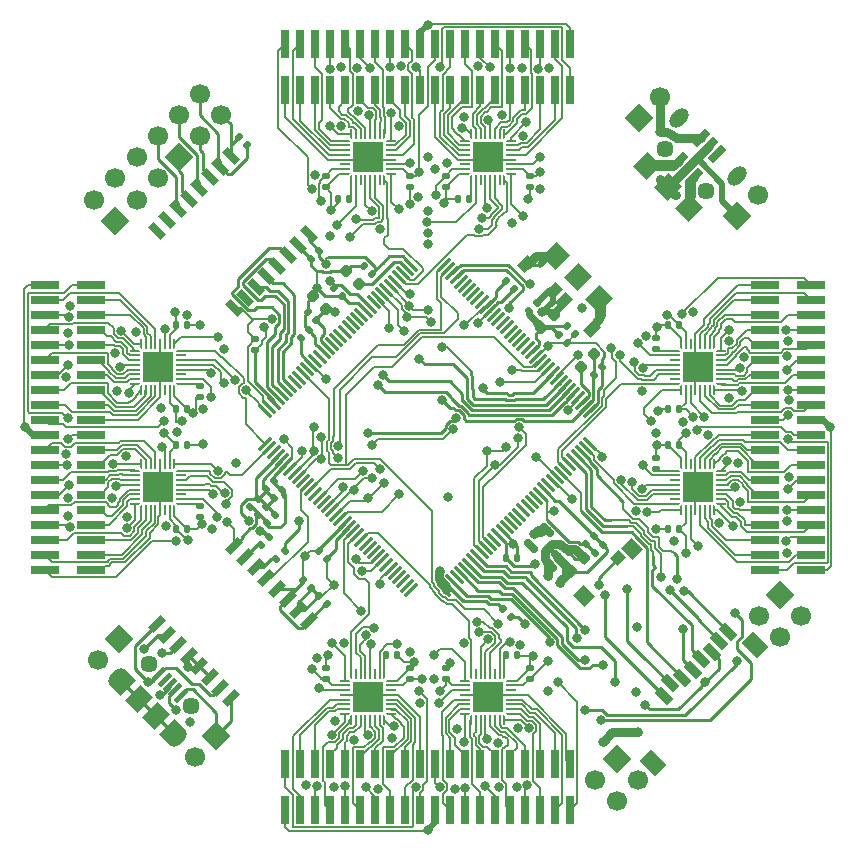
<source format=gbr>
G04 #@! TF.GenerationSoftware,KiCad,Pcbnew,5.99.0-unknown-243631a095~131~ubuntu18.04.1*
G04 #@! TF.CreationDate,2021-09-04T20:13:21+03:00*
G04 #@! TF.ProjectId,FreeEEG128-alpha,46726565-4545-4473-9132-382d616c7068,rev?*
G04 #@! TF.SameCoordinates,Original*
G04 #@! TF.FileFunction,Copper,L4,Bot*
G04 #@! TF.FilePolarity,Positive*
%FSLAX46Y46*%
G04 Gerber Fmt 4.6, Leading zero omitted, Abs format (unit mm)*
G04 Created by KiCad (PCBNEW 5.99.0-unknown-243631a095~131~ubuntu18.04.1) date 2021-09-04 20:13:21*
%MOMM*%
%LPD*%
G01*
G04 APERTURE LIST*
G04 Aperture macros list*
%AMRoundRect*
0 Rectangle with rounded corners*
0 $1 Rounding radius*
0 $2 $3 $4 $5 $6 $7 $8 $9 X,Y pos of 4 corners*
0 Add a 4 corners polygon primitive as box body*
4,1,4,$2,$3,$4,$5,$6,$7,$8,$9,$2,$3,0*
0 Add four circle primitives for the rounded corners*
1,1,$1+$1,$2,$3*
1,1,$1+$1,$4,$5*
1,1,$1+$1,$6,$7*
1,1,$1+$1,$8,$9*
0 Add four rect primitives between the rounded corners*
20,1,$1+$1,$2,$3,$4,$5,0*
20,1,$1+$1,$4,$5,$6,$7,0*
20,1,$1+$1,$6,$7,$8,$9,0*
20,1,$1+$1,$8,$9,$2,$3,0*%
%AMHorizOval*
0 Thick line with rounded ends*
0 $1 width*
0 $2 $3 position (X,Y) of the first rounded end (center of the circle)*
0 $4 $5 position (X,Y) of the second rounded end (center of the circle)*
0 Add line between two ends*
20,1,$1,$2,$3,$4,$5,0*
0 Add two circle primitives to create the rounded ends*
1,1,$1,$2,$3*
1,1,$1,$4,$5*%
%AMRotRect*
0 Rectangle, with rotation*
0 The origin of the aperture is its center*
0 $1 length*
0 $2 width*
0 $3 Rotation angle, in degrees counterclockwise*
0 Add horizontal line*
21,1,$1,$2,0,0,$3*%
%AMFreePoly0*
4,1,15,0.385355,0.085355,0.400000,0.050000,0.400000,0.020711,0.397487,0.014645,0.385355,-0.014645,0.314644,-0.085355,0.279289,-0.100000,-0.350000,-0.100000,-0.385355,-0.085355,-0.400000,-0.050000,-0.400000,0.050000,-0.385355,0.085355,-0.350000,0.100000,0.350000,0.100000,0.385355,0.085355,0.385355,0.085355,$1*%
%AMFreePoly1*
4,1,15,0.314644,0.085355,0.385355,0.014645,0.385355,0.014644,0.400000,-0.020711,0.400000,-0.050000,0.385355,-0.085355,0.350000,-0.100000,-0.350000,-0.100000,-0.385355,-0.085355,-0.400000,-0.050000,-0.400000,0.050000,-0.385355,0.085355,-0.350000,0.100000,0.279289,0.100000,0.314644,0.085355,0.314644,0.085355,$1*%
%AMFreePoly2*
4,1,15,0.085355,0.385355,0.100000,0.350000,0.100000,-0.350000,0.085355,-0.385355,0.050000,-0.400000,0.020711,-0.400000,-0.004289,-0.389644,-0.014645,-0.385355,-0.085355,-0.314644,-0.100000,-0.279289,-0.100000,0.350000,-0.085355,0.385355,-0.050000,0.400000,0.050000,0.400000,0.085355,0.385355,0.085355,0.385355,$1*%
%AMFreePoly3*
4,1,15,0.085355,0.385355,0.100000,0.350000,0.100000,-0.279289,0.091421,-0.300000,0.085355,-0.314645,0.014644,-0.385355,-0.020711,-0.400000,-0.050000,-0.400000,-0.085355,-0.385355,-0.100000,-0.350000,-0.100000,0.350000,-0.085355,0.385355,-0.050000,0.400000,0.050000,0.400000,0.085355,0.385355,0.085355,0.385355,$1*%
%AMFreePoly4*
4,1,15,0.385355,0.085355,0.400000,0.050000,0.400000,-0.050000,0.385355,-0.085355,0.350000,-0.100000,-0.350000,-0.100000,-0.385355,-0.085355,-0.400000,-0.050000,-0.400000,-0.020711,-0.385355,0.014644,-0.314645,0.085355,-0.304289,0.089644,-0.279289,0.100000,0.350000,0.100000,0.385355,0.085355,0.385355,0.085355,$1*%
%AMFreePoly5*
4,1,15,0.385355,0.085355,0.400000,0.050000,0.400000,-0.050000,0.385355,-0.085355,0.350000,-0.100000,-0.279289,-0.100000,-0.304289,-0.089644,-0.314645,-0.085355,-0.385355,-0.014644,-0.400000,0.020711,-0.400000,0.050000,-0.385355,0.085355,-0.350000,0.100000,0.350000,0.100000,0.385355,0.085355,0.385355,0.085355,$1*%
%AMFreePoly6*
4,1,15,0.014644,0.385355,0.085355,0.314645,0.085355,0.314644,0.100000,0.279289,0.100000,-0.350000,0.085355,-0.385355,0.050000,-0.400000,-0.050000,-0.400000,-0.085355,-0.385355,-0.100000,-0.350000,-0.100000,0.350000,-0.085355,0.385355,-0.050000,0.400000,-0.020711,0.400000,0.014644,0.385355,0.014644,0.385355,$1*%
%AMFreePoly7*
4,1,15,0.085355,0.385355,0.100000,0.350000,0.100000,-0.350000,0.085355,-0.385355,0.050000,-0.400000,-0.050000,-0.400000,-0.085355,-0.385355,-0.100000,-0.350000,-0.100000,0.279289,-0.085355,0.314644,-0.014645,0.385355,-0.004289,0.389644,0.020711,0.400000,0.050000,0.400000,0.085355,0.385355,0.085355,0.385355,$1*%
G04 Aperture macros list end*
G04 #@! TA.AperFunction,ComponentPad*
%ADD10RotRect,1.700000X1.700000X45.000000*%
G04 #@! TD*
G04 #@! TA.AperFunction,ComponentPad*
%ADD11HorizOval,1.700000X0.000000X0.000000X0.000000X0.000000X0*%
G04 #@! TD*
G04 #@! TA.AperFunction,ComponentPad*
%ADD12C,1.450000*%
G04 #@! TD*
G04 #@! TA.AperFunction,ComponentPad*
%ADD13HorizOval,1.200000X-0.247487X-0.247487X0.247487X0.247487X0*%
G04 #@! TD*
G04 #@! TA.AperFunction,ComponentPad*
%ADD14HorizOval,1.200000X0.247487X0.247487X-0.247487X-0.247487X0*%
G04 #@! TD*
G04 #@! TA.AperFunction,ComponentPad*
%ADD15RotRect,1.700000X1.700000X225.000000*%
G04 #@! TD*
G04 #@! TA.AperFunction,ComponentPad*
%ADD16HorizOval,1.700000X0.000000X0.000000X0.000000X0.000000X0*%
G04 #@! TD*
G04 #@! TA.AperFunction,ComponentPad*
%ADD17RotRect,1.700000X1.700000X315.000000*%
G04 #@! TD*
G04 #@! TA.AperFunction,ComponentPad*
%ADD18HorizOval,1.700000X0.000000X0.000000X0.000000X0.000000X0*%
G04 #@! TD*
G04 #@! TA.AperFunction,ComponentPad*
%ADD19RotRect,1.700000X1.700000X135.000000*%
G04 #@! TD*
G04 #@! TA.AperFunction,ComponentPad*
%ADD20HorizOval,1.700000X0.000000X0.000000X0.000000X0.000000X0*%
G04 #@! TD*
G04 #@! TA.AperFunction,ComponentPad*
%ADD21C,0.500000*%
G04 #@! TD*
G04 #@! TA.AperFunction,SMDPad,CuDef*
%ADD22R,2.200000X2.200000*%
G04 #@! TD*
G04 #@! TA.AperFunction,SMDPad,CuDef*
%ADD23RotRect,1.560000X0.650000X45.000000*%
G04 #@! TD*
G04 #@! TA.AperFunction,SMDPad,CuDef*
%ADD24RoundRect,0.147500X-0.017678X0.226274X-0.226274X0.017678X0.017678X-0.226274X0.226274X-0.017678X0*%
G04 #@! TD*
G04 #@! TA.AperFunction,SMDPad,CuDef*
%ADD25RoundRect,0.218750X0.335876X0.026517X0.026517X0.335876X-0.335876X-0.026517X-0.026517X-0.335876X0*%
G04 #@! TD*
G04 #@! TA.AperFunction,SMDPad,CuDef*
%ADD26RoundRect,0.147500X0.017678X-0.226274X0.226274X-0.017678X-0.017678X0.226274X-0.226274X0.017678X0*%
G04 #@! TD*
G04 #@! TA.AperFunction,SMDPad,CuDef*
%ADD27RoundRect,0.147500X0.226274X0.017678X0.017678X0.226274X-0.226274X-0.017678X-0.017678X-0.226274X0*%
G04 #@! TD*
G04 #@! TA.AperFunction,SMDPad,CuDef*
%ADD28RotRect,1.550000X0.300000X45.000000*%
G04 #@! TD*
G04 #@! TA.AperFunction,SMDPad,CuDef*
%ADD29RotRect,1.550000X0.300000X315.000000*%
G04 #@! TD*
G04 #@! TA.AperFunction,SMDPad,CuDef*
%ADD30RotRect,1.500000X0.600000X45.000000*%
G04 #@! TD*
G04 #@! TA.AperFunction,SMDPad,CuDef*
%ADD31RotRect,0.900000X1.200000X315.000000*%
G04 #@! TD*
G04 #@! TA.AperFunction,SMDPad,CuDef*
%ADD32RoundRect,0.147500X-0.226274X-0.017678X-0.017678X-0.226274X0.226274X0.017678X0.017678X0.226274X0*%
G04 #@! TD*
G04 #@! TA.AperFunction,SMDPad,CuDef*
%ADD33RoundRect,0.218750X-0.026517X0.335876X-0.335876X0.026517X0.026517X-0.335876X0.335876X-0.026517X0*%
G04 #@! TD*
G04 #@! TA.AperFunction,SMDPad,CuDef*
%ADD34RotRect,1.500000X0.600000X135.000000*%
G04 #@! TD*
G04 #@! TA.AperFunction,SMDPad,CuDef*
%ADD35RotRect,0.400000X1.350000X135.000000*%
G04 #@! TD*
G04 #@! TA.AperFunction,SMDPad,CuDef*
%ADD36RotRect,1.200000X1.900000X135.000000*%
G04 #@! TD*
G04 #@! TA.AperFunction,SMDPad,CuDef*
%ADD37RotRect,1.500000X1.900000X135.000000*%
G04 #@! TD*
G04 #@! TA.AperFunction,SMDPad,CuDef*
%ADD38RotRect,1.400000X1.900000X225.000000*%
G04 #@! TD*
G04 #@! TA.AperFunction,SMDPad,CuDef*
%ADD39RotRect,1.300000X1.400000X225.000000*%
G04 #@! TD*
G04 #@! TA.AperFunction,SMDPad,CuDef*
%ADD40RotRect,0.800000X1.500000X225.000000*%
G04 #@! TD*
G04 #@! TA.AperFunction,SMDPad,CuDef*
%ADD41RotRect,1.000000X0.950000X225.000000*%
G04 #@! TD*
G04 #@! TA.AperFunction,SMDPad,CuDef*
%ADD42RotRect,0.900000X1.200000X135.000000*%
G04 #@! TD*
G04 #@! TA.AperFunction,SMDPad,CuDef*
%ADD43RoundRect,0.147500X-0.147500X-0.172500X0.147500X-0.172500X0.147500X0.172500X-0.147500X0.172500X0*%
G04 #@! TD*
G04 #@! TA.AperFunction,SMDPad,CuDef*
%ADD44RoundRect,0.147500X0.172500X-0.147500X0.172500X0.147500X-0.172500X0.147500X-0.172500X-0.147500X0*%
G04 #@! TD*
G04 #@! TA.AperFunction,SMDPad,CuDef*
%ADD45RoundRect,0.218750X0.026517X-0.335876X0.335876X-0.026517X-0.026517X0.335876X-0.335876X0.026517X0*%
G04 #@! TD*
G04 #@! TA.AperFunction,SMDPad,CuDef*
%ADD46RotRect,1.700000X1.600000X225.000000*%
G04 #@! TD*
G04 #@! TA.AperFunction,SMDPad,CuDef*
%ADD47FreePoly0,90.000000*%
G04 #@! TD*
G04 #@! TA.AperFunction,SMDPad,CuDef*
%ADD48RoundRect,0.050000X0.050000X-0.350000X0.050000X0.350000X-0.050000X0.350000X-0.050000X-0.350000X0*%
G04 #@! TD*
G04 #@! TA.AperFunction,SMDPad,CuDef*
%ADD49FreePoly1,90.000000*%
G04 #@! TD*
G04 #@! TA.AperFunction,SMDPad,CuDef*
%ADD50FreePoly2,90.000000*%
G04 #@! TD*
G04 #@! TA.AperFunction,SMDPad,CuDef*
%ADD51RoundRect,0.050000X0.350000X-0.050000X0.350000X0.050000X-0.350000X0.050000X-0.350000X-0.050000X0*%
G04 #@! TD*
G04 #@! TA.AperFunction,SMDPad,CuDef*
%ADD52FreePoly3,90.000000*%
G04 #@! TD*
G04 #@! TA.AperFunction,SMDPad,CuDef*
%ADD53FreePoly4,90.000000*%
G04 #@! TD*
G04 #@! TA.AperFunction,SMDPad,CuDef*
%ADD54FreePoly5,90.000000*%
G04 #@! TD*
G04 #@! TA.AperFunction,SMDPad,CuDef*
%ADD55FreePoly6,90.000000*%
G04 #@! TD*
G04 #@! TA.AperFunction,SMDPad,CuDef*
%ADD56FreePoly7,90.000000*%
G04 #@! TD*
G04 #@! TA.AperFunction,SMDPad,CuDef*
%ADD57R,2.650000X2.650000*%
G04 #@! TD*
G04 #@! TA.AperFunction,SMDPad,CuDef*
%ADD58FreePoly0,0.000000*%
G04 #@! TD*
G04 #@! TA.AperFunction,SMDPad,CuDef*
%ADD59RoundRect,0.050000X-0.350000X-0.050000X0.350000X-0.050000X0.350000X0.050000X-0.350000X0.050000X0*%
G04 #@! TD*
G04 #@! TA.AperFunction,SMDPad,CuDef*
%ADD60FreePoly1,0.000000*%
G04 #@! TD*
G04 #@! TA.AperFunction,SMDPad,CuDef*
%ADD61FreePoly2,0.000000*%
G04 #@! TD*
G04 #@! TA.AperFunction,SMDPad,CuDef*
%ADD62RoundRect,0.050000X-0.050000X-0.350000X0.050000X-0.350000X0.050000X0.350000X-0.050000X0.350000X0*%
G04 #@! TD*
G04 #@! TA.AperFunction,SMDPad,CuDef*
%ADD63FreePoly3,0.000000*%
G04 #@! TD*
G04 #@! TA.AperFunction,SMDPad,CuDef*
%ADD64FreePoly4,0.000000*%
G04 #@! TD*
G04 #@! TA.AperFunction,SMDPad,CuDef*
%ADD65FreePoly5,0.000000*%
G04 #@! TD*
G04 #@! TA.AperFunction,SMDPad,CuDef*
%ADD66FreePoly6,0.000000*%
G04 #@! TD*
G04 #@! TA.AperFunction,SMDPad,CuDef*
%ADD67FreePoly7,0.000000*%
G04 #@! TD*
G04 #@! TA.AperFunction,SMDPad,CuDef*
%ADD68RoundRect,0.140000X-0.140000X-0.170000X0.140000X-0.170000X0.140000X0.170000X-0.140000X0.170000X0*%
G04 #@! TD*
G04 #@! TA.AperFunction,SMDPad,CuDef*
%ADD69RoundRect,0.140000X0.140000X0.170000X-0.140000X0.170000X-0.140000X-0.170000X0.140000X-0.170000X0*%
G04 #@! TD*
G04 #@! TA.AperFunction,SMDPad,CuDef*
%ADD70RoundRect,0.140000X-0.170000X0.140000X-0.170000X-0.140000X0.170000X-0.140000X0.170000X0.140000X0*%
G04 #@! TD*
G04 #@! TA.AperFunction,SMDPad,CuDef*
%ADD71RoundRect,0.140000X0.170000X-0.140000X0.170000X0.140000X-0.170000X0.140000X-0.170000X-0.140000X0*%
G04 #@! TD*
G04 #@! TA.AperFunction,SMDPad,CuDef*
%ADD72FreePoly0,270.000000*%
G04 #@! TD*
G04 #@! TA.AperFunction,SMDPad,CuDef*
%ADD73RoundRect,0.050000X-0.050000X0.350000X-0.050000X-0.350000X0.050000X-0.350000X0.050000X0.350000X0*%
G04 #@! TD*
G04 #@! TA.AperFunction,SMDPad,CuDef*
%ADD74FreePoly1,270.000000*%
G04 #@! TD*
G04 #@! TA.AperFunction,SMDPad,CuDef*
%ADD75FreePoly2,270.000000*%
G04 #@! TD*
G04 #@! TA.AperFunction,SMDPad,CuDef*
%ADD76RoundRect,0.050000X-0.350000X0.050000X-0.350000X-0.050000X0.350000X-0.050000X0.350000X0.050000X0*%
G04 #@! TD*
G04 #@! TA.AperFunction,SMDPad,CuDef*
%ADD77FreePoly3,270.000000*%
G04 #@! TD*
G04 #@! TA.AperFunction,SMDPad,CuDef*
%ADD78FreePoly4,270.000000*%
G04 #@! TD*
G04 #@! TA.AperFunction,SMDPad,CuDef*
%ADD79FreePoly5,270.000000*%
G04 #@! TD*
G04 #@! TA.AperFunction,SMDPad,CuDef*
%ADD80FreePoly6,270.000000*%
G04 #@! TD*
G04 #@! TA.AperFunction,SMDPad,CuDef*
%ADD81FreePoly7,270.000000*%
G04 #@! TD*
G04 #@! TA.AperFunction,SMDPad,CuDef*
%ADD82FreePoly0,180.000000*%
G04 #@! TD*
G04 #@! TA.AperFunction,SMDPad,CuDef*
%ADD83RoundRect,0.050000X0.350000X0.050000X-0.350000X0.050000X-0.350000X-0.050000X0.350000X-0.050000X0*%
G04 #@! TD*
G04 #@! TA.AperFunction,SMDPad,CuDef*
%ADD84FreePoly1,180.000000*%
G04 #@! TD*
G04 #@! TA.AperFunction,SMDPad,CuDef*
%ADD85FreePoly2,180.000000*%
G04 #@! TD*
G04 #@! TA.AperFunction,SMDPad,CuDef*
%ADD86RoundRect,0.050000X0.050000X0.350000X-0.050000X0.350000X-0.050000X-0.350000X0.050000X-0.350000X0*%
G04 #@! TD*
G04 #@! TA.AperFunction,SMDPad,CuDef*
%ADD87FreePoly3,180.000000*%
G04 #@! TD*
G04 #@! TA.AperFunction,SMDPad,CuDef*
%ADD88FreePoly4,180.000000*%
G04 #@! TD*
G04 #@! TA.AperFunction,SMDPad,CuDef*
%ADD89FreePoly5,180.000000*%
G04 #@! TD*
G04 #@! TA.AperFunction,SMDPad,CuDef*
%ADD90FreePoly6,180.000000*%
G04 #@! TD*
G04 #@! TA.AperFunction,SMDPad,CuDef*
%ADD91FreePoly7,180.000000*%
G04 #@! TD*
G04 #@! TA.AperFunction,SMDPad,CuDef*
%ADD92RoundRect,0.225000X-0.017678X0.335876X-0.335876X0.017678X0.017678X-0.335876X0.335876X-0.017678X0*%
G04 #@! TD*
G04 #@! TA.AperFunction,SMDPad,CuDef*
%ADD93R,0.740000X2.400000*%
G04 #@! TD*
G04 #@! TA.AperFunction,SMDPad,CuDef*
%ADD94R,2.400000X0.740000*%
G04 #@! TD*
G04 #@! TA.AperFunction,SMDPad,CuDef*
%ADD95RoundRect,0.150000X0.468458X-0.256326X-0.256326X0.468458X-0.468458X0.256326X0.256326X-0.468458X0*%
G04 #@! TD*
G04 #@! TA.AperFunction,ViaPad*
%ADD96C,0.800000*%
G04 #@! TD*
G04 #@! TA.AperFunction,Conductor*
%ADD97C,0.500000*%
G04 #@! TD*
G04 #@! TA.AperFunction,Conductor*
%ADD98C,0.250000*%
G04 #@! TD*
G04 #@! TA.AperFunction,Conductor*
%ADD99C,0.750000*%
G04 #@! TD*
G04 #@! TA.AperFunction,Conductor*
%ADD100C,0.200000*%
G04 #@! TD*
G04 APERTURE END LIST*
D10*
X17888949Y26143949D03*
D11*
X19685000Y27940000D03*
D12*
X23593623Y20039345D03*
D13*
X26209918Y21241427D03*
D12*
X20058089Y23574879D03*
D14*
X21260171Y26191174D03*
D10*
X26143949Y17888949D03*
D11*
X27940000Y19685000D03*
D15*
X-17888949Y-26143949D03*
D16*
X-19685000Y-27940000D03*
D15*
X-26143949Y-17888949D03*
D16*
X-27940000Y-19685000D03*
D17*
X15983949Y-28048949D03*
D18*
X17780000Y-29845000D03*
X14187898Y-29845000D03*
X15983949Y-31641051D03*
D19*
X-21063949Y22860000D03*
D20*
X-22860000Y24656051D03*
X-19267898Y24656051D03*
X-21063949Y26452102D03*
X-17471847Y26452102D03*
X-19267898Y28248154D03*
D17*
X29845000Y-14187898D03*
D18*
X31641051Y-15983949D03*
X28048949Y-15983949D03*
X29845000Y-17780000D03*
D19*
X-26452102Y17471846D03*
D20*
X-28248153Y19267897D03*
X-24656051Y19267897D03*
X-26452102Y21063948D03*
X-22860000Y21063948D03*
X-24656051Y22860000D03*
D21*
X22860000Y5080000D03*
X22010000Y5930000D03*
X22010000Y4230000D03*
X22860000Y5930000D03*
X22010000Y5080000D03*
D22*
X22860000Y5080000D03*
D21*
X23710000Y4230000D03*
X23710000Y5080000D03*
X22860000Y4230000D03*
X23710000Y5930000D03*
D22*
X-5080000Y22860000D03*
D21*
X-5080000Y22010000D03*
X-5930000Y23710000D03*
X-5930000Y22860000D03*
X-5080000Y22860000D03*
X-4230000Y23710000D03*
X-5930000Y22010000D03*
X-4230000Y22010000D03*
X-5080000Y23710000D03*
X-4230000Y22860000D03*
X23710000Y-5080000D03*
X22010000Y-5930000D03*
X22860000Y-4230000D03*
D22*
X22860000Y-5080000D03*
D21*
X23710000Y-4230000D03*
X22860000Y-5930000D03*
X23710000Y-5930000D03*
X22010000Y-4230000D03*
X22010000Y-5080000D03*
X22860000Y-5080000D03*
X-23710000Y-4230000D03*
X-22010000Y-4230000D03*
D22*
X-22860000Y-5080000D03*
D21*
X-22860000Y-4230000D03*
X-22860000Y-5930000D03*
X-22860000Y-5080000D03*
X-23710000Y-5080000D03*
X-23710000Y-5930000D03*
X-22010000Y-5930000D03*
X-22010000Y-5080000D03*
X-5930000Y-22010000D03*
X-5080000Y-22860000D03*
X-4230000Y-23710000D03*
X-4230000Y-22010000D03*
X-5930000Y-22860000D03*
X-4230000Y-22860000D03*
X-5930000Y-23710000D03*
X-5080000Y-22010000D03*
X-5080000Y-23710000D03*
D22*
X-5080000Y-22860000D03*
D21*
X-22860000Y5930000D03*
X-22860000Y5080000D03*
X-22860000Y4230000D03*
X-22010000Y5080000D03*
X-23710000Y5080000D03*
X-22010000Y5930000D03*
X-23710000Y5930000D03*
D22*
X-22860000Y5080000D03*
D21*
X-22010000Y4230000D03*
X-23710000Y4230000D03*
D22*
X5080000Y22860000D03*
D21*
X5080000Y22860000D03*
X5930000Y22860000D03*
X4230000Y22860000D03*
X5930000Y23710000D03*
X5080000Y23710000D03*
X4230000Y22010000D03*
X4230000Y23710000D03*
X5930000Y22010000D03*
X5080000Y22010000D03*
X4230000Y-22860000D03*
X5080000Y-23710000D03*
X5930000Y-23710000D03*
X5930000Y-22860000D03*
X5930000Y-22010000D03*
X4230000Y-22010000D03*
X4230000Y-23710000D03*
X5080000Y-22010000D03*
D22*
X5080000Y-22860000D03*
D21*
X5080000Y-22860000D03*
D23*
X22577157Y21214910D03*
X21905406Y21886662D03*
X21233654Y22558413D03*
X23142843Y24467602D03*
X23814594Y23795850D03*
X24486346Y23124099D03*
D24*
X-14389053Y-6083253D03*
X-15074947Y-6769147D03*
D25*
X-8587153Y9984153D03*
X-9700847Y11097847D03*
D26*
X14160453Y-10655347D03*
X14846347Y-9969453D03*
X-13042947Y-5981747D03*
X-12357053Y-5295853D03*
D27*
X-9436053Y9055053D03*
X-10121947Y9740947D03*
D28*
X-1378858Y-13753227D03*
X-1732412Y-13399674D03*
X-2085965Y-13046120D03*
X-2439518Y-12692567D03*
X-2793072Y-12339013D03*
X-3146625Y-11985460D03*
X-3500179Y-11631907D03*
X-3853732Y-11278353D03*
X-4207285Y-10924800D03*
X-4560839Y-10571246D03*
X-4914392Y-10217693D03*
X-5267946Y-9864140D03*
X-5621499Y-9510586D03*
X-5975052Y-9157033D03*
X-6328606Y-8803479D03*
X-6682159Y-8449926D03*
X-7035712Y-8096373D03*
X-7389266Y-7742819D03*
X-7742819Y-7389266D03*
X-8096373Y-7035712D03*
X-8449926Y-6682159D03*
X-8803479Y-6328606D03*
X-9157033Y-5975052D03*
X-9510586Y-5621499D03*
X-9864140Y-5267946D03*
X-10217693Y-4914392D03*
X-10571246Y-4560839D03*
X-10924800Y-4207285D03*
X-11278353Y-3853732D03*
X-11631907Y-3500179D03*
X-11985460Y-3146625D03*
X-12339013Y-2793072D03*
X-12692567Y-2439518D03*
X-13046120Y-2085965D03*
X-13399674Y-1732412D03*
X-13753227Y-1378858D03*
D29*
X-13753227Y1378858D03*
X-13399674Y1732412D03*
X-13046120Y2085965D03*
X-12692567Y2439518D03*
X-12339013Y2793072D03*
X-11985460Y3146625D03*
X-11631907Y3500179D03*
X-11278353Y3853732D03*
X-10924800Y4207285D03*
X-10571246Y4560839D03*
X-10217693Y4914392D03*
X-9864140Y5267946D03*
X-9510586Y5621499D03*
X-9157033Y5975052D03*
X-8803479Y6328606D03*
X-8449926Y6682159D03*
X-8096373Y7035712D03*
X-7742819Y7389266D03*
X-7389266Y7742819D03*
X-7035712Y8096373D03*
X-6682159Y8449926D03*
X-6328606Y8803479D03*
X-5975052Y9157033D03*
X-5621499Y9510586D03*
X-5267946Y9864140D03*
X-4914392Y10217693D03*
X-4560839Y10571246D03*
X-4207285Y10924800D03*
X-3853732Y11278353D03*
X-3500179Y11631907D03*
X-3146625Y11985460D03*
X-2793072Y12339013D03*
X-2439518Y12692567D03*
X-2085965Y13046120D03*
X-1732412Y13399674D03*
X-1378858Y13753227D03*
D28*
X1378858Y13753227D03*
X1732412Y13399674D03*
X2085965Y13046120D03*
X2439518Y12692567D03*
X2793072Y12339013D03*
X3146625Y11985460D03*
X3500179Y11631907D03*
X3853732Y11278353D03*
X4207285Y10924800D03*
X4560839Y10571246D03*
X4914392Y10217693D03*
X5267946Y9864140D03*
X5621499Y9510586D03*
X5975052Y9157033D03*
X6328606Y8803479D03*
X6682159Y8449926D03*
X7035712Y8096373D03*
X7389266Y7742819D03*
X7742819Y7389266D03*
X8096373Y7035712D03*
X8449926Y6682159D03*
X8803479Y6328606D03*
X9157033Y5975052D03*
X9510586Y5621499D03*
X9864140Y5267946D03*
X10217693Y4914392D03*
X10571246Y4560839D03*
X10924800Y4207285D03*
X11278353Y3853732D03*
X11631907Y3500179D03*
X11985460Y3146625D03*
X12339013Y2793072D03*
X12692567Y2439518D03*
X13046120Y2085965D03*
X13399674Y1732412D03*
X13753227Y1378858D03*
D29*
X13753227Y-1378858D03*
X13399674Y-1732412D03*
X13046120Y-2085965D03*
X12692567Y-2439518D03*
X12339013Y-2793072D03*
X11985460Y-3146625D03*
X11631907Y-3500179D03*
X11278353Y-3853732D03*
X10924800Y-4207285D03*
X10571246Y-4560839D03*
X10217693Y-4914392D03*
X9864140Y-5267946D03*
X9510586Y-5621499D03*
X9157033Y-5975052D03*
X8803479Y-6328606D03*
X8449926Y-6682159D03*
X8096373Y-7035712D03*
X7742819Y-7389266D03*
X7389266Y-7742819D03*
X7035712Y-8096373D03*
X6682159Y-8449926D03*
X6328606Y-8803479D03*
X5975052Y-9157033D03*
X5621499Y-9510586D03*
X5267946Y-9864140D03*
X4914392Y-10217693D03*
X4560839Y-10571246D03*
X4207285Y-10924800D03*
X3853732Y-11278353D03*
X3500179Y-11631907D03*
X3146625Y-11985460D03*
X2793072Y-12339013D03*
X2439518Y-12692567D03*
X2085965Y-13046120D03*
X1732412Y-13399674D03*
X1378858Y-13753227D03*
D24*
X-13423853Y-9309053D03*
X-14109747Y-9994947D03*
D30*
X-16654957Y-22941136D03*
X-17552983Y-22043111D03*
X-18451008Y-21145085D03*
X-19349034Y-20247059D03*
X-20247059Y-19349034D03*
X-21145085Y-18451008D03*
X-22043111Y-17552983D03*
X-22941136Y-16654957D03*
X-16365043Y-10078864D03*
X-15467017Y-10976889D03*
X-14568992Y-11874915D03*
X-13670966Y-12772941D03*
X-12772941Y-13670966D03*
X-11874915Y-14568992D03*
X-10976889Y-15467017D03*
X-10078864Y-16365043D03*
D24*
X14731917Y5105066D03*
X14046023Y4419172D03*
D31*
X11533274Y10672982D03*
X13866726Y8339530D03*
D27*
X12484147Y7861253D03*
X11798253Y8547147D03*
D32*
X-9232947Y-10452053D03*
X-8547053Y-11137947D03*
D33*
X10716847Y9506257D03*
X9603153Y8392563D03*
D27*
X7327947Y11722053D03*
X6642053Y12407947D03*
D32*
X-10553747Y-12941253D03*
X-9867853Y-13627147D03*
D24*
X-12128453Y-10502853D03*
X-12814347Y-11188747D03*
D25*
X-5793153Y12143153D03*
X-6906847Y13256847D03*
D24*
X-13703253Y-6769053D03*
X-14389147Y-7454947D03*
D34*
X-10078864Y16365043D03*
X-10976889Y15467017D03*
X-11874915Y14568992D03*
X-12772941Y13670966D03*
X-13670966Y12772941D03*
X-14568992Y11874915D03*
X-15467017Y10976889D03*
X-16365043Y10078864D03*
X-22941136Y16654957D03*
X-22043111Y17552983D03*
X-21145085Y18451008D03*
X-20247059Y19349034D03*
X-19349034Y20247059D03*
X-18451008Y21145085D03*
X-17552983Y22043111D03*
X-16654957Y22941136D03*
D24*
X-9182053Y14947947D03*
X-9867947Y14262053D03*
D35*
X-20906618Y-22745095D03*
X-21366237Y-22285476D03*
X-21825856Y-21825856D03*
X-22285476Y-21366237D03*
X-22745095Y-20906618D03*
D12*
X-23593623Y-20058089D03*
D13*
X-21260171Y-26209918D03*
D36*
X-25785654Y-21684435D03*
X-21684435Y-25785654D03*
D37*
X-24442151Y-23027938D03*
X-23027938Y-24442151D03*
D12*
X-20058089Y-23593623D03*
D14*
X-26209918Y-21260171D03*
D38*
X19107710Y-28444210D03*
D39*
X13238724Y-14302074D03*
D38*
X27699058Y-18438649D03*
D39*
X17269232Y-10271565D03*
D40*
X20005736Y-22752000D03*
X20500710Y-21691340D03*
X21561371Y-21196365D03*
X22480609Y-20559969D03*
X23117006Y-19640730D03*
X24036244Y-19004334D03*
X24672640Y-18085095D03*
X25450458Y-17307278D03*
D41*
X16130791Y-11098880D03*
D32*
X6388053Y-15405053D03*
X7073947Y-16090947D03*
D27*
X-4737053Y12992053D03*
X-5422947Y13677947D03*
D42*
X10691726Y11514530D03*
X8358274Y13847982D03*
D43*
X6627000Y-11099800D03*
X7597000Y-11099800D03*
D26*
X-10756947Y7531053D03*
X-10071053Y8216947D03*
D24*
X9232947Y10488975D03*
X8547053Y9803081D03*
D27*
X11772947Y7150053D03*
X11087053Y7835947D03*
D44*
X-14605000Y6500000D03*
X-14605000Y7470000D03*
D45*
X12942105Y5094272D03*
X14055799Y6207966D03*
D24*
X-12941253Y-7404053D03*
X-13627147Y-8089947D03*
D26*
X-13703347Y-5270547D03*
X-13017453Y-4584653D03*
D32*
X-15963947Y24599947D03*
X-15278053Y23914053D03*
D27*
X-8496253Y-14998747D03*
X-9182147Y-14312853D03*
D26*
X13373053Y-9867947D03*
X14058947Y-9182053D03*
D32*
X-7962947Y11772947D03*
X-7277053Y11087053D03*
D46*
X18532325Y22124428D03*
X20328377Y20328377D03*
X22124428Y18532325D03*
X14487675Y10895572D03*
X12691623Y12691623D03*
X10895572Y14487675D03*
D47*
X-3680000Y-24810000D03*
D48*
X-4080000Y-24810000D03*
X-4480000Y-24810000D03*
X-4880000Y-24810000D03*
X-5280000Y-24810000D03*
X-5680000Y-24810000D03*
X-6080000Y-24810000D03*
D49*
X-6480000Y-24810000D03*
D50*
X-7030000Y-24260000D03*
D51*
X-7030000Y-23860000D03*
X-7030000Y-23460000D03*
X-7030000Y-23060000D03*
X-7030000Y-22660000D03*
X-7030000Y-22260000D03*
X-7030000Y-21860000D03*
D52*
X-7030000Y-21460000D03*
D53*
X-6480000Y-20910000D03*
D48*
X-6080000Y-20910000D03*
X-5680000Y-20910000D03*
X-5280000Y-20910000D03*
X-4880000Y-20910000D03*
X-4480000Y-20910000D03*
X-4080000Y-20910000D03*
D54*
X-3680000Y-20910000D03*
D55*
X-3130000Y-21460000D03*
D51*
X-3130000Y-21860000D03*
X-3130000Y-22260000D03*
X-3130000Y-22660000D03*
X-3130000Y-23060000D03*
X-3130000Y-23460000D03*
X-3130000Y-23860000D03*
D56*
X-3130000Y-24260000D03*
D21*
X-5080000Y-22010000D03*
X-5930000Y-22010000D03*
X-5930000Y-22860000D03*
X-4230000Y-22860000D03*
X-5080000Y-23710000D03*
D57*
X-5080000Y-22860000D03*
D21*
X-4230000Y-22010000D03*
X-4230000Y-23710000D03*
X-5930000Y-23710000D03*
X-5080000Y-22860000D03*
D58*
X-24810000Y3680000D03*
D59*
X-24810000Y4080000D03*
X-24810000Y4480000D03*
X-24810000Y4880000D03*
X-24810000Y5280000D03*
X-24810000Y5680000D03*
X-24810000Y6080000D03*
D60*
X-24810000Y6480000D03*
D61*
X-24260000Y7030000D03*
D62*
X-23860000Y7030000D03*
X-23460000Y7030000D03*
X-23060000Y7030000D03*
X-22660000Y7030000D03*
X-22260000Y7030000D03*
X-21860000Y7030000D03*
D63*
X-21460000Y7030000D03*
D64*
X-20910000Y6480000D03*
D59*
X-20910000Y6080000D03*
X-20910000Y5680000D03*
X-20910000Y5280000D03*
X-20910000Y4880000D03*
X-20910000Y4480000D03*
X-20910000Y4080000D03*
D65*
X-20910000Y3680000D03*
D66*
X-21460000Y3130000D03*
D62*
X-21860000Y3130000D03*
X-22260000Y3130000D03*
X-22660000Y3130000D03*
X-23060000Y3130000D03*
X-23460000Y3130000D03*
X-23860000Y3130000D03*
D67*
X-24260000Y3130000D03*
D21*
X-23710000Y4230000D03*
X-22860000Y5080000D03*
X-22010000Y5930000D03*
X-23710000Y5080000D03*
X-22860000Y5930000D03*
X-23710000Y5930000D03*
X-22010000Y5080000D03*
X-22860000Y4230000D03*
D57*
X-22860000Y5080000D03*
D21*
X-22010000Y4230000D03*
D68*
X-21308000Y8636000D03*
X-20348000Y8636000D03*
D69*
X21308000Y-8636000D03*
X20348000Y-8636000D03*
D70*
X-8636000Y21308000D03*
X-8636000Y20348000D03*
D71*
X19304000Y-3528000D03*
X19304000Y-2568000D03*
D68*
X-3528000Y-19304000D03*
X-2568000Y-19304000D03*
D72*
X-6480000Y24810000D03*
D73*
X-6080000Y24810000D03*
X-5680000Y24810000D03*
X-5280000Y24810000D03*
X-4880000Y24810000D03*
X-4480000Y24810000D03*
X-4080000Y24810000D03*
D74*
X-3680000Y24810000D03*
D75*
X-3130000Y24260000D03*
D76*
X-3130000Y23860000D03*
X-3130000Y23460000D03*
X-3130000Y23060000D03*
X-3130000Y22660000D03*
X-3130000Y22260000D03*
X-3130000Y21860000D03*
D77*
X-3130000Y21460000D03*
D78*
X-3680000Y20910000D03*
D73*
X-4080000Y20910000D03*
X-4480000Y20910000D03*
X-4880000Y20910000D03*
X-5280000Y20910000D03*
X-5680000Y20910000D03*
X-6080000Y20910000D03*
D79*
X-6480000Y20910000D03*
D80*
X-7030000Y21460000D03*
D76*
X-7030000Y21860000D03*
X-7030000Y22260000D03*
X-7030000Y22660000D03*
X-7030000Y23060000D03*
X-7030000Y23460000D03*
X-7030000Y23860000D03*
D81*
X-7030000Y24260000D03*
D21*
X-5080000Y22010000D03*
X-5080000Y23710000D03*
X-4230000Y22860000D03*
X-4230000Y23710000D03*
X-5080000Y22860000D03*
X-5930000Y22860000D03*
X-5930000Y22010000D03*
D57*
X-5080000Y22860000D03*
D21*
X-4230000Y22010000D03*
X-5930000Y23710000D03*
D70*
X1524000Y21308000D03*
X1524000Y20348000D03*
D69*
X3528000Y19304000D03*
X2568000Y19304000D03*
D82*
X24810000Y6480000D03*
D83*
X24810000Y6080000D03*
X24810000Y5680000D03*
X24810000Y5280000D03*
X24810000Y4880000D03*
X24810000Y4480000D03*
X24810000Y4080000D03*
D84*
X24810000Y3680000D03*
D85*
X24260000Y3130000D03*
D86*
X23860000Y3130000D03*
X23460000Y3130000D03*
X23060000Y3130000D03*
X22660000Y3130000D03*
X22260000Y3130000D03*
X21860000Y3130000D03*
D87*
X21460000Y3130000D03*
D88*
X20910000Y3680000D03*
D83*
X20910000Y4080000D03*
X20910000Y4480000D03*
X20910000Y4880000D03*
X20910000Y5280000D03*
X20910000Y5680000D03*
X20910000Y6080000D03*
D89*
X20910000Y6480000D03*
D90*
X21460000Y7030000D03*
D86*
X21860000Y7030000D03*
X22260000Y7030000D03*
X22660000Y7030000D03*
X23060000Y7030000D03*
X23460000Y7030000D03*
X23860000Y7030000D03*
D91*
X24260000Y7030000D03*
D57*
X22860000Y5080000D03*
D21*
X23710000Y5930000D03*
X23710000Y4230000D03*
X22860000Y4230000D03*
X22860000Y5930000D03*
X23710000Y5080000D03*
X22860000Y5080000D03*
X22010000Y5080000D03*
X22010000Y5930000D03*
X22010000Y4230000D03*
D68*
X-21308000Y1524000D03*
X-20348000Y1524000D03*
D69*
X21308000Y-1524000D03*
X20348000Y-1524000D03*
D70*
X-1524000Y21308000D03*
X-1524000Y20348000D03*
D69*
X21308000Y8636000D03*
X20348000Y8636000D03*
D71*
X1524000Y-21308000D03*
X1524000Y-20348000D03*
X-1524000Y-21308000D03*
X-1524000Y-20348000D03*
D58*
X-24810000Y-6480000D03*
D59*
X-24810000Y-6080000D03*
X-24810000Y-5680000D03*
X-24810000Y-5280000D03*
X-24810000Y-4880000D03*
X-24810000Y-4480000D03*
X-24810000Y-4080000D03*
D60*
X-24810000Y-3680000D03*
D61*
X-24260000Y-3130000D03*
D62*
X-23860000Y-3130000D03*
X-23460000Y-3130000D03*
X-23060000Y-3130000D03*
X-22660000Y-3130000D03*
X-22260000Y-3130000D03*
X-21860000Y-3130000D03*
D63*
X-21460000Y-3130000D03*
D64*
X-20910000Y-3680000D03*
D59*
X-20910000Y-4080000D03*
X-20910000Y-4480000D03*
X-20910000Y-4880000D03*
X-20910000Y-5280000D03*
X-20910000Y-5680000D03*
X-20910000Y-6080000D03*
D65*
X-20910000Y-6480000D03*
D66*
X-21460000Y-7030000D03*
D62*
X-21860000Y-7030000D03*
X-22260000Y-7030000D03*
X-22660000Y-7030000D03*
X-23060000Y-7030000D03*
X-23460000Y-7030000D03*
X-23860000Y-7030000D03*
D67*
X-24260000Y-7030000D03*
D21*
X-23710000Y-5930000D03*
X-22010000Y-4230000D03*
X-22010000Y-5080000D03*
X-22860000Y-4230000D03*
X-22860000Y-5930000D03*
X-23710000Y-4230000D03*
D57*
X-22860000Y-5080000D03*
D21*
X-22860000Y-5080000D03*
X-22010000Y-5930000D03*
X-23710000Y-5080000D03*
D72*
X3680000Y24810000D03*
D73*
X4080000Y24810000D03*
X4480000Y24810000D03*
X4880000Y24810000D03*
X5280000Y24810000D03*
X5680000Y24810000D03*
X6080000Y24810000D03*
D74*
X6480000Y24810000D03*
D75*
X7030000Y24260000D03*
D76*
X7030000Y23860000D03*
X7030000Y23460000D03*
X7030000Y23060000D03*
X7030000Y22660000D03*
X7030000Y22260000D03*
X7030000Y21860000D03*
D77*
X7030000Y21460000D03*
D78*
X6480000Y20910000D03*
D73*
X6080000Y20910000D03*
X5680000Y20910000D03*
X5280000Y20910000D03*
X4880000Y20910000D03*
X4480000Y20910000D03*
X4080000Y20910000D03*
D79*
X3680000Y20910000D03*
D80*
X3130000Y21460000D03*
D76*
X3130000Y21860000D03*
X3130000Y22260000D03*
X3130000Y22660000D03*
X3130000Y23060000D03*
X3130000Y23460000D03*
X3130000Y23860000D03*
D81*
X3130000Y24260000D03*
D21*
X5930000Y22860000D03*
X4230000Y22860000D03*
X5080000Y22010000D03*
D57*
X5080000Y22860000D03*
D21*
X5080000Y23710000D03*
X5930000Y23710000D03*
X5080000Y22860000D03*
X4230000Y22010000D03*
X5930000Y22010000D03*
X4230000Y23710000D03*
D71*
X-8636000Y-21308000D03*
X-8636000Y-20348000D03*
D92*
X13197208Y-11059792D03*
X12101192Y-12155808D03*
D93*
X12065000Y28530000D03*
X12065000Y32430000D03*
X10795000Y28530000D03*
X10795000Y32430000D03*
X9525000Y28530000D03*
X9525000Y32430000D03*
X8255000Y28530000D03*
X8255000Y32430000D03*
X6985000Y28530000D03*
X6985000Y32430000D03*
X5715000Y28530000D03*
X5715000Y32430000D03*
X4445000Y28530000D03*
X4445000Y32430000D03*
X3175000Y28530000D03*
X3175000Y32430000D03*
X1905000Y28530000D03*
X1905000Y32430000D03*
X635000Y28530000D03*
X635000Y32430000D03*
X-635000Y28530000D03*
X-635000Y32430000D03*
X-1905000Y28530000D03*
X-1905000Y32430000D03*
X-3175000Y28530000D03*
X-3175000Y32430000D03*
X-4445000Y28530000D03*
X-4445000Y32430000D03*
X-5715000Y28530000D03*
X-5715000Y32430000D03*
X-6985000Y28530000D03*
X-6985000Y32430000D03*
X-8255000Y28530000D03*
X-8255000Y32430000D03*
X-9525000Y28530000D03*
X-9525000Y32430000D03*
X-10795000Y28530000D03*
X-10795000Y32430000D03*
X-12065000Y28530000D03*
X-12065000Y32430000D03*
D47*
X6480000Y-24810000D03*
D48*
X6080000Y-24810000D03*
X5680000Y-24810000D03*
X5280000Y-24810000D03*
X4880000Y-24810000D03*
X4480000Y-24810000D03*
X4080000Y-24810000D03*
D49*
X3680000Y-24810000D03*
D50*
X3130000Y-24260000D03*
D51*
X3130000Y-23860000D03*
X3130000Y-23460000D03*
X3130000Y-23060000D03*
X3130000Y-22660000D03*
X3130000Y-22260000D03*
X3130000Y-21860000D03*
D52*
X3130000Y-21460000D03*
D53*
X3680000Y-20910000D03*
D48*
X4080000Y-20910000D03*
X4480000Y-20910000D03*
X4880000Y-20910000D03*
X5280000Y-20910000D03*
X5680000Y-20910000D03*
X6080000Y-20910000D03*
D54*
X6480000Y-20910000D03*
D55*
X7030000Y-21460000D03*
D51*
X7030000Y-21860000D03*
X7030000Y-22260000D03*
X7030000Y-22660000D03*
X7030000Y-23060000D03*
X7030000Y-23460000D03*
X7030000Y-23860000D03*
D56*
X7030000Y-24260000D03*
D21*
X5930000Y-22860000D03*
X4230000Y-22010000D03*
D57*
X5080000Y-22860000D03*
D21*
X5930000Y-22010000D03*
X5080000Y-22010000D03*
X4230000Y-23710000D03*
X5930000Y-23710000D03*
X5080000Y-23710000D03*
X5080000Y-22860000D03*
X4230000Y-22860000D03*
D70*
X-19304000Y-6632000D03*
X-19304000Y-7592000D03*
X8636000Y21308000D03*
X8636000Y20348000D03*
D68*
X6632000Y-19304000D03*
X7592000Y-19304000D03*
D94*
X-28530000Y12065000D03*
X-32430000Y12065000D03*
X-28530000Y10795000D03*
X-32430000Y10795000D03*
X-28530000Y9525000D03*
X-32430000Y9525000D03*
X-28530000Y8255000D03*
X-32430000Y8255000D03*
X-28530000Y6985000D03*
X-32430000Y6985000D03*
X-28530000Y5715000D03*
X-32430000Y5715000D03*
X-28530000Y4445000D03*
X-32430000Y4445000D03*
X-28530000Y3175000D03*
X-32430000Y3175000D03*
X-28530000Y1905000D03*
X-32430000Y1905000D03*
X-28530000Y635000D03*
X-32430000Y635000D03*
X-28530000Y-635000D03*
X-32430000Y-635000D03*
X-28530000Y-1905000D03*
X-32430000Y-1905000D03*
X-28530000Y-3175000D03*
X-32430000Y-3175000D03*
X-28530000Y-4445000D03*
X-32430000Y-4445000D03*
X-28530000Y-5715000D03*
X-32430000Y-5715000D03*
X-28530000Y-6985000D03*
X-32430000Y-6985000D03*
X-28530000Y-8255000D03*
X-32430000Y-8255000D03*
X-28530000Y-9525000D03*
X-32430000Y-9525000D03*
X-28530000Y-10795000D03*
X-32430000Y-10795000D03*
X-28530000Y-12065000D03*
X-32430000Y-12065000D03*
D68*
X-21308000Y-1524000D03*
X-20348000Y-1524000D03*
D71*
X19304000Y6632000D03*
X19304000Y7592000D03*
D82*
X24810000Y-3680000D03*
D83*
X24810000Y-4080000D03*
X24810000Y-4480000D03*
X24810000Y-4880000D03*
X24810000Y-5280000D03*
X24810000Y-5680000D03*
X24810000Y-6080000D03*
D84*
X24810000Y-6480000D03*
D85*
X24260000Y-7030000D03*
D86*
X23860000Y-7030000D03*
X23460000Y-7030000D03*
X23060000Y-7030000D03*
X22660000Y-7030000D03*
X22260000Y-7030000D03*
X21860000Y-7030000D03*
D87*
X21460000Y-7030000D03*
D88*
X20910000Y-6480000D03*
D83*
X20910000Y-6080000D03*
X20910000Y-5680000D03*
X20910000Y-5280000D03*
X20910000Y-4880000D03*
X20910000Y-4480000D03*
X20910000Y-4080000D03*
D89*
X20910000Y-3680000D03*
D90*
X21460000Y-3130000D03*
D86*
X21860000Y-3130000D03*
X22260000Y-3130000D03*
X22660000Y-3130000D03*
X23060000Y-3130000D03*
X23460000Y-3130000D03*
X23860000Y-3130000D03*
D91*
X24260000Y-3130000D03*
D21*
X22010000Y-5930000D03*
X22010000Y-5080000D03*
X23710000Y-5930000D03*
X23710000Y-5080000D03*
X22010000Y-4230000D03*
X22860000Y-4230000D03*
X23710000Y-4230000D03*
X22860000Y-5930000D03*
X22860000Y-5080000D03*
D57*
X22860000Y-5080000D03*
D95*
X11686885Y-10343383D03*
X11015134Y-11015134D03*
X10343383Y-11686885D03*
X8734715Y-10078217D03*
X10078217Y-8734715D03*
D94*
X28530000Y-12065000D03*
X32430000Y-12065000D03*
X28530000Y-10795000D03*
X32430000Y-10795000D03*
X28530000Y-9525000D03*
X32430000Y-9525000D03*
X28530000Y-8255000D03*
X32430000Y-8255000D03*
X28530000Y-6985000D03*
X32430000Y-6985000D03*
X28530000Y-5715000D03*
X32430000Y-5715000D03*
X28530000Y-4445000D03*
X32430000Y-4445000D03*
X28530000Y-3175000D03*
X32430000Y-3175000D03*
X28530000Y-1905000D03*
X32430000Y-1905000D03*
X28530000Y-635000D03*
X32430000Y-635000D03*
X28530000Y635000D03*
X32430000Y635000D03*
X28530000Y1905000D03*
X32430000Y1905000D03*
X28530000Y3175000D03*
X32430000Y3175000D03*
X28530000Y4445000D03*
X32430000Y4445000D03*
X28530000Y5715000D03*
X32430000Y5715000D03*
X28530000Y6985000D03*
X32430000Y6985000D03*
X28530000Y8255000D03*
X32430000Y8255000D03*
X28530000Y9525000D03*
X32430000Y9525000D03*
X28530000Y10795000D03*
X32430000Y10795000D03*
X28530000Y12065000D03*
X32430000Y12065000D03*
D93*
X-12065000Y-28530000D03*
X-12065000Y-32430000D03*
X-10795000Y-28530000D03*
X-10795000Y-32430000D03*
X-9525000Y-28530000D03*
X-9525000Y-32430000D03*
X-8255000Y-28530000D03*
X-8255000Y-32430000D03*
X-6985000Y-28530000D03*
X-6985000Y-32430000D03*
X-5715000Y-28530000D03*
X-5715000Y-32430000D03*
X-4445000Y-28530000D03*
X-4445000Y-32430000D03*
X-3175000Y-28530000D03*
X-3175000Y-32430000D03*
X-1905000Y-28530000D03*
X-1905000Y-32430000D03*
X-635000Y-28530000D03*
X-635000Y-32430000D03*
X635000Y-28530000D03*
X635000Y-32430000D03*
X1905000Y-28530000D03*
X1905000Y-32430000D03*
X3175000Y-28530000D03*
X3175000Y-32430000D03*
X4445000Y-28530000D03*
X4445000Y-32430000D03*
X5715000Y-28530000D03*
X5715000Y-32430000D03*
X6985000Y-28530000D03*
X6985000Y-32430000D03*
X8255000Y-28530000D03*
X8255000Y-32430000D03*
X9525000Y-28530000D03*
X9525000Y-32430000D03*
X10795000Y-28530000D03*
X10795000Y-32430000D03*
X12065000Y-28530000D03*
X12065000Y-32430000D03*
D69*
X-6632000Y19304000D03*
X-7592000Y19304000D03*
D70*
X-19304000Y3528000D03*
X-19304000Y2568000D03*
D69*
X21308000Y1524000D03*
X20348000Y1524000D03*
D68*
X-21308000Y-8636000D03*
X-20348000Y-8636000D03*
D71*
X8636000Y-21308000D03*
X8636000Y-20348000D03*
D96*
X13028525Y10135511D03*
X21844000Y-10668000D03*
X11023600Y-21590000D03*
X-9839506Y-20464762D03*
X-22352000Y-508000D03*
X-9799020Y20135917D03*
X-704129Y21597243D03*
X-21292032Y-9624000D03*
X-21379201Y9781457D03*
X1016000Y-22352000D03*
X-22352374Y495723D03*
X626508Y21844000D03*
X22835010Y-233926D03*
X9461399Y21569456D03*
X21538616Y9620857D03*
X-737022Y-22352000D03*
X22466499Y881415D03*
X9025500Y-9078127D03*
X9509787Y20177787D03*
X-508000Y-21336000D03*
X-20828000Y508000D03*
X508000Y-21336000D03*
X-20417715Y9515513D03*
X-21206543Y-378543D03*
X21589988Y483010D03*
X20235484Y9543967D03*
X21844000Y-508000D03*
X-20304594Y-9543967D03*
X-9035967Y19163139D03*
X679861Y19640139D03*
X-812115Y19507481D03*
X20828000Y-9652000D03*
X-9368980Y-19569924D03*
X10160000Y-19812000D03*
X-6096000Y-11176000D03*
X-5588000Y-12192000D03*
X9708626Y9725368D03*
X10160000Y-12573000D03*
X17831900Y-25810098D03*
X-6276Y15504893D03*
X14799029Y-26608627D03*
X-20312380Y-20286980D03*
X-22638184Y-22693871D03*
X-21331501Y-23959753D03*
X15875000Y-21601770D03*
X6913016Y10100070D03*
X2394132Y778247D03*
X-14193869Y-8785125D03*
X-5080000Y-508000D03*
X2162303Y-118783D03*
X8696664Y12116845D03*
X-4690500Y-1524000D03*
X-10908613Y-7938372D03*
X26153812Y-19752918D03*
X-4064000Y-3556000D03*
X13288011Y-23978087D03*
X10333488Y-18202574D03*
X13335000Y-19685000D03*
X13335000Y-17145000D03*
X12627892Y-17870000D03*
X9081011Y-11619003D03*
X21618291Y-17116709D03*
X17604054Y-22400946D03*
X-13861135Y8468473D03*
X-10401109Y-10909108D03*
X-8255000Y12374880D03*
X10668000Y-7112000D03*
X-7855001Y9760001D03*
X17734003Y-16911597D03*
X-10668000Y-2032000D03*
X1689881Y-5930119D03*
X-4004544Y-13304069D03*
X4258811Y8850732D03*
X10151640Y6895553D03*
X-15160872Y-7909404D03*
X1016000Y-12192000D03*
X-8588621Y13786410D03*
X14808200Y-20091400D03*
X-4175070Y3597751D03*
X1179751Y6794508D03*
X-699500Y5779500D03*
X19685000Y25020960D03*
X-3819965Y4453500D03*
X-1016000Y-30480000D03*
X-1016000Y30480000D03*
X30480000Y-1016000D03*
X-30492689Y789487D03*
X1016000Y30480000D03*
X-30480000Y-1016000D03*
X30480000Y1016000D03*
X1016000Y-30480000D03*
X16891000Y-13695998D03*
X19705990Y-12637011D03*
X14999627Y-14210373D03*
X21082000Y-12827000D03*
X14732000Y-2540000D03*
X11890965Y1482405D03*
X4713500Y3290713D03*
X21663511Y-13896489D03*
X20515858Y-13774142D03*
X6093543Y3812457D03*
X14478000Y-13335000D03*
X7120105Y4839019D03*
X14664982Y-24795019D03*
X26035000Y-15748000D03*
X-8636000Y4064000D03*
X-5445679Y-3674500D03*
X8028969Y17879030D03*
X-2473010Y18438434D03*
X508000Y-19304000D03*
X-17780000Y-3674500D03*
X19304000Y-508000D03*
X18534068Y-7156279D03*
X-1524000Y-19012307D03*
X-19012307Y1524000D03*
X-8277967Y16234130D03*
X18868690Y508000D03*
X0Y18288000D03*
X-18288000Y-8636000D03*
X7832110Y-18474624D03*
X-17780000Y7620000D03*
X18451768Y7740589D03*
X-8128000Y-18288000D03*
X12196839Y-6091008D03*
X-34091449Y11486D03*
X34091449Y-11486D03*
X11486Y34091449D03*
X-11486Y-34091449D03*
X30516996Y7342274D03*
X25516087Y7322906D03*
X26799473Y5910767D03*
X30454600Y5994400D03*
X30586851Y2269001D03*
X25527000Y2463800D03*
X30607000Y-4216400D03*
X26297546Y-3040052D03*
X30429200Y-7950200D03*
X26476897Y-6314134D03*
X24690297Y-8101103D03*
X30403800Y-10617200D03*
X25831800Y-8356600D03*
X30326343Y-9657569D03*
X26028847Y-5092444D03*
X30403800Y-6985000D03*
X30480000Y-5257800D03*
X25333644Y-2860626D03*
X30529641Y3193735D03*
X26642775Y3090300D03*
X30403800Y4876800D03*
X26416000Y4996323D03*
X30326538Y8248989D03*
X25488192Y8248989D03*
X7619942Y-25490868D03*
X7518400Y-30480000D03*
X5994400Y-30454600D03*
X5985891Y-26724349D03*
X2463800Y-25527000D03*
X2269001Y-30586851D03*
X-3040052Y-26297546D03*
X-4216400Y-30607000D03*
X-7950200Y-30429200D03*
X-6243537Y-26466610D03*
X-7894063Y-24897337D03*
X-10280989Y-30301419D03*
X-9355187Y-30337428D03*
X-8149560Y-26038840D03*
X-5092444Y-26028847D03*
X-6985000Y-30403800D03*
X-5257800Y-30480000D03*
X-2860626Y-25333644D03*
X3090300Y-26642775D03*
X3193735Y-30529641D03*
X4996323Y-26416000D03*
X4876800Y-30403800D03*
X8546273Y-25473080D03*
X8432800Y-30302200D03*
X-30480000Y-7518400D03*
X-25490868Y-7619942D03*
X-30454600Y-5994400D03*
X-26724349Y-5985891D03*
X-25527000Y-2463800D03*
X-30586851Y-2269001D03*
X-30607000Y4216400D03*
X-26297546Y3040052D03*
X-30429200Y7950200D03*
X-26474381Y6261238D03*
X-30275705Y10280989D03*
X-24690297Y8101103D03*
X-30340708Y9356769D03*
X-25974570Y8167261D03*
X-30403800Y6985000D03*
X-26028847Y5092444D03*
X-25333644Y2860626D03*
X-30480000Y5257800D03*
X-30529641Y-3193735D03*
X-26642775Y-3090300D03*
X-26416000Y-4996323D03*
X-30403800Y-4876800D03*
X-25473080Y-8546273D03*
X-30302200Y-8432800D03*
X-7342990Y30517309D03*
X-7322495Y25492105D03*
X-5922553Y26787687D03*
X-5994400Y30454600D03*
X-2463800Y25527000D03*
X-2269001Y30586851D03*
X-2452984Y-5683986D03*
X5977291Y-16628709D03*
X-7651467Y17129679D03*
X7112000Y17272000D03*
X12689832Y6143640D03*
X-4064000Y16764000D03*
X-16256000Y-3048000D03*
X17608756Y-7109323D03*
X-17801948Y-7609495D03*
X17775251Y7107556D03*
X3048000Y-18288000D03*
X-32711Y17362075D03*
X-18385807Y2574318D03*
X18169500Y3048000D03*
X-7112000Y-18288000D03*
X-2574318Y-18385807D03*
X-17272000Y6604000D03*
X18242190Y-3224763D03*
X6921504Y-18199163D03*
X15540907Y6698114D03*
X-7591374Y-2602989D03*
X-3253266Y8430734D03*
X-2032000Y8128000D03*
X4300868Y16800560D03*
X-6593338Y16137500D03*
X-1579512Y10249247D03*
X5018610Y18534661D03*
X58618Y9921553D03*
X-4757606Y18267638D03*
X9144000Y-2540000D03*
X-1541540Y11262208D03*
X3040052Y26297546D03*
X4216400Y30607000D03*
X6314134Y26476897D03*
X7950200Y30429200D03*
X8101103Y24690297D03*
X10280989Y30403800D03*
X9361556Y30289565D03*
X8356600Y25831800D03*
X5092444Y26028847D03*
X6985000Y30403800D03*
X5257800Y30480000D03*
X2860626Y25333644D03*
X-3090300Y26642775D03*
X-3193735Y30529641D03*
X-4996323Y26416000D03*
X-4876800Y30403800D03*
X-8248989Y30323472D03*
X-8248989Y25488191D03*
X-20134580Y-24960580D03*
X-22506973Y-19136720D03*
X-24056340Y-18811240D03*
X1642500Y22352000D03*
X-22481457Y-1653457D03*
X22860000Y-10041500D03*
X0Y22860000D03*
X-22204509Y8358153D03*
X10160000Y-22352000D03*
X-664989Y-23368000D03*
X-22193532Y-8354045D03*
X23413202Y876081D03*
X22493928Y9721379D03*
X-9533500Y21336000D03*
X-1524000Y22352000D03*
X9533500Y22860000D03*
X23751357Y-626500D03*
X-9213006Y-22098379D03*
X968643Y-23320643D03*
X-22585566Y1628107D03*
X308957Y8899522D03*
X-1727955Y9318051D03*
X-6080578Y17628022D03*
X4600442Y17677294D03*
X-5619878Y-15518618D03*
X-5021897Y-6027103D03*
X-3736139Y-4741344D03*
X-4510028Y-16974408D03*
X5080436Y-17965622D03*
X-6235655Y-5294413D03*
X4369587Y-17371399D03*
X-4750980Y-4309500D03*
X-5225882Y-17562591D03*
X-7136455Y-5077699D03*
X4155130Y-16470059D03*
X-4800766Y-18385807D03*
X-15351046Y3144360D03*
X-16296377Y3971042D03*
X-17042092Y-6470032D03*
X-7557011Y-1593997D03*
X-9652000Y0D03*
X-9652000Y-2032000D03*
X-18169500Y-5665263D03*
X-18385807Y4556706D03*
X-23721882Y-21556174D03*
X9296263Y8763451D03*
X11201400Y-13208000D03*
X8217356Y-16630000D03*
X23495000Y-21590000D03*
X1334997Y18985003D03*
X-8407657Y-19324743D03*
X1845394Y-19930500D03*
X-19001660Y-1448335D03*
X-1524000Y18914500D03*
X-7969795Y-13343814D03*
X19304000Y-8636000D03*
X8929270Y-19361838D03*
X12370971Y12345297D03*
X7257256Y-9921164D03*
X19426428Y8513569D03*
X-13205999Y9123609D03*
X-12192000Y-1016000D03*
X-16966244Y-8009500D03*
X3048000Y8636000D03*
X-19906054Y1189306D03*
X1207500Y2293260D03*
X-19110424Y-8209357D03*
X-8159456Y18400966D03*
X-1191798Y-19877206D03*
X-19304000Y8636000D03*
X19422500Y-1524000D03*
X12145Y16431213D03*
X-9398000Y11811000D03*
X8521478Y19325718D03*
X18415000Y-23495000D03*
X19495190Y1389450D03*
X-17250871Y3707123D03*
X-17170735Y-5552504D03*
X-9076903Y-824896D03*
X-9008500Y-2722388D03*
X16387806Y-4485337D03*
X16256000Y6096000D03*
X7732702Y22353D03*
X7621892Y-897500D03*
X17450401Y5528044D03*
X5712006Y-3175000D03*
X17307205Y-4633011D03*
X6667004Y-1714004D03*
X18169500Y-5198902D03*
X4998035Y-2032000D03*
X18246670Y5054379D03*
D97*
X9524024Y13766665D02*
X10570303Y14812944D01*
D98*
X10570303Y14794200D02*
X9542768Y13766665D01*
X9542768Y13766665D02*
X8439591Y13766665D01*
D99*
X10895572Y14487675D02*
X9160601Y14487675D01*
X9160601Y14487675D02*
X8439591Y13766665D01*
D97*
X14812944Y10570303D02*
X14812944Y9448382D01*
X14812944Y9448382D02*
X13785409Y8420847D01*
D99*
X14487675Y10895572D02*
X14487675Y9123113D01*
X14487675Y9123113D02*
X13785409Y8420847D01*
D100*
X21860000Y3130000D02*
X21860000Y2076000D01*
X-21860000Y7774001D02*
X-21308000Y8326001D01*
X-993372Y21308000D02*
X-704129Y21597243D01*
X8636000Y21308000D02*
X9199943Y21308000D01*
X9199943Y21308000D02*
X9461399Y21569456D01*
X-31833489Y-12661511D02*
X-26377511Y-12661511D01*
X21844000Y-9172000D02*
X21844000Y-10668000D01*
X2076000Y-21860000D02*
X3130000Y-21860000D01*
X12661511Y-31833489D02*
X12661511Y-23227911D01*
X21860000Y-7030000D02*
X21860000Y-8084000D01*
X-30868244Y288022D02*
X-30618711Y38489D01*
X7030000Y21860000D02*
X8084000Y21860000D01*
X8084000Y21860000D02*
X8636000Y21308000D01*
X-9799020Y20135917D02*
X-10160000Y20496897D01*
X30985007Y-635000D02*
X30739506Y-389499D01*
X31833489Y12661511D02*
X24548053Y12661511D01*
X-30618711Y38489D02*
X-22809608Y38489D01*
X-21336000Y-1524000D02*
X-22352000Y-508000D01*
X-38489Y-23050533D02*
X-737022Y-22352000D01*
X-21860000Y-2076000D02*
X-21308000Y-1524000D01*
X-3130000Y21860000D02*
X-2076000Y21860000D01*
X-23340000Y-9624000D02*
X-21292032Y-9624000D01*
X38489Y27180467D02*
X-704129Y26437849D01*
X-1524000Y21308000D02*
X-993372Y21308000D01*
X-32430000Y635000D02*
X-32083022Y288022D01*
X21308000Y-8636000D02*
X21844000Y-9172000D01*
X-21308000Y8326001D02*
X-21308000Y8636000D01*
X12065000Y-32430000D02*
X12661511Y-31833489D01*
X-22809608Y38489D02*
X-22352374Y495723D01*
X635000Y32430000D02*
X635000Y31068756D01*
X-635000Y-30985007D02*
X-389499Y-30739506D01*
X29918022Y0D02*
X23068936Y0D01*
X-38489Y-29956511D02*
X-38489Y-23050533D01*
X1524000Y-21308000D02*
X1524000Y-21844000D01*
X30307521Y-389499D02*
X29918022Y0D01*
X21538616Y9652074D02*
X21538616Y9620857D01*
X-32083022Y288022D02*
X-30868244Y288022D01*
X38489Y30472245D02*
X38489Y27180467D01*
X-21308000Y9710256D02*
X-21379201Y9781457D01*
X-32430000Y-12065000D02*
X-31833489Y-12661511D01*
X1524000Y-21308000D02*
X2076000Y-21860000D01*
X24548053Y12661511D02*
X21538616Y9652074D01*
X32430000Y12065000D02*
X31833489Y12661511D01*
X21860000Y2076000D02*
X21308000Y1524000D01*
X-26377511Y-12661511D02*
X-23340000Y-9624000D01*
X-12661511Y25361511D02*
X-12661511Y31833489D01*
X-8996268Y-21308000D02*
X-9839506Y-20464762D01*
X-2076000Y21860000D02*
X-1524000Y21308000D01*
X30739506Y-389499D02*
X30307521Y-389499D01*
X-10160000Y20496897D02*
X-10160000Y22860000D01*
X-8636000Y-21308000D02*
X-8996268Y-21308000D01*
X-704129Y26437849D02*
X-704129Y21597243D01*
X-12661511Y31833489D02*
X-12065000Y32430000D01*
X-8636000Y-21308000D02*
X-9042007Y-21308000D01*
X-8084000Y-21860000D02*
X-8636000Y-21308000D01*
X-21308000Y8636000D02*
X-21308000Y9710256D01*
X1524000Y-21844000D02*
X1016000Y-22352000D01*
X21308000Y1524000D02*
X21823914Y1524000D01*
X-7030000Y-21860000D02*
X-8084000Y-21860000D01*
X23068936Y0D02*
X22835010Y-233926D01*
X-21308000Y-1524000D02*
X-21336000Y-1524000D01*
X21860000Y-8084000D02*
X21308000Y-8636000D01*
X-21860000Y-3130000D02*
X-21860000Y-2076000D01*
X-389499Y-30739506D02*
X-389499Y-30307521D01*
X12661511Y-23227911D02*
X11023600Y-21590000D01*
X-10160000Y22860000D02*
X-12661511Y25361511D01*
X32430000Y-635000D02*
X30985007Y-635000D01*
X635000Y31068756D02*
X38489Y30472245D01*
X-389499Y-30307521D02*
X-38489Y-29956511D01*
X-21860000Y7030000D02*
X-21860000Y7774001D01*
X21823914Y1524000D02*
X22466499Y881415D01*
X-635000Y-32430000D02*
X-635000Y-30985007D01*
X-21308000Y-8636000D02*
X-20400033Y-9543967D01*
X21308000Y-1044000D02*
X21844000Y-508000D01*
X679861Y20463861D02*
X679861Y19640139D01*
X20400033Y9543967D02*
X20235484Y9543967D01*
D99*
X10078217Y-8734715D02*
X9368912Y-8734715D01*
X9368912Y-8734715D02*
X9025500Y-9078127D01*
D100*
X7030000Y-21860000D02*
X8084000Y-21860000D01*
X2076000Y21860000D02*
X1524000Y21308000D01*
X21308000Y-1524000D02*
X21308000Y-1044000D01*
X-21308000Y480000D02*
X-21308000Y1524000D01*
X-20828000Y508000D02*
X-21308000Y480000D01*
X8084000Y-21860000D02*
X8636000Y-21308000D01*
X21308000Y8636000D02*
X20400033Y9543967D01*
X21860000Y8084000D02*
X21308000Y8636000D01*
X-2076000Y-21860000D02*
X-1524000Y-21308000D01*
X8636000Y-21308000D02*
X8664000Y-21308000D01*
X-8084000Y21860000D02*
X-8636000Y21308000D01*
D97*
X10053934Y-8710431D02*
X9686238Y-9078127D01*
D100*
X3130000Y21860000D02*
X2076000Y21860000D01*
X-21860000Y-7801570D02*
X-21308000Y-8353570D01*
X-8636000Y21308000D02*
X-8664000Y21308000D01*
D97*
X9686238Y-9078127D02*
X9025500Y-9078127D01*
D100*
X8664000Y-21308000D02*
X10160000Y-19812000D01*
X21860000Y-2076000D02*
X21308000Y-1524000D01*
X-1524000Y-21308000D02*
X-536000Y-21308000D01*
X-8664000Y21308000D02*
X-9144000Y20828000D01*
X-9144000Y20828000D02*
X-9144000Y20672218D01*
X1524000Y21308000D02*
X679861Y20463861D01*
X-9172520Y19299692D02*
X-9035967Y19163139D01*
X-21860000Y-7030000D02*
X-21860000Y-7801570D01*
X21860000Y-3130000D02*
X21860000Y-2076000D01*
X-20400033Y-9543967D02*
X-20304594Y-9543967D01*
X21860000Y7030000D02*
X21860000Y8084000D01*
X-7030000Y21860000D02*
X-8084000Y21860000D01*
X-536000Y-21308000D02*
X-508000Y-21336000D01*
X-21860000Y3130000D02*
X-21860000Y2076000D01*
X-21308000Y-8353570D02*
X-21308000Y-8636000D01*
X-3130000Y-21860000D02*
X-2076000Y-21860000D01*
X-9144000Y20672218D02*
X-9172520Y20643698D01*
X-9172520Y20643698D02*
X-9172520Y19299692D01*
X-21860000Y2076000D02*
X-21308000Y1524000D01*
D98*
X-5793153Y12143153D02*
X-4709125Y12143153D01*
X-4709125Y12143153D02*
X-2827074Y14025204D01*
X-2827074Y14025204D02*
X-2357942Y14025204D01*
X-2357942Y14025204D02*
X-2351130Y14018392D01*
X-2351130Y14018392D02*
X-1732412Y13399674D01*
X13621161Y2661006D02*
X13046120Y2085965D01*
X13621161Y2995170D02*
X13621161Y2661006D01*
X12942105Y3674226D02*
X13621161Y2995170D01*
X12942105Y5094272D02*
X12942105Y3674226D01*
D100*
X-5820160Y-11451840D02*
X-4734325Y-11451840D01*
X-6096000Y-11176000D02*
X-5820160Y-11451840D01*
X-4734325Y-11451840D02*
X-4207285Y-10924800D01*
X-4767379Y-12192000D02*
X-3853732Y-11278353D01*
X-5588000Y-12192000D02*
X-4767379Y-12192000D01*
D98*
X10610409Y11595847D02*
X10344591Y11595846D01*
X10344591Y11595846D02*
X9232947Y10484202D01*
X11614591Y10591665D02*
X11614591Y10404000D01*
X11614591Y10404000D02*
X10716847Y9506256D01*
X11614591Y10591665D02*
X10677560Y10591665D01*
X10677560Y10591665D02*
X10569504Y10483609D01*
X10610409Y11595847D02*
X10610409Y10524514D01*
X10610409Y10524514D02*
X10569504Y10483609D01*
D97*
X10610409Y11595847D02*
X10339819Y11595847D01*
X10339819Y11595847D02*
X9232947Y10488975D01*
X10716847Y9506257D02*
X10716847Y9693921D01*
X10716847Y9693921D02*
X11614591Y10591665D01*
X10266066Y-11609569D02*
X10266066Y-12466934D01*
X10266066Y-12466934D02*
X10160000Y-12573000D01*
X11609569Y-10266066D02*
X11164093Y-9820590D01*
X11164093Y-9820590D02*
X10669098Y-9820590D01*
X10669098Y-9820590D02*
X9820590Y-10669098D01*
X9820590Y-10669098D02*
X9820590Y-11164093D01*
X9820590Y-11164093D02*
X10266066Y-11609569D01*
D98*
X12901247Y-11152553D02*
X12496056Y-11152553D01*
D97*
X10748294Y9725368D02*
X9708626Y9725368D01*
D99*
X9980504Y-11245588D02*
X9892217Y-11157301D01*
X11235719Y-9892217D02*
X11686885Y-10343383D01*
X15597558Y-25810098D02*
X14799029Y-26608627D01*
D98*
X12496056Y-11152553D02*
X11609569Y-10266066D01*
D97*
X11614591Y10591665D02*
X10748294Y9725368D01*
D99*
X17831900Y-25810098D02*
X15597558Y-25810098D01*
X9892217Y-10491877D02*
X10491877Y-9892217D01*
X10491877Y-9892217D02*
X11235719Y-9892217D01*
X11686885Y-10343383D02*
X12480799Y-10343383D01*
D97*
X10610409Y11595847D02*
X10610409Y10627151D01*
D99*
X10160000Y-11870268D02*
X10343383Y-11686885D01*
X9980504Y-11324006D02*
X9980504Y-11245588D01*
D97*
X10610409Y10627151D02*
X9708626Y9725368D01*
D99*
X9892217Y-11157301D02*
X9892217Y-10491877D01*
X10343383Y-11686885D02*
X9980504Y-11324006D01*
X10160000Y-12573000D02*
X10160000Y-11870268D01*
X12480799Y-10343383D02*
X13197208Y-11059792D01*
D98*
X-19682493Y-19913600D02*
X-20247059Y-19349034D01*
X-18451008Y-21145085D02*
X-19682493Y-19913600D01*
X-20312380Y-20286980D02*
X-19388955Y-20286980D01*
X-20312380Y-19414355D02*
X-20247059Y-19349034D01*
X-20312380Y-20286980D02*
X-20312380Y-19414355D01*
X-20312380Y-20286980D02*
X-19309113Y-20286980D01*
X-19388955Y-20286980D02*
X-19349034Y-20247059D01*
X-19309113Y-20286980D02*
X-18451008Y-21145085D01*
X-20358611Y-22197088D02*
X-20906618Y-22745095D01*
X-17888949Y-24208761D02*
X-19900622Y-22197088D01*
X-19900622Y-22197088D02*
X-20358611Y-22197088D01*
X-17888949Y-26143949D02*
X-17888949Y-24208761D01*
X-16654957Y-22941136D02*
X-16654957Y-24909957D01*
X-16654957Y-24909957D02*
X-17888949Y-26143949D01*
X-21825856Y-21825856D02*
X-21825856Y-21975716D01*
X-21825856Y-21975716D02*
X-22567900Y-22717760D01*
X-21914244Y-23377010D02*
X-21914244Y-22833483D01*
X-21914244Y-22833483D02*
X-21366237Y-22285476D01*
X-21331501Y-23959753D02*
X-21914244Y-23377010D01*
X14658001Y-18595001D02*
X15875000Y-19812000D01*
X12279891Y-18595001D02*
X14658001Y-18595001D01*
X3500179Y-11631907D02*
X4513102Y-12644830D01*
X6215810Y-12644830D02*
X6728180Y-13157200D01*
X11795090Y-18110200D02*
X12279891Y-18595001D01*
X11795090Y-16951290D02*
X11795090Y-18110200D01*
X8001000Y-13157200D02*
X11795090Y-16951290D01*
X4513102Y-12644830D02*
X6215810Y-12644830D01*
X6728180Y-13157200D02*
X8001000Y-13157200D01*
X15875000Y-19812000D02*
X15875000Y-21601770D01*
X-5080000Y-508000D02*
X1107885Y-508000D01*
X6913016Y10496446D02*
X6913016Y10100070D01*
X1510802Y151079D02*
X1892441Y532718D01*
X-13947781Y-8785125D02*
X-14193869Y-8785125D01*
X2439518Y12692567D02*
X3065048Y13318097D01*
X-14023981Y-8785125D02*
X-14193869Y-8785125D01*
X8026731Y11935451D02*
X8026731Y11610161D01*
X3065048Y13318097D02*
X6644085Y13318097D01*
X1510802Y-105083D02*
X1510802Y151079D01*
X1892441Y532718D02*
X2148603Y532718D01*
X-13423853Y-9309053D02*
X-13947781Y-8785125D01*
X-13627053Y-9182053D02*
X-14023981Y-8785125D01*
X1107885Y-508000D02*
X1510802Y-105083D01*
X6644085Y13318097D02*
X8026731Y11935451D01*
X2148603Y532718D02*
X2394132Y778247D01*
X8026731Y11610161D02*
X6913016Y10496446D01*
X2807951Y13768106D02*
X6830486Y13768106D01*
D100*
X-10900574Y-7930333D02*
X-10908613Y-7938372D01*
X-4690500Y-1524000D02*
X-4182500Y-1016000D01*
D98*
X-12128453Y-10502853D02*
X-12128453Y-9813079D01*
X-12128453Y-9813079D02*
X-10900574Y-8585200D01*
X2085965Y13046120D02*
X2807951Y13768106D01*
X8481747Y12116845D02*
X8696664Y12116845D01*
D100*
X-10900574Y-7843269D02*
X-10900574Y-7930333D01*
D98*
X6830486Y13768106D02*
X8481747Y12116845D01*
D100*
X-4182500Y-1016000D02*
X1265086Y-1016000D01*
D98*
X-10900574Y-7843269D02*
X-10900574Y-8585200D01*
D100*
X1265086Y-1016000D02*
X2162303Y-118783D01*
D98*
X-21063948Y21657919D02*
X-21063948Y22860000D01*
X-20848099Y21442070D02*
X-21063948Y21657919D01*
X-20848099Y19950074D02*
X-20848099Y21442070D01*
X-20247059Y19349034D02*
X-20848099Y19950074D01*
X-22860000Y22725667D02*
X-21332908Y21198575D01*
X-21332908Y19163095D02*
X-21145085Y18975272D01*
X-21145085Y18975272D02*
X-21145085Y18451008D01*
X-22860000Y24656051D02*
X-22860000Y22725667D01*
X-21332908Y21198575D02*
X-21332908Y19163095D01*
X-19518480Y23053534D02*
X-19518480Y20940769D01*
X-19518480Y20940769D02*
X-19349034Y20771323D01*
X-21063948Y26452102D02*
X-21063948Y24599002D01*
X-19349034Y20771323D02*
X-19349034Y20247059D01*
X-21063948Y24599002D02*
X-19518480Y23053534D01*
X-19052048Y21746125D02*
X-19052048Y23238121D01*
X-19052048Y23238121D02*
X-19267897Y23453970D01*
X-18451008Y21145085D02*
X-19052048Y21746125D01*
X-19267897Y23453970D02*
X-19267897Y24656051D01*
D100*
X-5080000Y-3048000D02*
X-4572000Y-3048000D01*
D98*
X15136335Y-24345009D02*
X14769413Y-23978087D01*
D100*
X-6604000Y-3556000D02*
X-6096000Y-3048000D01*
X-6096000Y-3048000D02*
X-5080000Y-3048000D01*
D98*
X14769413Y-23978087D02*
X13288011Y-23978087D01*
X26153812Y-19752918D02*
X26153812Y-20004190D01*
D100*
X-9864140Y-5267946D02*
X-8152194Y-3556000D01*
X-4572000Y-3048000D02*
X-4064000Y-3556000D01*
X-8152194Y-3556000D02*
X-6604000Y-3556000D01*
D98*
X21812993Y-24345009D02*
X15136335Y-24345009D01*
X26153812Y-20004190D02*
X21812993Y-24345009D01*
X5393400Y-14535990D02*
X7044709Y-14535990D01*
X7044709Y-14535990D02*
X10333488Y-17824769D01*
X10333488Y-17824769D02*
X10333488Y-18202574D01*
X3321835Y-14281990D02*
X5139400Y-14281990D01*
X2085965Y-13046120D02*
X3321835Y-14281990D01*
X5139400Y-14281990D02*
X5393400Y-14535990D01*
X7191952Y-13607209D02*
X11361500Y-17776757D01*
X11361500Y-17776757D02*
X11361500Y-18313020D01*
X6520609Y-13607209D02*
X7191952Y-13607209D01*
X4256005Y-13094840D02*
X6008240Y-13094840D01*
X11361500Y-18313020D02*
X12733480Y-19685000D01*
X12733480Y-19685000D02*
X13335000Y-19685000D01*
X3146625Y-11985460D02*
X4256005Y-13094840D01*
X6008240Y-13094840D02*
X6520609Y-13607209D01*
X4207285Y-10924800D02*
X4832815Y-11550330D01*
X4832815Y-11550330D02*
X4826003Y-11543518D01*
X4826003Y-11543518D02*
X4207285Y-10924800D01*
X4207285Y-10924800D02*
X5027295Y-11744810D01*
X7562685Y-12222957D02*
X7582528Y-12242800D01*
X7066757Y-12222957D02*
X7562685Y-12222957D01*
X6612506Y-11768706D02*
X7066757Y-12222957D01*
X8737600Y-12242800D02*
X8737600Y-12547600D01*
X7582528Y-12242800D02*
X8737600Y-12242800D01*
X8737600Y-12547600D02*
X13335000Y-17145000D01*
X5027295Y-11744810D02*
X6612506Y-11744810D01*
X6612506Y-11744810D02*
X6612506Y-11768706D01*
X12627892Y-17504692D02*
X12627892Y-17870000D01*
X4770199Y-12194820D02*
X6402210Y-12194820D01*
X6900200Y-12692810D02*
X8305800Y-12692810D01*
X3853732Y-11278353D02*
X4770199Y-12194820D01*
X8305800Y-12692810D02*
X8305800Y-12776200D01*
X12522200Y-17399000D02*
X12627892Y-17504692D01*
X8305800Y-12776200D02*
X12522200Y-16992600D01*
X12522200Y-16992600D02*
X12522200Y-17399000D01*
X6402210Y-12194820D02*
X6900200Y-12692810D01*
X-13974931Y-4428990D02*
X-12339013Y-2793072D01*
X-13974931Y-5125962D02*
X-13974931Y-4428990D01*
X-3810000Y13919106D02*
X-4440069Y13289037D01*
X-3253893Y14475213D02*
X-3810000Y13919106D01*
X-1378858Y13753227D02*
X-2100844Y14475213D01*
X-2100844Y14475213D02*
X-3253893Y14475213D01*
X-4737053Y12992053D02*
X-4440069Y13289037D01*
X-4440069Y13289037D02*
X-4440069Y13607251D01*
X-4440069Y13607251D02*
X-5274925Y14442107D01*
X-5274925Y14442107D02*
X-8417893Y14442107D01*
X-12475955Y-15170032D02*
X-11874915Y-14568992D01*
X-8547053Y-14947947D02*
X-8661768Y-14947947D01*
X-8661768Y-14947947D02*
X-10078864Y-16365043D01*
X-12992053Y-7277053D02*
X-13627053Y-6642053D01*
X7327947Y11722053D02*
X6189175Y10583281D01*
X6189175Y10583281D02*
X5987087Y10583281D01*
X5987087Y10583281D02*
X5886664Y10482858D01*
X5886664Y10482858D02*
X5267946Y9864140D01*
X14731917Y5105066D02*
X14731917Y5752696D01*
X14731917Y5752696D02*
X14935435Y5956214D01*
X14935435Y5956214D02*
X14935435Y6406684D01*
X-13627053Y-6642053D02*
X-13627054Y-6642053D01*
X-13627054Y-6642053D02*
X-14262054Y-6007053D01*
X-13042947Y-6057947D02*
X-13042947Y-6057946D01*
X-13042947Y-6057946D02*
X-13677947Y-5422946D01*
X-14262054Y-6007053D02*
X-14559038Y-5710069D01*
X-14559038Y-5710069D02*
X-14559038Y-4305989D01*
X-14559038Y-4305989D02*
X-13311285Y-3058236D01*
X-13311285Y-3058236D02*
X-12692567Y-2439518D01*
X-13677947Y-5422946D02*
X-13974931Y-5125962D01*
X9510586Y-5621499D02*
X10136117Y-6247030D01*
X3064738Y-14732000D02*
X3556000Y-14732000D01*
X1732412Y-13399674D02*
X3064738Y-14732000D01*
X-10502947Y-12992053D02*
X-11181860Y-13670966D01*
X-11181860Y-13670966D02*
X-12772941Y-13670966D01*
X-11874915Y-14568992D02*
X-11874915Y-14364021D01*
X-11874915Y-14364021D02*
X-10502947Y-12992053D01*
X-4914392Y10217693D02*
X-5533110Y10836411D01*
X-6032489Y11300451D02*
X-6578269Y11300451D01*
X-5533110Y10836411D02*
X-5568449Y10836411D01*
X-5568449Y10836411D02*
X-6032489Y11300451D01*
X-6578269Y11300451D02*
X-7347749Y12069931D01*
X-7347749Y12069931D02*
X-7665963Y12069931D01*
X-7665963Y12069931D02*
X-7962947Y11772947D01*
X-13627053Y-6642053D02*
X-13042947Y-6057947D01*
X-14262054Y-6007053D02*
X-13677947Y-5422946D01*
X-10078864Y-16365043D02*
X-10679904Y-16966083D01*
X-10679904Y-16966083D02*
X-10998119Y-16966083D01*
X-10998119Y-16966083D02*
X-12475955Y-15488247D01*
X-12475955Y-15488247D02*
X-12475955Y-15170032D01*
X22480609Y-20559969D02*
X21618291Y-19697651D01*
X21618291Y-19697651D02*
X21618291Y-17116709D01*
X13500053Y-9994947D02*
X14135053Y-10629947D01*
X5210999Y-14989999D02*
X5214998Y-14986000D01*
X5969000Y-14986000D02*
X6388053Y-15405053D01*
X4953000Y-14732000D02*
X5210999Y-14989999D01*
X5214998Y-14986000D02*
X5969000Y-14986000D01*
X3556000Y-14732000D02*
X4953000Y-14732000D01*
X-10078864Y16365043D02*
X-10078864Y15844758D01*
D99*
X1016000Y-12192000D02*
X930371Y-12277629D01*
D100*
X9231139Y5975052D02*
X10151640Y6895553D01*
X-14058480Y7277520D02*
X-13716000Y7620000D01*
X1016000Y-12683262D02*
X1732412Y-13399674D01*
X10136117Y-7135883D02*
X10644117Y-7135883D01*
D98*
X6600583Y-9782564D02*
X6600583Y-11096477D01*
D100*
X11772947Y7150053D02*
X10406140Y7150053D01*
D98*
X14731917Y3498784D02*
X14388280Y3155147D01*
D100*
X-4004544Y-12843379D02*
X-4004544Y-13304069D01*
X4258811Y8855005D02*
X4258811Y8850732D01*
D98*
X-8079153Y9984153D02*
X-7855001Y9760001D01*
X-15773731Y-7296545D02*
X-15160872Y-7909404D01*
X-7962947Y12082827D02*
X-8255000Y12374880D01*
X-8449926Y6682159D02*
X-9075457Y7307690D01*
D99*
X930371Y-12277629D02*
X930371Y-12811914D01*
D98*
X-9436053Y9055053D02*
X-8763000Y8382000D01*
D100*
X14227060Y7115060D02*
X14192067Y7150053D01*
X10136117Y-7873360D02*
X10136117Y-7135883D01*
X-10668000Y-2536272D02*
X-10668000Y-2032000D01*
X-13716000Y8323338D02*
X-13861135Y8468473D01*
D98*
X-9232947Y-10293608D02*
X-9232947Y-10452053D01*
X-9182053Y14379842D02*
X-8588621Y13786410D01*
D100*
X14227060Y7115060D02*
X14935435Y6406684D01*
X-9944054Y-10452053D02*
X-10401109Y-10909108D01*
X1016000Y-12192000D02*
X1016000Y-12683262D01*
X-13716000Y7620000D02*
X-13716000Y8323338D01*
D99*
X930371Y-12811914D02*
X1561227Y-13442770D01*
D98*
X2012094Y-13753227D02*
X2990867Y-14732000D01*
D100*
X9157033Y5975052D02*
X9231139Y5975052D01*
X-10553747Y-11061746D02*
X-10401109Y-10909108D01*
D98*
X-14605000Y3819471D02*
X-14605000Y6500000D01*
D99*
X1561227Y-13442770D02*
X1561227Y-13753227D01*
D100*
X-11631907Y-3500179D02*
X-10668000Y-2536272D01*
D98*
X-8763000Y8382000D02*
X-8763000Y7924737D01*
X-9075457Y7612280D02*
X-8763000Y7924737D01*
X14731917Y5105066D02*
X14731917Y3498784D01*
X-9182053Y14947947D02*
X-9182053Y14379842D01*
D100*
X10644117Y-7135883D02*
X10668000Y-7112000D01*
D98*
X12740308Y-9716872D02*
X12891383Y-9867947D01*
D100*
X10406140Y7150053D02*
X10151640Y6895553D01*
D98*
X-7035712Y-8096373D02*
X-9232947Y-10293608D01*
X-15773731Y-6570001D02*
X-15773731Y-7296545D01*
X-13046120Y2225235D02*
X-13598161Y2777276D01*
D100*
X5267946Y9864140D02*
X4258811Y8855005D01*
D98*
X-13598161Y2812632D02*
X-14605000Y3819471D01*
X10136117Y-7873360D02*
X11979629Y-9716872D01*
X11979629Y-9716872D02*
X12740308Y-9716872D01*
D100*
X14192067Y7150053D02*
X11772947Y7150053D01*
D98*
X7277053Y-11772947D02*
X7749085Y-11772947D01*
X2990867Y-14732000D02*
X3556000Y-14732000D01*
D100*
X-14058480Y7046520D02*
X-14058480Y7277520D01*
D98*
X-13598161Y2777276D02*
X-13598161Y2812632D01*
D100*
X10136117Y-7135883D02*
X10136117Y-6247030D01*
D98*
X-9436053Y9055053D02*
X-9436053Y9135253D01*
X5975052Y-9157033D02*
X6600583Y-9782564D01*
D100*
X-3146625Y-11985460D02*
X-4004544Y-12843379D01*
D98*
X12891383Y-9867947D02*
X13373053Y-9867947D01*
X-13046120Y2085965D02*
X-13046120Y2225235D01*
X7761975Y-11785837D02*
X8914177Y-11785837D01*
X7749085Y-11772947D02*
X7761975Y-11785837D01*
D100*
X-8417893Y14442107D02*
X-8588621Y14271379D01*
D98*
X-9075457Y7307690D02*
X-9075457Y7612280D01*
X-10078864Y15844758D02*
X-9182053Y14947947D01*
D100*
X-10553747Y-12941253D02*
X-10553747Y-11061746D01*
D98*
X-8587153Y9984153D02*
X-8079153Y9984153D01*
X1561227Y-13753227D02*
X2012094Y-13753227D01*
X-7962947Y11772947D02*
X-7962947Y12082827D01*
X14388280Y2013911D02*
X13753227Y1378858D01*
X6600583Y-11096477D02*
X7277053Y-11772947D01*
X1378858Y-13753227D02*
X1561227Y-13753227D01*
X-15286983Y-6083253D02*
X-15773731Y-6570001D01*
D100*
X14192066Y7150053D02*
X14227060Y7115060D01*
D98*
X-9436053Y9135253D02*
X-8587153Y9984153D01*
X14388280Y3155147D02*
X14388280Y2013911D01*
D100*
X12484147Y7861253D02*
X11772947Y7150053D01*
X-8588621Y14271379D02*
X-8588621Y13786410D01*
D98*
X-14389053Y-6083253D02*
X-15286983Y-6083253D01*
D100*
X-14605000Y6500000D02*
X-14058480Y7046520D01*
X-9232947Y-10452053D02*
X-9944054Y-10452053D01*
D98*
X8914177Y-11785837D02*
X9081011Y-11619003D01*
X14001602Y-20091400D02*
X13683001Y-20410001D01*
X10984989Y-17932712D02*
X7138257Y-14085980D01*
X6059580Y-13831980D02*
X4286039Y-13831980D01*
X12922554Y-20410001D02*
X10984989Y-18472436D01*
X13683001Y-20410001D02*
X12922554Y-20410001D01*
X14808200Y-20091400D02*
X14001602Y-20091400D01*
X10984989Y-18472436D02*
X10984989Y-17932712D01*
X7138257Y-14085980D02*
X6313580Y-14085980D01*
X6313580Y-14085980D02*
X6059580Y-13831980D01*
X4286039Y-13831980D02*
X2793072Y-12339013D01*
X3422143Y1204065D02*
X2819949Y1806259D01*
X1932001Y2593359D02*
X1507599Y3017761D01*
X11621103Y2133906D02*
X10537561Y1050364D01*
X12339013Y2793072D02*
X11679847Y2133906D01*
X2643827Y1806258D02*
X1932001Y2518084D01*
X10537561Y1050364D02*
X3466528Y1050364D01*
X3466528Y1050364D02*
X3422143Y1094749D01*
X2819949Y1806259D02*
X2643827Y1806258D01*
X11679847Y2133906D02*
X11621103Y2133906D01*
X1507599Y3017761D02*
X-3595080Y3017761D01*
X1932001Y2518084D02*
X1932001Y2593359D01*
X3422143Y1094749D02*
X3422143Y1204065D01*
X-3595080Y3017761D02*
X-4175070Y3597751D01*
X11278353Y3853732D02*
X9790113Y2365492D01*
X6558454Y2365492D02*
X3991711Y2365492D01*
X6622967Y2300979D02*
X6558454Y2365492D01*
X7347032Y2300978D02*
X6622967Y2300979D01*
X3739489Y3277097D02*
X3739488Y4363816D01*
X3739488Y4363816D02*
X3689489Y4413815D01*
X3789489Y2567716D02*
X3789487Y3227099D01*
X9790113Y2365492D02*
X7411546Y2365492D01*
D100*
X1617972Y6794508D02*
X1179751Y6794508D01*
X3689489Y4722991D02*
X1617972Y6794508D01*
D98*
X3689489Y4413815D02*
X3689489Y4722991D01*
X7411546Y2365492D02*
X7347032Y2300978D01*
X3789487Y3227099D02*
X3739489Y3277097D01*
X3991711Y2365492D02*
X3789489Y2567716D01*
X2141220Y5326380D02*
X-246380Y5326380D01*
X11631907Y3500179D02*
X10047709Y1915981D01*
X3289978Y3090904D02*
X3289978Y4177622D01*
X6436773Y1851469D02*
X6372261Y1915981D01*
X3339977Y3040905D02*
X3289978Y3090904D01*
X3289978Y4177622D02*
X2141220Y5326380D01*
X-246380Y5326380D02*
X-699500Y5779500D01*
X7597739Y1915981D02*
X7533225Y1851467D01*
X10047709Y1915981D02*
X7597739Y1915981D01*
X3339978Y2526718D02*
X3339977Y3040905D01*
X3339977Y2381524D02*
X3339978Y2526718D01*
X6372261Y1915981D02*
X3805515Y1915982D01*
X7533225Y1851467D02*
X6436773Y1851469D01*
X3805515Y1915982D02*
X3339977Y2381524D01*
X-12475955Y15170032D02*
X-11874915Y14568992D01*
X-12936137Y8472108D02*
X-12554498Y8853747D01*
X-14723147Y9909417D02*
X-15179511Y9909417D01*
X-13202692Y10152002D02*
X-14480562Y10152002D01*
X-13437988Y15170032D02*
X-12475955Y15170032D01*
X-12936137Y7902751D02*
X-12936137Y8472108D01*
X-13646990Y3393941D02*
X-13646990Y7191898D01*
X-16086474Y11877729D02*
X-16086474Y12521546D01*
X-12554498Y8853747D02*
X-12554498Y9503808D01*
X-12554498Y9503808D02*
X-13202692Y10152002D01*
X-14480562Y10152002D02*
X-14723147Y9909417D01*
X-13646990Y7191898D02*
X-12936137Y7902751D01*
X-15179511Y9909417D02*
X-16545560Y11275466D01*
X-16545560Y11275466D02*
X-16545560Y11418643D01*
X-16545560Y11418643D02*
X-16086474Y11877729D01*
X-12692567Y2439518D02*
X-13646990Y3393941D01*
X-16086474Y12521546D02*
X-13437988Y15170032D01*
X-13157456Y6790844D02*
X-12473940Y7474360D01*
X-12177988Y10394908D02*
X-12895150Y11112070D01*
X-15636464Y12030236D02*
X-15636464Y12327739D01*
X-14116168Y10807443D02*
X-14413671Y10807443D01*
X-15636464Y12327739D02*
X-13692197Y14272006D01*
X-12473940Y7474360D02*
X-12473940Y8013700D01*
X-13692197Y14272006D02*
X-13373981Y14272006D01*
X-13373981Y14272006D02*
X-12772941Y13670966D01*
X-13157456Y3611515D02*
X-13157456Y6790844D01*
X-14413671Y10807443D02*
X-15636464Y12030236D01*
X-12895150Y11112070D02*
X-13811541Y11112070D01*
X-12473940Y8013700D02*
X-12177988Y8309652D01*
X-12177988Y8309652D02*
X-12177988Y10394908D01*
X-13811541Y11112070D02*
X-14116168Y10807443D01*
X-12339013Y2793072D02*
X-13157456Y3611515D01*
X-12257437Y6380480D02*
X-12257437Y4125709D01*
X-11318951Y11227511D02*
X-11318951Y7881231D01*
X-12257437Y4125709D02*
X-11631907Y3500179D01*
X-13069926Y12171901D02*
X-12263341Y12171901D01*
X-12263341Y12171901D02*
X-11318951Y11227511D01*
X-13670966Y12772941D02*
X-13069926Y12171901D01*
X-11544300Y7093617D02*
X-12257437Y6380480D01*
X-11318951Y7881231D02*
X-11544300Y7655882D01*
X-11544300Y7655882D02*
X-11544300Y7093617D01*
X-13656840Y11874915D02*
X-14568992Y11874915D01*
X-12707447Y3868612D02*
X-12707447Y6566880D01*
X-12009120Y7265207D02*
X-12009120Y7830820D01*
X-13344005Y11562080D02*
X-13656840Y11874915D01*
X-11799108Y8040832D02*
X-11795760Y8040832D01*
X-11795760Y10701020D02*
X-12656820Y11562080D01*
X-11985460Y3146625D02*
X-12707447Y3868612D01*
X-11795760Y8040832D02*
X-11795760Y10701020D01*
X-12707447Y6566880D02*
X-12009120Y7265207D01*
X-12656820Y11562080D02*
X-13344005Y11562080D01*
X-12009120Y7830820D02*
X-11799108Y8040832D01*
D97*
X19576051Y27831051D02*
X19576051Y25129909D01*
X19576051Y25129909D02*
X19685000Y25020960D01*
D99*
X19685000Y25020960D02*
X19685000Y27940000D01*
X19685000Y25020960D02*
X20273695Y25020960D01*
X23142843Y24467602D02*
X21089368Y24467602D01*
X20273695Y25020960D02*
X21089368Y24467602D01*
D98*
X19621270Y21035483D02*
X19706117Y21035483D01*
X19706117Y21035483D02*
X20345400Y20396200D01*
X21035483Y19621270D02*
X21035483Y19706117D01*
X21035483Y19706117D02*
X20345400Y20396200D01*
D97*
X21905406Y21886662D02*
X21835862Y21886662D01*
X21835862Y21886662D02*
X20345400Y20396200D01*
X19621270Y21035483D02*
X21035483Y19621270D01*
X24914704Y20616863D02*
X24914704Y19118194D01*
X21905406Y21886662D02*
X22527659Y22508915D01*
D99*
X20964772Y19691981D02*
X21035483Y19621270D01*
D97*
X22527659Y22508915D02*
X23022652Y22508915D01*
D99*
X20328377Y20328377D02*
X20964772Y19691981D01*
X21905406Y21886662D02*
X23814594Y23795850D01*
D97*
X23022652Y22508915D02*
X24914704Y20616863D01*
D99*
X20328377Y20328377D02*
X20347121Y20328377D01*
X19691981Y20964772D02*
X19621270Y21035483D01*
X20328377Y20328377D02*
X19691981Y20964772D01*
X20347121Y20328377D02*
X21905406Y21886662D01*
D97*
X25472198Y18560700D02*
X26143949Y17888949D01*
X24914704Y19118194D02*
X25472198Y18560700D01*
D98*
X-24442151Y-23027938D02*
X-25785654Y-21684435D01*
X-23027938Y-24442151D02*
X-24442151Y-23027938D01*
X-21684435Y-25785654D02*
X-23027938Y-24442151D01*
X-21260171Y-26209918D02*
X-21684435Y-25785654D01*
X11985460Y3146625D02*
X10305305Y1466470D01*
X1866598Y3878580D02*
X-3245045Y3878580D01*
X2890467Y2195357D02*
X2890467Y2854711D01*
X2903053Y2182771D02*
X2890467Y2195357D01*
X-3245045Y3878580D02*
X-3819965Y4453500D01*
X7783932Y1466470D02*
X7744336Y1426875D01*
X2975902Y2182771D02*
X2903053Y2182771D01*
X2890467Y2854711D02*
X1866598Y3878580D01*
X3731798Y1426875D02*
X2975902Y2182771D01*
X7744336Y1426875D02*
X3731798Y1426875D01*
X10305305Y1466470D02*
X7783932Y1466470D01*
D100*
X-30099000Y-635000D02*
X-30480000Y-1016000D01*
X-1231511Y-33743511D02*
X-1344511Y-33856511D01*
X33779533Y-11468489D02*
X31003489Y-11468489D01*
X-12065000Y-30465245D02*
X-12065000Y-28530000D01*
X31003489Y-11468489D02*
X30406978Y-12065000D01*
X30695511Y-1231511D02*
X33779533Y-1231511D01*
X-30561465Y789487D02*
X-30492689Y789487D01*
X-31003489Y1231511D02*
X-30561465Y789487D01*
X-1344511Y-33856511D02*
X-11355489Y-33856511D01*
X30406978Y-12065000D02*
X28530000Y-12065000D01*
X30480000Y-1016000D02*
X30695511Y-1231511D01*
X33856511Y-11391511D02*
X33779533Y-11468489D01*
X-33743511Y1231511D02*
X-31003489Y1231511D01*
X12065000Y30406978D02*
X11391511Y31080467D01*
X-30772489Y11391511D02*
X-33856511Y11391511D01*
X635000Y-30099000D02*
X1016000Y-30480000D01*
X33779533Y-1231511D02*
X33856511Y-1308489D01*
X-635000Y30099000D02*
X-1016000Y30480000D01*
X-33856511Y1344511D02*
X-33743511Y1231511D01*
X-635000Y28530000D02*
X-635000Y30099000D01*
X-11355489Y-33856511D02*
X-11391511Y-33820489D01*
X-30099000Y12065000D02*
X-30772489Y11391511D01*
X12065000Y28530000D02*
X12065000Y30406978D01*
X-1016000Y-30480000D02*
X-1231511Y-30695511D01*
X33856511Y-1308489D02*
X33856511Y-11391511D01*
X-11391511Y-33820489D02*
X-11391511Y-31138734D01*
X11391511Y33856511D02*
X1344511Y33856511D01*
X-11391511Y-31138734D02*
X-12065000Y-30465245D01*
X-1231511Y-30695511D02*
X-1231511Y-33743511D01*
X1231511Y30695511D02*
X1016000Y30480000D01*
X-28530000Y-635000D02*
X-30099000Y-635000D01*
X-28530000Y12065000D02*
X-30099000Y12065000D01*
X-33856511Y11391511D02*
X-33856511Y1344511D01*
X11391511Y31080467D02*
X11391511Y33856511D01*
X1344511Y33856511D02*
X1231511Y33743511D01*
X-635000Y28530000D02*
X-635000Y30353000D01*
X30099000Y635000D02*
X30480000Y1016000D01*
X635000Y-28530000D02*
X635000Y-30099000D01*
X28530000Y635000D02*
X30099000Y635000D01*
X1231511Y33743511D02*
X1231511Y30695511D01*
D98*
X17672966Y-9311596D02*
X17672966Y-9297119D01*
X18422493Y-10061123D02*
X17672966Y-9311596D01*
X18548352Y-10186983D02*
X18422493Y-10061123D01*
X18548352Y-18183346D02*
X18548352Y-10186983D01*
D100*
X12954000Y-5529379D02*
X12954000Y-7090410D01*
D98*
X21561371Y-21196365D02*
X18548352Y-18183346D01*
D100*
X11278353Y-3853732D02*
X12954000Y-5529379D01*
D98*
X17672966Y-9297119D02*
X17265847Y-8890000D01*
X17265847Y-8890000D02*
X14753590Y-8890000D01*
X14753590Y-8890000D02*
X12954000Y-7090410D01*
X22343292Y-16768708D02*
X22343292Y-18867016D01*
X18980990Y-12700000D02*
X18980990Y-13406406D01*
X18980990Y-12700000D02*
X18980990Y-12134010D01*
X14824010Y-8324010D02*
X13404010Y-6904010D01*
D100*
X17367720Y-8391523D02*
X16958513Y-8391523D01*
X19038980Y-10535677D02*
X18900988Y-10397685D01*
D98*
X22515966Y-19039690D02*
X23117006Y-19640730D01*
X19038980Y-11642020D02*
X19038980Y-10910980D01*
D100*
X18024477Y-9048280D02*
X17367720Y-8391523D01*
D98*
X16891000Y-8324010D02*
X14824010Y-8324010D01*
D100*
X18891719Y-9915523D02*
X18774004Y-9915523D01*
D98*
X19255980Y-11859020D02*
X19038980Y-11642020D01*
D100*
X18024477Y-9165996D02*
X18024477Y-9048280D01*
X18900988Y-10397685D02*
X18900988Y-9924792D01*
D98*
X22343292Y-18867016D02*
X22515966Y-19039690D01*
D100*
X18900988Y-9924792D02*
X18891719Y-9915523D01*
D98*
X13404010Y-3858069D02*
X12339013Y-2793072D01*
X18980990Y-12134010D02*
X19255980Y-11859020D01*
X13404010Y-6904010D02*
X13404010Y-3858069D01*
D100*
X19038980Y-10910980D02*
X19038980Y-10535677D01*
X16958513Y-8391523D02*
X16891000Y-8324010D01*
D98*
X18980990Y-13406406D02*
X22343292Y-16768708D01*
D100*
X18774004Y-9915523D02*
X18024477Y-9165996D01*
X18909249Y-9589012D02*
X19130202Y-9589012D01*
D98*
X13854020Y-3600971D02*
X12692567Y-2439518D01*
D100*
X19227499Y-9686309D02*
X19227499Y-10262440D01*
D98*
X16891000Y-18081630D02*
X18138770Y-19329400D01*
D100*
X19130202Y-9589012D02*
X19227499Y-9686309D01*
D98*
X13854020Y-6717610D02*
X13854020Y-3600971D01*
D100*
X18350988Y-8809798D02*
X18350988Y-9030751D01*
X19227499Y-10262440D02*
X19705990Y-10740931D01*
D98*
X16891000Y-13695998D02*
X16891000Y-18081630D01*
D100*
X17216682Y-8065012D02*
X17606202Y-8065012D01*
D98*
X15494000Y-7874000D02*
X15010410Y-7874000D01*
D100*
X17606202Y-8065012D02*
X18350988Y-8809798D01*
X15494000Y-7874000D02*
X17025670Y-7874000D01*
X19705990Y-10740931D02*
X19705990Y-12637011D01*
X17025670Y-7874000D02*
X17216682Y-8065012D01*
X18350988Y-9030751D02*
X18909249Y-9589012D01*
D98*
X18138770Y-19329400D02*
X20500710Y-21691340D01*
X15010410Y-7874000D02*
X13854020Y-6717610D01*
X14999627Y-14210373D02*
X14999627Y-17745891D01*
X14999627Y-17745891D02*
X20005736Y-22752000D01*
X16554697Y-6305303D02*
X14304030Y-4054636D01*
D100*
X19921005Y-10494190D02*
X19554010Y-10127195D01*
X16554697Y-6941271D02*
X16554697Y-6305303D01*
X19554010Y-9304616D02*
X19511895Y-9262501D01*
D98*
X21082000Y-12827000D02*
X21082000Y-10940460D01*
D100*
X18677499Y-8506006D02*
X17907317Y-7735824D01*
X18677499Y-8895506D02*
X18677499Y-8506006D01*
D98*
X14304030Y-4054636D02*
X14304030Y-3495149D01*
X13753988Y-2793833D02*
X13046120Y-2085965D01*
X14304030Y-3495149D02*
X13753988Y-2945106D01*
D100*
X17907317Y-7735824D02*
X17349250Y-7735824D01*
D98*
X13753988Y-2945106D02*
X13753988Y-2793833D01*
D100*
X17349250Y-7735824D02*
X16554697Y-6941271D01*
X19554010Y-10127195D02*
X19554010Y-9304616D01*
D98*
X21082000Y-10940460D02*
X20818770Y-10677230D01*
D100*
X19044494Y-9262501D02*
X18677499Y-8895506D01*
X19511895Y-9262501D02*
X19044494Y-9262501D01*
X20818770Y-10677230D02*
X20635730Y-10494190D01*
X20635730Y-10494190D02*
X19921005Y-10494190D01*
X13753227Y-1378858D02*
X14732000Y-2357631D01*
X14732000Y-2357631D02*
X14732000Y-2540000D01*
X12692567Y2284007D02*
X11890965Y1482405D01*
X12692567Y2439518D02*
X12692567Y2284007D01*
D98*
X25450458Y-17307278D02*
X22039669Y-13896489D01*
X22039669Y-13896489D02*
X21663511Y-13896489D01*
X10571246Y4560839D02*
X8887896Y2877489D01*
X6809161Y2750489D02*
X6682161Y2877489D01*
X7160839Y2750489D02*
X6809161Y2750489D01*
X7287839Y2877489D02*
X7160839Y2750489D01*
X4996511Y2877489D02*
X4572000Y3302000D01*
X8887896Y2877489D02*
X7287839Y2877489D01*
X6682161Y2877489D02*
X4996511Y2877489D01*
X22860000Y-16118284D02*
X20515858Y-13774142D01*
X22860000Y-16272455D02*
X22860000Y-16118284D01*
X24672640Y-18085095D02*
X22860000Y-16272455D01*
D100*
X9113301Y3810000D02*
X6096000Y3810000D01*
X6096000Y3810000D02*
X6093543Y3812457D01*
X10217693Y4914392D02*
X9113301Y3810000D01*
X9337099Y4740905D02*
X8513339Y4740905D01*
X7978297Y4767947D02*
X7907225Y4839019D01*
X8513339Y4740905D02*
X8486297Y4767947D01*
X9864140Y5267946D02*
X9337099Y4740905D01*
X7907225Y4839019D02*
X7120105Y4839019D01*
D98*
X16130791Y-11098880D02*
X14478000Y-12751671D01*
X14478000Y-12751671D02*
X14478000Y-13335000D01*
D100*
X8486297Y4767947D02*
X7978297Y4767947D01*
D98*
X-10756947Y6160753D02*
X-9864140Y5267946D01*
X23902983Y-24795019D02*
X14664982Y-24795019D01*
D100*
X-9864140Y5267946D02*
X-9839946Y5267946D01*
D98*
X26588641Y-16301641D02*
X26588641Y-17745928D01*
X26588641Y-17745928D02*
X26207322Y-18127247D01*
D100*
X-9839946Y5267946D02*
X-8636000Y4064000D01*
D98*
X26207322Y-18127247D02*
X26207322Y-18733426D01*
X-10756947Y7531053D02*
X-10756947Y6160753D01*
X26035000Y-15748000D02*
X26588641Y-16301641D01*
X27395001Y-21303001D02*
X23902983Y-24795019D01*
X26207322Y-18733426D02*
X27395001Y-19921105D01*
X27395001Y-19921105D02*
X27395001Y-21303001D01*
X-19267897Y28248153D02*
X-19267897Y26395053D01*
X-17722429Y22736821D02*
X-17552983Y22567375D01*
X-17552983Y22567375D02*
X-17552983Y22043111D01*
X-17722429Y24849585D02*
X-17722429Y22736821D01*
X-15278053Y23914053D02*
X-15278053Y22797744D01*
X-19267897Y26395053D02*
X-17722429Y24849585D01*
X-16633726Y21442071D02*
X-16951943Y21442071D01*
X-16951943Y21442071D02*
X-17552983Y22043111D01*
X-15278053Y22797744D02*
X-16633726Y21442071D01*
X-16654957Y23908937D02*
X-15963947Y24599947D01*
X-16654957Y25635213D02*
X-16654957Y22941136D01*
X-17471846Y26452102D02*
X-16654957Y25635213D01*
X-16654957Y22941136D02*
X-16654957Y23908937D01*
D100*
X-10744734Y-7035266D02*
X-10744734Y-5441433D01*
X-13670966Y-12772941D02*
X-13246702Y-12772941D01*
X-10160000Y-9686239D02*
X-10160000Y-7620000D01*
X-10744734Y-5441433D02*
X-10217693Y-4914392D01*
X-13246702Y-12772941D02*
X-10160000Y-9686239D01*
X-10160000Y-7620000D02*
X-10744734Y-7035266D01*
D98*
X19793591Y22524878D02*
X20447000Y22524878D01*
X20447000Y22524878D02*
X20480535Y22558413D01*
X20480535Y22558413D02*
X21233654Y22558413D01*
X19791250Y22527219D02*
X19793591Y22524878D01*
X19360025Y22527219D02*
X19791250Y22527219D01*
X19282503Y22449697D02*
X19360025Y22527219D01*
X18207056Y22449697D02*
X19282503Y22449697D01*
D99*
X21233654Y22558413D02*
X20799669Y22124428D01*
X20799669Y22124428D02*
X18532325Y22124428D01*
D98*
X22577157Y21214910D02*
X22577157Y20655291D01*
X22577157Y20655291D02*
X22543622Y20621755D01*
X22543622Y19513607D02*
X22449697Y19419682D01*
X22543622Y20621755D02*
X22543622Y19513607D01*
X22449697Y19419682D02*
X22449697Y18188313D01*
D99*
X22124428Y20762181D02*
X22124428Y18532325D01*
X22577157Y21214910D02*
X22124428Y20762181D01*
D100*
X-7572492Y-4390511D02*
X-6161690Y-4390511D01*
X-6161690Y-4390511D02*
X-5445679Y-3674500D01*
X-9157033Y-5975052D02*
X-7572492Y-4390511D01*
X-3130000Y19095424D02*
X-2473010Y18438434D01*
X-7030000Y-21460000D02*
X-7030000Y-19386000D01*
X18534068Y-7156279D02*
X19603721Y-7156279D01*
X-20870000Y7620000D02*
X-17780000Y7620000D01*
X3130000Y-21460000D02*
X3130000Y-19874094D01*
X18288000Y1610232D02*
X18288000Y1088690D01*
X-3130000Y21460000D02*
X-3130000Y20402000D01*
X-7030000Y-19386000D02*
X-8128000Y-18288000D01*
X21460000Y3130000D02*
X19807768Y3130000D01*
X3130000Y-19874094D02*
X2041953Y-18786047D01*
X19260884Y2583116D02*
X18587018Y1909250D01*
X-18324500Y-3130000D02*
X-17780000Y-3674500D01*
X18587018Y1909250D02*
X18539844Y1909250D01*
X-3130000Y20402000D02*
X-3130000Y19095424D01*
X21460000Y-7030000D02*
X19730000Y-7030000D01*
X2041953Y-18786047D02*
X1025953Y-18786047D01*
X19603721Y-7156279D02*
X19730000Y-7030000D01*
X7030000Y21460000D02*
X7030000Y18877999D01*
X1025953Y-18786047D02*
X508000Y-19304000D01*
X-21460000Y7030000D02*
X-20870000Y7620000D01*
X-21460000Y-3130000D02*
X-18324500Y-3130000D01*
X7030000Y18877999D02*
X8028969Y17879030D01*
X19807768Y3130000D02*
X19260884Y2583116D01*
X19260884Y2583116D02*
X18288000Y1610232D01*
X18288000Y1088690D02*
X18868690Y508000D01*
X10666670Y-4560839D02*
X12196839Y-6091008D01*
X10571246Y-4560839D02*
X10666670Y-4560839D01*
X-33830000Y12065000D02*
X-34183022Y11711978D01*
D97*
X11486Y34091449D02*
X-635000Y33444963D01*
D100*
X11711978Y34183022D02*
X103059Y34183022D01*
X34183022Y-103059D02*
X34183022Y-11711978D01*
X-34183022Y103059D02*
X-34091449Y11486D01*
D97*
X635000Y-33444963D02*
X635000Y-32430000D01*
D100*
X-12065000Y-33830000D02*
X-11711978Y-34183022D01*
D97*
X33444963Y635000D02*
X34091449Y-11486D01*
D100*
X-34183022Y11711978D02*
X-34183022Y103059D01*
D97*
X32430000Y635000D02*
X33444963Y635000D01*
D100*
X103059Y34183022D02*
X11486Y34091449D01*
X12065000Y33830000D02*
X11711978Y34183022D01*
D97*
X-11486Y-34091449D02*
X635000Y-33444963D01*
X-34091449Y11486D02*
X-33444963Y-635000D01*
X-33444963Y-635000D02*
X-32430000Y-635000D01*
D100*
X12065000Y32430000D02*
X12065000Y33830000D01*
D97*
X-635000Y33444963D02*
X-635000Y32430000D01*
D100*
X34183022Y-11711978D02*
X33830000Y-12065000D01*
X-11711978Y-34183022D02*
X-103059Y-34183022D01*
X34091449Y-11486D02*
X34183022Y-103059D01*
X33830000Y-12065000D02*
X32430000Y-12065000D01*
X-103059Y-34183022D02*
X-11486Y-34091449D01*
X-32430000Y12065000D02*
X-33830000Y12065000D01*
X-12065000Y-32430000D02*
X-12065000Y-33830000D01*
X23460000Y-7030000D02*
X23460000Y-7713563D01*
X26036431Y-10795000D02*
X28530000Y-10795000D01*
X23737285Y-8495854D02*
X26036431Y-10795000D01*
X23737285Y-7990848D02*
X23737285Y-8495854D01*
X23460000Y-7713563D02*
X23737285Y-7990848D01*
X24063796Y-7855603D02*
X23860000Y-7651807D01*
X23860000Y-7651807D02*
X23860000Y-7030000D01*
X28530000Y-9525000D02*
X25228187Y-9525000D01*
X24063796Y-8360609D02*
X24063796Y-7855603D01*
X25228187Y-9525000D02*
X24063796Y-8360609D01*
X25896351Y-7251188D02*
X26201151Y-7251188D01*
X25206886Y-6080000D02*
X25440640Y-6313754D01*
X26900163Y-8255000D02*
X28530000Y-8255000D01*
X26201151Y-7251188D02*
X26835612Y-7885649D01*
X24810000Y-6080000D02*
X25206886Y-6080000D01*
X25440640Y-6711728D02*
X25494222Y-6765310D01*
X25440640Y-6313754D02*
X25440640Y-6711728D01*
X26835612Y-8190449D02*
X26900163Y-8255000D01*
X26835612Y-7885649D02*
X26835612Y-8190449D01*
X25494222Y-6765310D02*
X25494222Y-6849059D01*
X25494222Y-6849059D02*
X25896351Y-7251188D01*
X28530000Y-6985000D02*
X26396719Y-6985000D01*
X25820733Y-6232091D02*
X25268642Y-5680000D01*
X26396719Y-6985000D02*
X26336396Y-6924677D01*
X25820733Y-6713814D02*
X25820733Y-6232091D01*
X26031596Y-6924677D02*
X25820733Y-6713814D01*
X25268642Y-5680000D02*
X24810000Y-5680000D01*
X26336396Y-6924677D02*
X26031596Y-6924677D01*
X26423598Y-4139432D02*
X26981859Y-4697693D01*
X26981859Y-4715703D02*
X26988214Y-4722058D01*
X24810000Y-4480000D02*
X25293528Y-4480000D01*
X25293528Y-4480000D02*
X25634096Y-4139432D01*
X27043689Y-4867926D02*
X27890763Y-5715000D01*
X27890763Y-5715000D02*
X28530000Y-5715000D01*
X26981859Y-4697693D02*
X26981859Y-4715703D01*
X25634096Y-4139432D02*
X26423598Y-4139432D01*
X27043689Y-4835635D02*
X27043689Y-4867926D01*
X27006381Y-4798327D02*
X27043689Y-4835635D01*
X27006381Y-4763060D02*
X27006381Y-4798327D01*
X26988214Y-4722058D02*
X26988214Y-4744893D01*
X26988214Y-4744893D02*
X27006381Y-4763060D01*
X26558843Y-3812921D02*
X25498851Y-3812921D01*
X28530000Y-4445000D02*
X27190922Y-4445000D01*
X25231772Y-4080000D02*
X24810000Y-4080000D01*
X27190922Y-4445000D02*
X26558843Y-3812921D01*
X25498851Y-3812921D02*
X25231772Y-4080000D01*
X27865363Y-3175000D02*
X28530000Y-3175000D01*
X24416598Y-2232534D02*
X24935144Y-1713988D01*
X23860000Y-2733114D02*
X24360580Y-2232534D01*
X24360580Y-2232534D02*
X24416598Y-2232534D01*
X23860000Y-3130000D02*
X23860000Y-2733114D01*
X24935144Y-1713988D02*
X26404351Y-1713988D01*
X26404351Y-1713988D02*
X27865363Y-3175000D01*
X24281353Y-1906023D02*
X24799899Y-1387477D01*
X23460000Y-2671358D02*
X24225335Y-1906023D01*
X24225335Y-1906023D02*
X24281353Y-1906023D01*
X24799899Y-1387477D02*
X26539596Y-1387477D01*
X26539596Y-1387477D02*
X27057119Y-1905000D01*
X27057119Y-1905000D02*
X28530000Y-1905000D01*
X23460000Y-3130000D02*
X23460000Y-2671358D01*
X23460000Y3130000D02*
X23460000Y2671358D01*
X24620570Y1510788D02*
X25921751Y1510788D01*
X25921751Y1510788D02*
X26315963Y1905000D01*
X23460000Y2671358D02*
X24620570Y1510788D01*
X26315963Y1905000D02*
X28530000Y1905000D01*
X27733807Y3175000D02*
X28530000Y3175000D01*
X23860000Y2733114D02*
X24755815Y1837299D01*
X25786506Y1837299D02*
X26269106Y2319899D01*
X26878706Y2319899D02*
X27733807Y3175000D01*
X24755815Y1837299D02*
X25786506Y1837299D01*
X23860000Y3130000D02*
X23860000Y2733114D01*
X26269106Y2319899D02*
X26878706Y2319899D01*
X26879475Y4043312D02*
X27281163Y4445000D01*
X26248024Y4043312D02*
X26879475Y4043312D01*
X24810000Y4080000D02*
X25763437Y4080000D01*
X25763437Y4080000D02*
X25901493Y3941944D01*
X27281163Y4445000D02*
X28530000Y4445000D01*
X26146656Y3941944D02*
X26248024Y4043312D01*
X25901493Y3941944D02*
X26146656Y3941944D01*
X24810000Y4480000D02*
X26002602Y4480000D01*
X27042501Y5057501D02*
X27700000Y5715000D01*
X27042501Y4668094D02*
X27042501Y5057501D01*
X26744230Y4369823D02*
X27042501Y4668094D01*
X26002602Y4480000D02*
X26112779Y4369823D01*
X27700000Y5715000D02*
X28530000Y5715000D01*
X26112779Y4369823D02*
X26744230Y4369823D01*
X24810000Y5680000D02*
X25268642Y5680000D01*
X26469099Y7250411D02*
X26773688Y7555000D01*
X25767151Y6369894D02*
X25910838Y6369894D01*
X27700000Y6985000D02*
X28530000Y6985000D01*
X25268642Y5680000D02*
X25767151Y6178509D01*
X25767151Y6178509D02*
X25767151Y6369894D01*
X25910838Y6369894D02*
X26469099Y6928155D01*
X26469099Y6928155D02*
X26469099Y7250411D01*
X27130000Y7555000D02*
X27700000Y6985000D01*
X26773688Y7555000D02*
X27130000Y7555000D01*
X25440640Y6683708D02*
X25453337Y6696405D01*
X27011932Y8255000D02*
X28530000Y8255000D01*
X25453337Y6696405D02*
X25775593Y6696405D01*
X25206886Y6080000D02*
X25440640Y6313754D01*
X26142588Y7385656D02*
X27011932Y8255000D01*
X25440640Y6313754D02*
X25440640Y6683708D01*
X24810000Y6080000D02*
X25206886Y6080000D01*
X25775593Y6696405D02*
X26142588Y7063400D01*
X26142588Y7063400D02*
X26142588Y7385656D01*
X23860000Y7030000D02*
X23860000Y7742732D01*
X24520068Y8910800D02*
X25134268Y9525000D01*
X23860000Y7742732D02*
X24347533Y8230265D01*
X24347533Y8382054D02*
X24520068Y8554589D01*
X25134268Y9525000D02*
X28530000Y9525000D01*
X24520068Y8554589D02*
X24520068Y8910800D01*
X24347533Y8230265D02*
X24347533Y8382054D01*
X24021022Y8517299D02*
X24193557Y8689834D01*
X24193557Y9046045D02*
X25942512Y10795000D01*
X25942512Y10795000D02*
X28530000Y10795000D01*
X23460000Y7030000D02*
X23460000Y7804488D01*
X24193557Y8689834D02*
X24193557Y9046045D01*
X24021022Y8365510D02*
X24021022Y8517299D01*
X23460000Y7804488D02*
X24021022Y8365510D01*
X23060000Y-7030000D02*
X23060000Y-8280325D01*
X23060000Y-8280325D02*
X26171186Y-11391511D01*
X31215222Y-10795000D02*
X32430000Y-10795000D01*
X26171186Y-11391511D02*
X30618711Y-11391511D01*
X30618711Y-11391511D02*
X31215222Y-10795000D01*
X30709223Y-9274689D02*
X30326343Y-9657569D01*
X32430000Y-9525000D02*
X32179689Y-9274689D01*
X32179689Y-9274689D02*
X30709223Y-9274689D01*
X24260000Y-7030000D02*
X24505200Y-7030000D01*
X24505200Y-7030000D02*
X25831800Y-8356600D01*
X26065906Y-7577699D02*
X26509101Y-8020894D01*
X25761106Y-7577699D02*
X26065906Y-7577699D01*
X24810000Y-6480000D02*
X24810000Y-6626593D01*
X27034918Y-8851511D02*
X31833489Y-8851511D01*
X26509101Y-8325694D02*
X27034918Y-8851511D01*
X24810000Y-6626593D02*
X25761106Y-7577699D01*
X31833489Y-8851511D02*
X32430000Y-8255000D01*
X26509101Y-8020894D02*
X26509101Y-8325694D01*
X25841291Y-5280000D02*
X26028847Y-5092444D01*
X32430000Y-6985000D02*
X30403800Y-6985000D01*
X24810000Y-5280000D02*
X25841291Y-5280000D01*
X25398970Y-4836314D02*
X25769341Y-4465943D01*
X26679870Y-4898305D02*
X26679870Y-4933572D01*
X26288353Y-4465943D02*
X26655348Y-4832938D01*
X26661703Y-4857303D02*
X26661703Y-4880138D01*
X27103398Y-6054628D02*
X27103398Y-6311511D01*
X26717178Y-5003171D02*
X27093301Y-5379294D01*
X26661703Y-4880138D02*
X26679870Y-4898305D01*
X25769341Y-4465943D02*
X26288353Y-4465943D01*
X26679870Y-4933572D02*
X26717178Y-4970880D01*
X26655348Y-4832938D02*
X26655348Y-4850948D01*
X27093301Y-5379294D02*
X27093301Y-6044531D01*
X25398970Y-4880000D02*
X25398970Y-4836314D01*
X26655348Y-4850948D02*
X26661703Y-4857303D01*
X27103398Y-6311511D02*
X31833489Y-6311511D01*
X27093301Y-6044531D02*
X27103398Y-6054628D01*
X31833489Y-6311511D02*
X32430000Y-5715000D01*
X26717178Y-4970880D02*
X26717178Y-5003171D01*
X24810000Y-4880000D02*
X25398970Y-4880000D01*
X24810000Y-3680000D02*
X25333644Y-3156356D01*
X30480000Y-5257800D02*
X31292800Y-4445000D01*
X25333644Y-3156356D02*
X25333644Y-2860626D01*
X31292800Y-4445000D02*
X32430000Y-4445000D01*
X25155875Y-2234125D02*
X25349501Y-2040499D01*
X24707143Y-2682857D02*
X24707143Y-2601120D01*
X25074138Y-2234125D02*
X25155875Y-2234125D01*
X26269106Y-2040499D02*
X27103489Y-2874882D01*
X27103489Y-3771511D02*
X30165882Y-3771511D01*
X30762393Y-3175000D02*
X32430000Y-3175000D01*
X24707143Y-2601120D02*
X25074138Y-2234125D01*
X24260000Y-3130000D02*
X24707143Y-2682857D01*
X25349501Y-2040499D02*
X26269106Y-2040499D01*
X27103489Y-2874882D02*
X27103489Y-3771511D01*
X30165882Y-3771511D02*
X30762393Y-3175000D01*
X24090090Y-1579512D02*
X24146108Y-1579512D01*
X23060000Y-3130000D02*
X23060000Y-2609602D01*
X24146108Y-1579512D02*
X24664654Y-1060966D01*
X29853499Y-1275506D02*
X30482993Y-1905000D01*
X30482993Y-1905000D02*
X32430000Y-1905000D01*
X23060000Y-2609602D02*
X24090090Y-1579512D01*
X24664654Y-1060966D02*
X26674841Y-1060966D01*
X26889381Y-1275506D02*
X29853499Y-1275506D01*
X26674841Y-1060966D02*
X26889381Y-1275506D01*
X23060000Y3130000D02*
X23060000Y2210007D01*
X30739506Y1642501D02*
X31039496Y1342511D01*
X26056996Y1184277D02*
X26177230Y1304511D01*
X29882504Y1304511D02*
X30220494Y1642501D01*
X31867511Y1342511D02*
X32430000Y1905000D01*
X24085730Y1184277D02*
X26056996Y1184277D01*
X31039496Y1342511D02*
X31867511Y1342511D01*
X23060000Y2210007D02*
X24085730Y1184277D01*
X26177230Y1304511D02*
X29882504Y1304511D01*
X30220494Y1642501D02*
X30739506Y1642501D01*
X30548376Y3175000D02*
X30529641Y3193735D01*
X24260000Y3130000D02*
X26603075Y3130000D01*
X26603075Y3130000D02*
X26642775Y3090300D01*
X32430000Y3175000D02*
X30548376Y3175000D01*
X24810000Y3680000D02*
X24910000Y3580000D01*
X26383269Y3716801D02*
X27048779Y3716801D01*
X30241304Y3771511D02*
X30914793Y4445000D01*
X26246468Y3580000D02*
X26383269Y3716801D01*
X27103489Y3771511D02*
X30241304Y3771511D01*
X30914793Y4445000D02*
X32430000Y4445000D01*
X24910000Y3580000D02*
X26246468Y3580000D01*
X27048779Y3716801D02*
X27103489Y3771511D01*
X31242000Y5715000D02*
X32430000Y5715000D01*
X26299677Y4880000D02*
X26416000Y4996323D01*
X30403800Y4876800D02*
X31242000Y5715000D01*
X24810000Y4880000D02*
X26299677Y4880000D01*
X29895104Y6320911D02*
X30195094Y6620901D01*
X27098111Y6498136D02*
X27275336Y6320911D01*
X25330398Y5280000D02*
X26093662Y6043264D01*
X26093662Y6043264D02*
X26093662Y6090962D01*
X27098111Y6561445D02*
X27098111Y6498136D01*
X24810000Y5280000D02*
X25330398Y5280000D01*
X30195094Y6620901D02*
X32065901Y6620901D01*
X26093662Y6090962D02*
X26755411Y6752711D01*
X26906845Y6752711D02*
X27098111Y6561445D01*
X26755411Y6752711D02*
X26906845Y6752711D01*
X32065901Y6620901D02*
X32430000Y6985000D01*
X27275336Y6320911D02*
X29895104Y6320911D01*
X32430000Y8255000D02*
X30332549Y8255000D01*
X24810000Y6480000D02*
X24810000Y7570797D01*
X24810000Y7570797D02*
X25488192Y8248989D01*
X30332549Y8255000D02*
X30326538Y8248989D01*
X25732586Y9172774D02*
X25976871Y8928489D01*
X24846579Y8775555D02*
X25243798Y9172774D01*
X30508393Y9525000D02*
X32430000Y9525000D01*
X29911882Y8928489D02*
X30508393Y9525000D01*
X24846579Y8419344D02*
X24846579Y8775555D01*
X25243798Y9172774D02*
X25732586Y9172774D01*
X25976871Y8928489D02*
X29911882Y8928489D01*
X24260000Y7680976D02*
X24674044Y8095020D01*
X24674044Y8095020D02*
X24674044Y8246809D01*
X24674044Y8246809D02*
X24846579Y8419344D01*
X24260000Y7030000D02*
X24260000Y7680976D01*
X31833489Y11391511D02*
X32430000Y10795000D01*
X26077267Y11391511D02*
X31833489Y11391511D01*
X23694511Y8652544D02*
X23867046Y8825079D01*
X23867046Y8825079D02*
X23867046Y9181290D01*
X23060000Y7866244D02*
X23694511Y8500755D01*
X23060000Y7030000D02*
X23060000Y7866244D01*
X23694511Y8500755D02*
X23694511Y8652544D01*
X23867046Y9181290D02*
X26077267Y11391511D01*
X-7030000Y-23460000D02*
X-7713563Y-23460000D01*
X-7713563Y-23460000D02*
X-7990848Y-23737285D01*
X-10795000Y-26036431D02*
X-10795000Y-28530000D01*
X-8495854Y-23737285D02*
X-10795000Y-26036431D01*
X-7990848Y-23737285D02*
X-8495854Y-23737285D01*
X-8360609Y-24063796D02*
X-7855603Y-24063796D01*
X-7855603Y-24063796D02*
X-7651807Y-23860000D01*
X-9525000Y-28530000D02*
X-9525000Y-25228187D01*
X-7651807Y-23860000D02*
X-7030000Y-23860000D01*
X-9525000Y-25228187D02*
X-8360609Y-24063796D01*
X-7196548Y-26433591D02*
X-7685000Y-26922043D01*
X-6080000Y-25206886D02*
X-6313754Y-25440640D01*
X-6313754Y-25440640D02*
X-6627848Y-25440640D01*
X-7685000Y-26922043D02*
X-7685000Y-27130000D01*
X-6080000Y-24810000D02*
X-6080000Y-25206886D01*
X-7196548Y-26009340D02*
X-7196548Y-26433591D01*
X-8255000Y-27700000D02*
X-8255000Y-28530000D01*
X-6627848Y-25440640D02*
X-7196548Y-26009340D01*
X-7685000Y-27130000D02*
X-8255000Y-27700000D01*
X-6870037Y-26144585D02*
X-6546185Y-25820733D01*
X-6232091Y-25820733D02*
X-5680000Y-25268642D01*
X-6870037Y-26568836D02*
X-6870037Y-26144585D01*
X-5680000Y-25268642D02*
X-5680000Y-24810000D01*
X-6546185Y-25820733D02*
X-6232091Y-25820733D01*
X-6985000Y-26683799D02*
X-6870037Y-26568836D01*
X-6985000Y-28530000D02*
X-6985000Y-26683799D01*
X-4715703Y-26981859D02*
X-4722058Y-26988214D01*
X-5715000Y-27890763D02*
X-5715000Y-28530000D01*
X-4867926Y-27043689D02*
X-5715000Y-27890763D01*
X-4744893Y-26988214D02*
X-4763060Y-27006381D01*
X-4139432Y-26423598D02*
X-4697693Y-26981859D01*
X-4480000Y-24810000D02*
X-4480000Y-25293528D01*
X-4835635Y-27043689D02*
X-4867926Y-27043689D01*
X-4722058Y-26988214D02*
X-4744893Y-26988214D01*
X-4697693Y-26981859D02*
X-4715703Y-26981859D01*
X-4480000Y-25293528D02*
X-4139432Y-25634096D01*
X-4763060Y-27006381D02*
X-4798327Y-27006381D01*
X-4139432Y-25634096D02*
X-4139432Y-26423598D01*
X-4798327Y-27006381D02*
X-4835635Y-27043689D01*
X-4445000Y-28530000D02*
X-4445000Y-27190922D01*
X-4445000Y-27190922D02*
X-3812921Y-26558843D01*
X-4080000Y-25231772D02*
X-4080000Y-24810000D01*
X-3812921Y-25498851D02*
X-4080000Y-25231772D01*
X-3812921Y-26558843D02*
X-3812921Y-25498851D01*
X-2663754Y-23929360D02*
X-1713988Y-24879126D01*
X-3130000Y-23860000D02*
X-3060640Y-23929360D01*
X-3175000Y-27865363D02*
X-3175000Y-28530000D01*
X-1713988Y-24879126D02*
X-1713988Y-26404351D01*
X-3060640Y-23929360D02*
X-2663754Y-23929360D01*
X-1713988Y-26404351D02*
X-3175000Y-27865363D01*
X-1905000Y-27057119D02*
X-1905000Y-28530000D01*
X-1387477Y-24743881D02*
X-1387477Y-26539596D01*
X-1387477Y-26539596D02*
X-1905000Y-27057119D01*
X-3130000Y-23460000D02*
X-2671358Y-23460000D01*
X-2671358Y-23460000D02*
X-1387477Y-24743881D01*
X3130000Y-23460000D02*
X2671358Y-23460000D01*
X1905000Y-26315963D02*
X1905000Y-28530000D01*
X2671358Y-23460000D02*
X1510788Y-24620570D01*
X1510788Y-24620570D02*
X1510788Y-25921751D01*
X1510788Y-25921751D02*
X1905000Y-26315963D01*
X3130000Y-23860000D02*
X2733114Y-23860000D01*
X1837299Y-24755815D02*
X1837299Y-25786506D01*
X3175000Y-27733807D02*
X3175000Y-28530000D01*
X2733114Y-23860000D02*
X1837299Y-24755815D01*
X2319899Y-26269106D02*
X2319899Y-26878706D01*
X1837299Y-25786506D02*
X2319899Y-26269106D01*
X2319899Y-26878706D02*
X3175000Y-27733807D01*
X4080000Y-24810000D02*
X4080000Y-25763437D01*
X4043312Y-26879475D02*
X4445000Y-27281163D01*
X4445000Y-27281163D02*
X4445000Y-28530000D01*
X3941944Y-26146656D02*
X4043312Y-26248024D01*
X4043312Y-26248024D02*
X4043312Y-26879475D01*
X3941944Y-25901493D02*
X3941944Y-26146656D01*
X4080000Y-25763437D02*
X3941944Y-25901493D01*
X4480000Y-24810000D02*
X4480000Y-26002602D01*
X5715000Y-27700000D02*
X5715000Y-28530000D01*
X4480000Y-26002602D02*
X4369823Y-26112779D01*
X4369823Y-26744230D02*
X4668094Y-27042501D01*
X5057501Y-27042501D02*
X5715000Y-27700000D01*
X4369823Y-26112779D02*
X4369823Y-26744230D01*
X4668094Y-27042501D02*
X5057501Y-27042501D01*
X5680000Y-24810000D02*
X5680000Y-25268642D01*
X6985000Y-27700000D02*
X6985000Y-28530000D01*
X7555000Y-26773688D02*
X7555000Y-27130000D01*
X6178509Y-25767151D02*
X6548463Y-25767151D01*
X5680000Y-25268642D02*
X6178509Y-25767151D01*
X7555000Y-27130000D02*
X6985000Y-27700000D01*
X6548463Y-25767151D02*
X7555000Y-26773688D01*
X6313754Y-25440640D02*
X6683708Y-25440640D01*
X6080000Y-25206886D02*
X6313754Y-25440640D01*
X6683708Y-25440640D02*
X8255000Y-27011932D01*
X6080000Y-24810000D02*
X6080000Y-25206886D01*
X8255000Y-27011932D02*
X8255000Y-28530000D01*
X7894521Y-23860000D02*
X8554589Y-24520068D01*
X7030000Y-23860000D02*
X7894521Y-23860000D01*
X8941024Y-24520068D02*
X9525000Y-25104044D01*
X9525000Y-25104044D02*
X9525000Y-28530000D01*
X8554589Y-24520068D02*
X8941024Y-24520068D01*
X9076269Y-24193557D02*
X10795000Y-25912288D01*
X7956277Y-23460000D02*
X8689834Y-24193557D01*
X10795000Y-25912288D02*
X10795000Y-28530000D01*
X8689834Y-24193557D02*
X9076269Y-24193557D01*
X7030000Y-23460000D02*
X7956277Y-23460000D01*
X-10795000Y-31215222D02*
X-11391511Y-30618711D01*
X-11391511Y-30618711D02*
X-11391511Y-26171186D01*
X-10795000Y-32430000D02*
X-10795000Y-31215222D01*
X-8280325Y-23060000D02*
X-7030000Y-23060000D01*
X-11391511Y-26171186D02*
X-8280325Y-23060000D01*
X-9525000Y-32430000D02*
X-9525000Y-30507241D01*
X-7030000Y-24260000D02*
X-7030000Y-24919280D01*
X-9525000Y-30507241D02*
X-9355187Y-30337428D01*
X-7030000Y-24919280D02*
X-8149560Y-26038840D01*
X-8445500Y-26628907D02*
X-8851511Y-27034918D01*
X-6703489Y-25054525D02*
X-7523059Y-25874095D01*
X-7890054Y-26665341D02*
X-8409066Y-26665341D01*
X-6703489Y-24886896D02*
X-6703489Y-25054525D01*
X-8728686Y-31956314D02*
X-8255000Y-32430000D01*
X-7523059Y-25874095D02*
X-7523059Y-26298346D01*
X-7523059Y-26298346D02*
X-7890054Y-26665341D01*
X-8851511Y-27034918D02*
X-8851511Y-29955097D01*
X-6626593Y-24810000D02*
X-6703489Y-24886896D01*
X-6480000Y-24810000D02*
X-6626593Y-24810000D01*
X-8728686Y-30077922D02*
X-8728686Y-31956314D01*
X-8409066Y-26665341D02*
X-8445500Y-26628907D01*
X-8851511Y-29955097D02*
X-8728686Y-30077922D01*
X-5280000Y-24810000D02*
X-5280000Y-25841291D01*
X-5280000Y-25841291D02*
X-5092444Y-26028847D01*
X-6985000Y-32430000D02*
X-6985000Y-30403800D01*
X-4898305Y-26679870D02*
X-4933572Y-26679870D01*
X-6054628Y-27103398D02*
X-6311511Y-27103398D01*
X-4850948Y-26655348D02*
X-4857303Y-26661703D01*
X-6311511Y-31833489D02*
X-5715000Y-32430000D01*
X-6311511Y-27103398D02*
X-6311511Y-31833489D01*
X-5379294Y-27093301D02*
X-6044531Y-27093301D01*
X-4970880Y-26717178D02*
X-5003171Y-26717178D01*
X-4465943Y-26288353D02*
X-4832938Y-26655348D01*
X-5003171Y-26717178D02*
X-5379294Y-27093301D01*
X-4465943Y-25769341D02*
X-4465943Y-26288353D01*
X-6044531Y-27093301D02*
X-6054628Y-27103398D01*
X-4933572Y-26679870D02*
X-4970880Y-26717178D01*
X-4880138Y-26661703D02*
X-4898305Y-26679870D01*
X-4836314Y-25398970D02*
X-4465943Y-25769341D01*
X-4880000Y-25398970D02*
X-4836314Y-25398970D01*
X-4857303Y-26661703D02*
X-4880138Y-26661703D01*
X-4832938Y-26655348D02*
X-4850948Y-26655348D01*
X-4880000Y-24810000D02*
X-4880000Y-25398970D01*
X-4445000Y-31292800D02*
X-4445000Y-32430000D01*
X-3680000Y-24810000D02*
X-3156356Y-25333644D01*
X-5257800Y-30480000D02*
X-4445000Y-31292800D01*
X-3156356Y-25333644D02*
X-2860626Y-25333644D01*
X-3175000Y-30762393D02*
X-3175000Y-32430000D01*
X-2234125Y-25155875D02*
X-2040499Y-25349501D01*
X-2874882Y-27103489D02*
X-3771511Y-27103489D01*
X-3130000Y-24260000D02*
X-2682857Y-24707143D01*
X-2601120Y-24707143D02*
X-2234125Y-25074138D01*
X-2040499Y-25349501D02*
X-2040499Y-26269106D01*
X-2040499Y-26269106D02*
X-2874882Y-27103489D01*
X-3771511Y-30165882D02*
X-3175000Y-30762393D01*
X-2682857Y-24707143D02*
X-2601120Y-24707143D01*
X-2234125Y-25074138D02*
X-2234125Y-25155875D01*
X-3771511Y-27103489D02*
X-3771511Y-30165882D01*
X-1905000Y-30482993D02*
X-1905000Y-32430000D01*
X-1275506Y-26889381D02*
X-1275506Y-29853499D01*
X-3130000Y-23060000D02*
X-2609602Y-23060000D01*
X-1060966Y-26674841D02*
X-1275506Y-26889381D01*
X-1060966Y-24608636D02*
X-1060966Y-26674841D01*
X-2609602Y-23060000D02*
X-1060966Y-24608636D01*
X-1275506Y-29853499D02*
X-1905000Y-30482993D01*
X2210007Y-23060000D02*
X1184277Y-24085730D01*
X1304511Y-31077496D02*
X1304511Y-31829511D01*
X1642501Y-30739506D02*
X1304511Y-31077496D01*
X1184277Y-24085730D02*
X1184277Y-26056996D01*
X1184277Y-26056996D02*
X1304511Y-26177230D01*
X1304511Y-26177230D02*
X1304511Y-29882504D01*
X1304511Y-31829511D02*
X1905000Y-32430000D01*
X1304511Y-29882504D02*
X1642501Y-30220494D01*
X3130000Y-23060000D02*
X2210007Y-23060000D01*
X1642501Y-30220494D02*
X1642501Y-30739506D01*
X3175000Y-32430000D02*
X3175000Y-30548376D01*
X3175000Y-30548376D02*
X3193735Y-30529641D01*
X3130000Y-24260000D02*
X3130000Y-26603075D01*
X3130000Y-26603075D02*
X3090300Y-26642775D01*
X3771511Y-30241304D02*
X4445000Y-30914793D01*
X3580000Y-26246468D02*
X3716801Y-26383269D01*
X3680000Y-24810000D02*
X3580000Y-24910000D01*
X3771511Y-27103489D02*
X3771511Y-30241304D01*
X3580000Y-24910000D02*
X3580000Y-26246468D01*
X3716801Y-27048779D02*
X3771511Y-27103489D01*
X4445000Y-30914793D02*
X4445000Y-32430000D01*
X3716801Y-26383269D02*
X3716801Y-27048779D01*
X4880000Y-24810000D02*
X4880000Y-26299677D01*
X4876800Y-30403800D02*
X5715000Y-31242000D01*
X5715000Y-31242000D02*
X5715000Y-32430000D01*
X4880000Y-26299677D02*
X4996323Y-26416000D01*
X6220918Y-26097848D02*
X6245397Y-26097848D01*
X6245397Y-26097848D02*
X6389438Y-26241889D01*
X6159179Y-26093662D02*
X6160347Y-26094830D01*
X6160347Y-26094830D02*
X6217900Y-26094830D01*
X6561445Y-27098111D02*
X6498136Y-27098111D01*
X6320911Y-27275336D02*
X6320911Y-29895104D01*
X6498136Y-27098111D02*
X6320911Y-27275336D01*
X5280000Y-25330398D02*
X6043264Y-26093662D01*
X6620901Y-30195094D02*
X6620901Y-32065901D01*
X5280000Y-24810000D02*
X5280000Y-25330398D01*
X6752711Y-26433155D02*
X6752711Y-26906845D01*
X6043264Y-26093662D02*
X6159179Y-26093662D01*
X6389438Y-26241889D02*
X6561445Y-26241889D01*
X6217900Y-26094830D02*
X6220918Y-26097848D01*
X6752711Y-26906845D02*
X6561445Y-27098111D01*
X6620901Y-32065901D02*
X6985000Y-32430000D01*
X6320911Y-29895104D02*
X6620901Y-30195094D01*
X6561445Y-26241889D02*
X6752711Y-26433155D01*
X6480000Y-24810000D02*
X7883193Y-24810000D01*
X8255000Y-32430000D02*
X8255000Y-30480000D01*
X7883193Y-24810000D02*
X8546273Y-25473080D01*
X8255000Y-30480000D02*
X8432800Y-30302200D01*
X9172774Y-25213574D02*
X9172774Y-25732586D01*
X7030000Y-24260000D02*
X7832765Y-24260000D01*
X8928489Y-29911882D02*
X9525000Y-30508393D01*
X8805779Y-24846579D02*
X9172774Y-25213574D01*
X7832765Y-24260000D02*
X8419344Y-24846579D01*
X8419344Y-24846579D02*
X8805779Y-24846579D01*
X8928489Y-25976871D02*
X8928489Y-29911882D01*
X9172774Y-25732586D02*
X8928489Y-25976871D01*
X9525000Y-30508393D02*
X9525000Y-32430000D01*
X8825079Y-23867046D02*
X9211514Y-23867046D01*
X11391511Y-26047043D02*
X11391511Y-31833489D01*
X9211514Y-23867046D02*
X11391511Y-26047043D01*
X8018033Y-23060000D02*
X8825079Y-23867046D01*
X7030000Y-23060000D02*
X8018033Y-23060000D01*
X11391511Y-31833489D02*
X10795000Y-32430000D01*
X-23460000Y7030000D02*
X-23460000Y7713563D01*
X-23460000Y7713563D02*
X-23737285Y7990848D01*
X-23737285Y8495854D02*
X-26036431Y10795000D01*
X-26036431Y10795000D02*
X-28530000Y10795000D01*
X-23737285Y7990848D02*
X-23737285Y8495854D01*
X-24063796Y8360609D02*
X-24063796Y7855603D01*
X-23860000Y7651807D02*
X-23860000Y7030000D01*
X-28530000Y9525000D02*
X-25228187Y9525000D01*
X-25228187Y9525000D02*
X-24063796Y8360609D01*
X-24063796Y7855603D02*
X-23860000Y7651807D01*
X-25945070Y7214249D02*
X-26369321Y7214249D01*
X-24810000Y6080000D02*
X-25206886Y6080000D01*
X-26840072Y7685000D02*
X-27130000Y7685000D01*
X-27700000Y8255000D02*
X-28530000Y8255000D01*
X-25206886Y6080000D02*
X-25440640Y6313754D01*
X-26369321Y7214249D02*
X-26840072Y7685000D01*
X-25440640Y6313754D02*
X-25440640Y6709819D01*
X-27130000Y7685000D02*
X-27700000Y8255000D01*
X-25440640Y6709819D02*
X-25945070Y7214249D01*
X-25820733Y6628156D02*
X-25820733Y6232091D01*
X-28530000Y6985000D02*
X-26601828Y6985000D01*
X-26601828Y6985000D02*
X-26504566Y6887738D01*
X-25820733Y6232091D02*
X-25268642Y5680000D01*
X-26504566Y6887738D02*
X-26080315Y6887738D01*
X-26080315Y6887738D02*
X-25820733Y6628156D01*
X-25268642Y5680000D02*
X-24810000Y5680000D01*
X-24810000Y4480000D02*
X-25293528Y4480000D01*
X-26981859Y4697693D02*
X-26981859Y4715703D01*
X-27043689Y4835635D02*
X-27043689Y4867926D01*
X-27006381Y4763060D02*
X-27006381Y4798327D01*
X-26423598Y4139432D02*
X-26981859Y4697693D01*
X-26988214Y4722058D02*
X-26988214Y4744893D01*
X-27890763Y5715000D02*
X-28530000Y5715000D01*
X-25293528Y4480000D02*
X-25634096Y4139432D01*
X-27043689Y4867926D02*
X-27890763Y5715000D01*
X-27006381Y4798327D02*
X-27043689Y4835635D01*
X-26981859Y4715703D02*
X-26988214Y4722058D01*
X-25634096Y4139432D02*
X-26423598Y4139432D01*
X-26988214Y4744893D02*
X-27006381Y4763060D01*
X-26558843Y3812921D02*
X-25498851Y3812921D01*
X-25498851Y3812921D02*
X-25231772Y4080000D01*
X-28530000Y4445000D02*
X-27190922Y4445000D01*
X-27190922Y4445000D02*
X-26558843Y3812921D01*
X-25231772Y4080000D02*
X-24810000Y4080000D01*
X-24879126Y1713988D02*
X-26404351Y1713988D01*
X-27865363Y3175000D02*
X-28530000Y3175000D01*
X-23860000Y3130000D02*
X-23929360Y3060640D01*
X-23929360Y3060640D02*
X-23929360Y2663754D01*
X-23929360Y2663754D02*
X-24879126Y1713988D01*
X-26404351Y1713988D02*
X-27865363Y3175000D01*
X-26539596Y1387477D02*
X-27057119Y1905000D01*
X-27057119Y1905000D02*
X-28530000Y1905000D01*
X-23460000Y2671358D02*
X-24743881Y1387477D01*
X-23460000Y3130000D02*
X-23460000Y2671358D01*
X-24743881Y1387477D02*
X-26539596Y1387477D01*
X-25921751Y-1510788D02*
X-26315963Y-1905000D01*
X-26315963Y-1905000D02*
X-28530000Y-1905000D01*
X-23460000Y-3130000D02*
X-23460000Y-2671358D01*
X-24620570Y-1510788D02*
X-25921751Y-1510788D01*
X-23460000Y-2671358D02*
X-24620570Y-1510788D01*
X-26269106Y-2319899D02*
X-26878706Y-2319899D01*
X-24755815Y-1837299D02*
X-25786506Y-1837299D01*
X-23860000Y-3130000D02*
X-23860000Y-2733114D01*
X-27733807Y-3175000D02*
X-28530000Y-3175000D01*
X-23860000Y-2733114D02*
X-24755815Y-1837299D01*
X-26878706Y-2319899D02*
X-27733807Y-3175000D01*
X-25786506Y-1837299D02*
X-26269106Y-2319899D01*
X-26248024Y-4043312D02*
X-26879475Y-4043312D01*
X-25763437Y-4080000D02*
X-25901493Y-3941944D01*
X-26879475Y-4043312D02*
X-27281163Y-4445000D01*
X-25901493Y-3941944D02*
X-26146656Y-3941944D01*
X-27281163Y-4445000D02*
X-28530000Y-4445000D01*
X-24810000Y-4080000D02*
X-25763437Y-4080000D01*
X-26146656Y-3941944D02*
X-26248024Y-4043312D01*
X-24810000Y-4480000D02*
X-26002602Y-4480000D01*
X-27042501Y-5057501D02*
X-27700000Y-5715000D01*
X-27700000Y-5715000D02*
X-28530000Y-5715000D01*
X-26002602Y-4480000D02*
X-26112779Y-4369823D01*
X-26112779Y-4369823D02*
X-26744230Y-4369823D01*
X-27042501Y-4668094D02*
X-27042501Y-5057501D01*
X-26744230Y-4369823D02*
X-27042501Y-4668094D01*
X-24810000Y-5680000D02*
X-25268642Y-5680000D01*
X-25767151Y-6178509D02*
X-25767151Y-6548463D01*
X-25767151Y-6548463D02*
X-26773688Y-7555000D01*
X-26773688Y-7555000D02*
X-27130000Y-7555000D01*
X-27700000Y-6985000D02*
X-28530000Y-6985000D01*
X-25268642Y-5680000D02*
X-25767151Y-6178509D01*
X-27130000Y-7555000D02*
X-27700000Y-6985000D01*
X-24810000Y-6080000D02*
X-25206886Y-6080000D01*
X-27011932Y-8255000D02*
X-28530000Y-8255000D01*
X-25440640Y-6683708D02*
X-27011932Y-8255000D01*
X-25440640Y-6313754D02*
X-25440640Y-6683708D01*
X-25206886Y-6080000D02*
X-25440640Y-6313754D01*
X-24520068Y-8941024D02*
X-25104044Y-9525000D01*
X-23860000Y-7030000D02*
X-23860000Y-7894521D01*
X-25104044Y-9525000D02*
X-28530000Y-9525000D01*
X-24520068Y-8554589D02*
X-24520068Y-8941024D01*
X-23860000Y-7894521D02*
X-24520068Y-8554589D01*
X-23460000Y-7956277D02*
X-24193557Y-8689834D01*
X-25912288Y-10795000D02*
X-28530000Y-10795000D01*
X-24193557Y-9076269D02*
X-25912288Y-10795000D01*
X-24193557Y-8689834D02*
X-24193557Y-9076269D01*
X-23460000Y-7030000D02*
X-23460000Y-7956277D01*
X-23060000Y7030000D02*
X-23060000Y8280325D01*
X-30310733Y11391511D02*
X-30907244Y10795000D01*
X-26171186Y11391511D02*
X-30310733Y11391511D01*
X-30907244Y10795000D02*
X-32430000Y10795000D01*
X-23060000Y8280325D02*
X-26171186Y11391511D01*
X-30508939Y9525000D02*
X-30340708Y9356769D01*
X-24260000Y7030000D02*
X-24837309Y7030000D01*
X-32430000Y9525000D02*
X-30508939Y9525000D01*
X-24837309Y7030000D02*
X-25974570Y8167261D01*
X-25809825Y7540760D02*
X-26234076Y7540760D01*
X-26234076Y7540760D02*
X-26601071Y7907755D01*
X-30081202Y8730268D02*
X-31954732Y8730268D01*
X-29959959Y8851511D02*
X-30081202Y8730268D01*
X-24810000Y6480000D02*
X-24972554Y6642554D01*
X-26601071Y7907755D02*
X-26601071Y8417664D01*
X-24972554Y6642554D02*
X-24972554Y6703489D01*
X-27034918Y8851511D02*
X-29959959Y8851511D01*
X-24972554Y6703489D02*
X-25809825Y7540760D01*
X-26601071Y8417664D02*
X-27034918Y8851511D01*
X-31954732Y8730268D02*
X-32430000Y8255000D01*
X-25841291Y5280000D02*
X-26028847Y5092444D01*
X-32430000Y6985000D02*
X-30403800Y6985000D01*
X-24810000Y5280000D02*
X-25841291Y5280000D01*
X-26717178Y4970880D02*
X-26717178Y5003171D01*
X-24810000Y4880000D02*
X-25398970Y4880000D01*
X-31833489Y6311511D02*
X-32430000Y5715000D01*
X-26679870Y4933572D02*
X-26717178Y4970880D01*
X-26661703Y4857303D02*
X-26661703Y4880138D01*
X-26679870Y4898305D02*
X-26679870Y4933572D01*
X-26661703Y4880138D02*
X-26679870Y4898305D01*
X-26655348Y4850948D02*
X-26661703Y4857303D01*
X-26717178Y5003171D02*
X-27093301Y5379294D01*
X-25769341Y4465943D02*
X-26288353Y4465943D01*
X-27093301Y5379294D02*
X-27093301Y6044531D01*
X-27103398Y6054628D02*
X-27103398Y6311511D01*
X-25398970Y4836314D02*
X-25769341Y4465943D01*
X-25398970Y4880000D02*
X-25398970Y4836314D01*
X-27093301Y6044531D02*
X-27103398Y6054628D01*
X-26288353Y4465943D02*
X-26655348Y4832938D01*
X-26655348Y4832938D02*
X-26655348Y4850948D01*
X-27103398Y6311511D02*
X-31833489Y6311511D01*
X-31292800Y4445000D02*
X-32430000Y4445000D01*
X-30480000Y5257800D02*
X-31292800Y4445000D01*
X-25333644Y3156356D02*
X-25333644Y2860626D01*
X-24810000Y3680000D02*
X-25333644Y3156356D01*
X-27103489Y3771511D02*
X-30165882Y3771511D01*
X-25155875Y2234125D02*
X-25349501Y2040499D01*
X-25074138Y2234125D02*
X-25155875Y2234125D01*
X-24260000Y3130000D02*
X-24707143Y2682857D01*
X-30762393Y3175000D02*
X-32430000Y3175000D01*
X-26269106Y2040499D02*
X-27103489Y2874882D01*
X-24707143Y2682857D02*
X-24707143Y2601120D01*
X-27103489Y2874882D02*
X-27103489Y3771511D01*
X-30165882Y3771511D02*
X-30762393Y3175000D01*
X-25349501Y2040499D02*
X-26269106Y2040499D01*
X-24707143Y2601120D02*
X-25074138Y2234125D01*
X-23060000Y3130000D02*
X-23060000Y2609602D01*
X-24608636Y1060966D02*
X-26674841Y1060966D01*
X-26674841Y1060966D02*
X-26878041Y1264166D01*
X-30722201Y1905000D02*
X-32430000Y1905000D01*
X-23060000Y2609602D02*
X-24608636Y1060966D01*
X-26878041Y1264166D02*
X-30081367Y1264166D01*
X-30081367Y1264166D02*
X-30722201Y1905000D01*
X-26177230Y-1304511D02*
X-29882504Y-1304511D01*
X-31829511Y-1304511D02*
X-32430000Y-1905000D01*
X-26056996Y-1184277D02*
X-26177230Y-1304511D01*
X-30739506Y-1642501D02*
X-31077496Y-1304511D01*
X-23060000Y-2124372D02*
X-24000095Y-1184277D01*
X-29882504Y-1304511D02*
X-30220494Y-1642501D01*
X-31077496Y-1304511D02*
X-31829511Y-1304511D01*
X-30220494Y-1642501D02*
X-30739506Y-1642501D01*
X-24000095Y-1184277D02*
X-26056996Y-1184277D01*
X-23060000Y-3130000D02*
X-23060000Y-2124372D01*
X-32430000Y-3175000D02*
X-30548376Y-3175000D01*
X-26603075Y-3130000D02*
X-26642775Y-3090300D01*
X-30548376Y-3175000D02*
X-30529641Y-3193735D01*
X-24260000Y-3130000D02*
X-26603075Y-3130000D01*
X-24910000Y-3580000D02*
X-26246468Y-3580000D01*
X-26383269Y-3716801D02*
X-27048779Y-3716801D01*
X-30241304Y-3771511D02*
X-30914793Y-4445000D01*
X-24810000Y-3680000D02*
X-24910000Y-3580000D01*
X-27103489Y-3771511D02*
X-30241304Y-3771511D01*
X-30914793Y-4445000D02*
X-32430000Y-4445000D01*
X-27048779Y-3716801D02*
X-27103489Y-3771511D01*
X-26246468Y-3580000D02*
X-26383269Y-3716801D01*
X-31242000Y-5715000D02*
X-32430000Y-5715000D01*
X-24810000Y-4880000D02*
X-26299677Y-4880000D01*
X-30403800Y-4876800D02*
X-31242000Y-5715000D01*
X-26299677Y-4880000D02*
X-26416000Y-4996323D01*
X-26241889Y-6561445D02*
X-26433155Y-6752711D01*
X-26093662Y-6159179D02*
X-26094830Y-6160347D01*
X-27098111Y-6561445D02*
X-27098111Y-6498136D01*
X-30195094Y-6620901D02*
X-32065901Y-6620901D01*
X-32065901Y-6620901D02*
X-32430000Y-6985000D01*
X-26097848Y-6220918D02*
X-26097848Y-6245397D01*
X-26906845Y-6752711D02*
X-27098111Y-6561445D01*
X-26094830Y-6160347D02*
X-26094830Y-6217900D01*
X-25330398Y-5280000D02*
X-26093662Y-6043264D01*
X-26433155Y-6752711D02*
X-26906845Y-6752711D01*
X-26097848Y-6245397D02*
X-26241889Y-6389438D01*
X-26241889Y-6389438D02*
X-26241889Y-6561445D01*
X-24810000Y-5280000D02*
X-25330398Y-5280000D01*
X-26093662Y-6043264D02*
X-26093662Y-6159179D01*
X-29895104Y-6320911D02*
X-30195094Y-6620901D01*
X-27098111Y-6498136D02*
X-27275336Y-6320911D01*
X-26094830Y-6217900D02*
X-26097848Y-6220918D01*
X-27275336Y-6320911D02*
X-29895104Y-6320911D01*
X-32430000Y-8255000D02*
X-30480000Y-8255000D01*
X-24810000Y-6480000D02*
X-24810000Y-7883193D01*
X-30480000Y-8255000D02*
X-30302200Y-8432800D01*
X-24810000Y-7883193D02*
X-25473080Y-8546273D01*
X-29911882Y-8928489D02*
X-30508393Y-9525000D01*
X-24846579Y-8805779D02*
X-25213574Y-9172774D01*
X-24260000Y-7030000D02*
X-24260000Y-7832765D01*
X-24260000Y-7832765D02*
X-24846579Y-8419344D01*
X-25213574Y-9172774D02*
X-25732586Y-9172774D01*
X-30508393Y-9525000D02*
X-32430000Y-9525000D01*
X-25976871Y-8928489D02*
X-29911882Y-8928489D01*
X-24846579Y-8419344D02*
X-24846579Y-8805779D01*
X-25732586Y-9172774D02*
X-25976871Y-8928489D01*
X-23867046Y-9211514D02*
X-25777052Y-11121520D01*
X-23060000Y-7360688D02*
X-23133480Y-7434168D01*
X-27103489Y-11312786D02*
X-27103489Y-11391511D01*
X-25777052Y-11121520D02*
X-26912223Y-11121520D01*
X-26912223Y-11121520D02*
X-27103489Y-11312786D01*
X-31833489Y-11391511D02*
X-32430000Y-10795000D01*
X-23867046Y-8825079D02*
X-23867046Y-9211514D01*
X-23133480Y-7434168D02*
X-23133480Y-8091513D01*
X-23060000Y-7030000D02*
X-23060000Y-7360688D01*
X-27103489Y-11391511D02*
X-31833489Y-11391511D01*
X-23133480Y-8091513D02*
X-23867046Y-8825079D01*
X-3911777Y-7142779D02*
X-2452984Y-5683986D01*
X-7389266Y-7742819D02*
X-6789226Y-7142779D01*
X-6789226Y-7142779D02*
X-3911777Y-7142779D01*
X328860Y-13061069D02*
X498264Y-13230472D01*
X328860Y-7062853D02*
X328860Y-13061069D01*
X-4012504Y-2721489D02*
X328860Y-7062853D01*
X-8382000Y2371593D02*
X-8382000Y-1071223D01*
X-8382000Y-2116771D02*
X-8382000Y-3048000D01*
X-508000Y7620000D02*
X-3048000Y5080000D01*
X-4572000Y5080000D02*
X-6930511Y2721489D01*
X-6930511Y2721489D02*
X-6930511Y-3229489D01*
X8113542Y5094458D02*
X5588000Y7620000D01*
X3183246Y-15421489D02*
X4770071Y-15421489D01*
X-8382000Y-1071223D02*
X-8510023Y-1199246D01*
X-8200511Y-3229489D02*
X-6739245Y-3229489D01*
X-3048000Y5080000D02*
X-4572000Y5080000D01*
X4770071Y-15421489D02*
X5977291Y-16628709D01*
X1447889Y-14354738D02*
X1726972Y-14633821D01*
X-6231245Y-2721489D02*
X-4012504Y-2721489D01*
X-8382000Y-3048000D02*
X-8200511Y-3229489D01*
X-8510023Y-1199246D02*
X-8510023Y-1988748D01*
X5588000Y7620000D02*
X-508000Y7620000D01*
X9335960Y5621499D02*
X8808919Y5094458D01*
X498264Y-13405113D02*
X959716Y-13866565D01*
X1726972Y-14633821D02*
X2395578Y-14633821D01*
X2395578Y-14633821D02*
X3183246Y-15421489D01*
X-6739245Y-3229489D02*
X-6231245Y-2721489D01*
X959716Y-14002381D02*
X1312073Y-14354738D01*
X-8510023Y-1988748D02*
X-8382000Y-2116771D01*
X8808919Y5094458D02*
X8113542Y5094458D01*
X1312073Y-14354738D02*
X1447889Y-14354738D01*
X9510586Y5621499D02*
X9335960Y5621499D01*
X959716Y-13866565D02*
X959716Y-14002381D01*
X498264Y-13230472D02*
X498264Y-13405113D01*
X-10571246Y4560839D02*
X-8382000Y2371593D01*
X20910000Y6080000D02*
X18802807Y6080000D01*
X2418293Y17362075D02*
X-32711Y17362075D01*
X10924800Y4207285D02*
X10924800Y4378608D01*
X4080000Y20910000D02*
X4080000Y19023782D01*
X10924800Y4378608D02*
X12689832Y6143640D01*
X-19023782Y-6080000D02*
X-17801948Y-7301834D01*
X18802807Y6080000D02*
X17775251Y7107556D01*
X-20910000Y-6080000D02*
X-19023782Y-6080000D01*
X-4080000Y-19023782D02*
X-3442025Y-18385807D01*
X20910000Y-4080000D02*
X19023782Y-4080000D01*
X19023782Y-4080000D02*
X18242190Y-3298408D01*
X6692837Y-18199163D02*
X6921504Y-18199163D01*
X18242190Y-3298408D02*
X18242190Y-3224763D01*
X6080000Y-20910000D02*
X6080000Y-18812000D01*
X-3442025Y-18385807D02*
X-2574318Y-18385807D01*
X-4080000Y-20910000D02*
X-4080000Y-19023782D01*
X-18385807Y3442025D02*
X-18385807Y2574318D01*
X-6080000Y18701146D02*
X-7651467Y17129679D01*
X6080000Y-18812000D02*
X6692837Y-18199163D01*
X-20910000Y4080000D02*
X-19023782Y4080000D01*
X4080000Y19023782D02*
X2418293Y17362075D01*
X-6080000Y20910000D02*
X-6080000Y18701146D01*
X-17801948Y-7301834D02*
X-17801948Y-7609495D01*
X-19023782Y4080000D02*
X-18385807Y3442025D01*
X15629499Y5836494D02*
X15629499Y6609522D01*
X11631907Y-3500179D02*
X11058908Y-2927180D01*
X11058908Y-2927180D02*
X11058908Y-1847941D01*
X15929489Y4199245D02*
X15929489Y5536504D01*
X11058908Y-1847941D02*
X14739791Y1832942D01*
X15929489Y5536504D02*
X15629499Y5836494D01*
X14913489Y2675245D02*
X14913489Y3183245D01*
X14739791Y2501547D02*
X14913489Y2675245D01*
X14913489Y3183245D02*
X15929489Y4199245D01*
X15629499Y6609522D02*
X15540907Y6698114D01*
X14739791Y1832942D02*
X14739791Y2501547D01*
X1134501Y10522744D02*
X1134501Y8273022D01*
X-8055489Y-1206468D02*
X-8183512Y-1334491D01*
X-2048001Y7003511D02*
X-4172489Y7003511D01*
X805860Y10851385D02*
X1134501Y10522744D01*
X-778490Y8273022D02*
X-2048001Y7003511D01*
X-8055489Y-2138874D02*
X-7591374Y-2602989D01*
X1134501Y8273022D02*
X-778490Y8273022D01*
X805860Y13180229D02*
X805860Y10851385D01*
X-7954629Y3221371D02*
X-7954629Y-752711D01*
X-7954629Y-752711D02*
X-8055489Y-853571D01*
X-8055489Y-1981526D02*
X-8055489Y-2138874D01*
X-8183512Y-1334491D02*
X-8183512Y-1853503D01*
X-4172489Y7003511D02*
X-7954629Y3221371D01*
X-8055489Y-853571D02*
X-8055489Y-1206468D01*
X1378858Y13753227D02*
X805860Y13180229D01*
X-8183512Y-1853503D02*
X-8055489Y-1981526D01*
X-4207285Y10782698D02*
X-3253266Y9828679D01*
X-3253266Y9828679D02*
X-3253266Y8430734D01*
X-4207285Y10924800D02*
X-4207285Y10782698D01*
X5680000Y20910000D02*
X5680000Y19368514D01*
X-5510372Y17220466D02*
X-6593338Y16137500D01*
X-2532524Y8628524D02*
X-2032000Y8128000D01*
X5442978Y17126978D02*
X5116560Y16800560D01*
X5648313Y17811827D02*
X5648313Y17747825D01*
X-4323506Y17390501D02*
X-4493541Y17220466D01*
X5680000Y19368514D02*
X6301762Y18746752D01*
X-3989402Y17390501D02*
X-4323506Y17390501D01*
X6301762Y18746752D02*
X6301762Y18465276D01*
X6301762Y18465276D02*
X5648313Y17811827D01*
X5442978Y17542490D02*
X5442978Y17126978D01*
X-4493541Y17220466D02*
X-5510372Y17220466D01*
X-4480000Y20910000D02*
X-4480000Y19447053D01*
X5648313Y17747825D02*
X5442978Y17542490D01*
X5116560Y16800560D02*
X4300868Y16800560D01*
X-2532524Y9957145D02*
X-2532524Y8628524D01*
X-3783022Y18750075D02*
X-3783022Y17596881D01*
X-4480000Y19447053D02*
X-3783022Y18750075D01*
X-3783022Y17596881D02*
X-3989402Y17390501D01*
X-3853732Y11278353D02*
X-2532524Y9957145D01*
X-1579512Y10249247D02*
X-1251818Y9921553D01*
X-3146625Y11948759D02*
X-1579512Y10381646D01*
X-1579512Y10381646D02*
X-1579512Y10249247D01*
X-5280000Y20910000D02*
X-5280000Y18790032D01*
X4880000Y18673271D02*
X5018610Y18534661D01*
X-5280000Y18790032D02*
X-4757606Y18267638D01*
X-3146625Y11985460D02*
X-3146625Y11948759D01*
X-1251818Y9921553D02*
X58618Y9921553D01*
X4880000Y20910000D02*
X4880000Y18673271D01*
X9257515Y-2540000D02*
X10924800Y-4207285D01*
X9144000Y-2540000D02*
X9257515Y-2540000D01*
X15761305Y-4455312D02*
X14105499Y-2799506D01*
X14105499Y-2799506D02*
X14105499Y-2438237D01*
X15761305Y-4744843D02*
X15761305Y-4455312D01*
X17496462Y-6480000D02*
X15761305Y-4744843D01*
X14105499Y-2438237D02*
X13399674Y-1732412D01*
X20910000Y-6480000D02*
X17496462Y-6480000D01*
X16380000Y3680000D02*
X15066302Y2366302D01*
X15066302Y2366302D02*
X15066302Y1697698D01*
X20910000Y3680000D02*
X16380000Y3680000D01*
X11385419Y-2546584D02*
X11985460Y-3146625D01*
X15066302Y1697698D02*
X11385419Y-1983186D01*
X11385419Y-1983186D02*
X11385419Y-2546584D01*
X-1716267Y11262208D02*
X-1541540Y11262208D01*
X-2793072Y12339013D02*
X-1716267Y11262208D01*
X6703489Y20686511D02*
X6480000Y20910000D01*
X-818424Y12119569D02*
X3321064Y16259057D01*
X4560374Y16174059D02*
X4645372Y16259057D01*
X-1866520Y12119569D02*
X-818424Y12119569D01*
X5974824Y17598511D02*
X5974824Y17676582D01*
X5769489Y17136755D02*
X5769489Y17407245D01*
X5974824Y17676582D02*
X6341819Y18043577D01*
X3956364Y16259057D02*
X4041362Y16174059D01*
X5856256Y17049988D02*
X5769489Y17136755D01*
X-2439518Y12692567D02*
X-1866520Y12119569D01*
X5960755Y17598511D02*
X5974824Y17598511D01*
X6341819Y18043577D02*
X6405821Y18043577D01*
X3321064Y16259057D02*
X3956364Y16259057D01*
X4645372Y16259057D02*
X5065325Y16259057D01*
X5065325Y16259057D02*
X5856256Y17049988D01*
X4041362Y16174059D02*
X4560374Y16174059D01*
X6703489Y18341245D02*
X6703489Y20686511D01*
X6405821Y18043577D02*
X6703489Y18341245D01*
X5769489Y17407245D02*
X5960755Y17598511D01*
X-3456511Y17726755D02*
X-3456511Y20686511D01*
X-3374511Y17644755D02*
X-3456511Y17726755D01*
X-2104765Y15121499D02*
X-3307506Y15121499D01*
X-1166404Y12446080D02*
X-425264Y13187219D01*
X-3674501Y16007506D02*
X-3374511Y16307496D01*
X-425264Y13187219D02*
X-425264Y13441998D01*
X-3374511Y16307496D02*
X-3374511Y17644755D01*
X-425264Y13441998D02*
X-2104765Y15121499D01*
X-1485925Y12446080D02*
X-1166404Y12446080D01*
X-3456511Y20686511D02*
X-3680000Y20910000D01*
X-2085965Y13046120D02*
X-1485925Y12446080D01*
X-3307506Y15121499D02*
X-3674501Y15488494D01*
X-3674501Y15488494D02*
X-3674501Y16007506D01*
X10795000Y26036431D02*
X10795000Y28530000D01*
X7030000Y23460000D02*
X7713563Y23460000D01*
X7713563Y23460000D02*
X7990848Y23737285D01*
X8495854Y23737285D02*
X10795000Y26036431D01*
X7990848Y23737285D02*
X8495854Y23737285D01*
X9525000Y28530000D02*
X9525000Y25228187D01*
X8360609Y24063796D02*
X7855603Y24063796D01*
X7651807Y23860000D02*
X7030000Y23860000D01*
X9525000Y25228187D02*
X8360609Y24063796D01*
X7855603Y24063796D02*
X7651807Y23860000D01*
X6080000Y24810000D02*
X6080000Y25206886D01*
X6313754Y25440640D02*
X6711728Y25440640D01*
X6711728Y25440640D02*
X6765310Y25494222D01*
X6080000Y25206886D02*
X6313754Y25440640D01*
X7251188Y25896351D02*
X7251188Y26201151D01*
X8190449Y26835612D02*
X8255000Y26900163D01*
X7251188Y26201151D02*
X7885649Y26835612D01*
X8255000Y26900163D02*
X8255000Y28530000D01*
X6849059Y25494222D02*
X7251188Y25896351D01*
X7885649Y26835612D02*
X8190449Y26835612D01*
X6765310Y25494222D02*
X6849059Y25494222D01*
X6232091Y25820733D02*
X5680000Y25268642D01*
X6924677Y26336396D02*
X6924677Y26031596D01*
X6985000Y28530000D02*
X6985000Y26396719D01*
X6985000Y26396719D02*
X6924677Y26336396D01*
X6924677Y26031596D02*
X6713814Y25820733D01*
X6713814Y25820733D02*
X6232091Y25820733D01*
X5680000Y25268642D02*
X5680000Y24810000D01*
X4722058Y26988214D02*
X4744893Y26988214D01*
X4139432Y26423598D02*
X4697693Y26981859D01*
X5715000Y27890763D02*
X5715000Y28530000D01*
X4480000Y24810000D02*
X4480000Y25293528D01*
X4697693Y26981859D02*
X4715703Y26981859D01*
X4867926Y27043689D02*
X5715000Y27890763D01*
X4744893Y26988214D02*
X4763060Y27006381D01*
X4835635Y27043689D02*
X4867926Y27043689D01*
X4480000Y25293528D02*
X4139432Y25634096D01*
X4715703Y26981859D02*
X4722058Y26988214D01*
X4798327Y27006381D02*
X4835635Y27043689D01*
X4763060Y27006381D02*
X4798327Y27006381D01*
X4139432Y25634096D02*
X4139432Y26423598D01*
X3812921Y25498851D02*
X4080000Y25231772D01*
X4080000Y25231772D02*
X4080000Y24810000D01*
X3812921Y26558843D02*
X3812921Y25498851D01*
X4445000Y28530000D02*
X4445000Y27190922D01*
X4445000Y27190922D02*
X3812921Y26558843D01*
X2663754Y23929360D02*
X1713988Y24879126D01*
X1713988Y26404351D02*
X3175000Y27865363D01*
X3175000Y27865363D02*
X3175000Y28530000D01*
X3060640Y23929360D02*
X2663754Y23929360D01*
X1713988Y24879126D02*
X1713988Y26404351D01*
X3130000Y23860000D02*
X3060640Y23929360D01*
X1905000Y27057119D02*
X1905000Y28530000D01*
X3130000Y23460000D02*
X2671358Y23460000D01*
X1387477Y24743881D02*
X1387477Y26539596D01*
X2671358Y23460000D02*
X1387477Y24743881D01*
X1387477Y26539596D02*
X1905000Y27057119D01*
X-1510788Y25921751D02*
X-1905000Y26315963D01*
X-3130000Y23460000D02*
X-2671358Y23460000D01*
X-2671358Y23460000D02*
X-1510788Y24620570D01*
X-1905000Y26315963D02*
X-1905000Y28530000D01*
X-1510788Y24620570D02*
X-1510788Y25921751D01*
X-2733114Y23860000D02*
X-1837299Y24755815D01*
X-2319899Y26878706D02*
X-3175000Y27733807D01*
X-2319899Y26269106D02*
X-2319899Y26878706D01*
X-3175000Y27733807D02*
X-3175000Y28530000D01*
X-1837299Y24755815D02*
X-1837299Y25786506D01*
X-3130000Y23860000D02*
X-2733114Y23860000D01*
X-1837299Y25786506D02*
X-2319899Y26269106D01*
X-4445000Y27281163D02*
X-4445000Y28530000D01*
X-4080000Y25763437D02*
X-3941944Y25901493D01*
X-4043312Y26879475D02*
X-4445000Y27281163D01*
X-3941944Y26146656D02*
X-4043312Y26248024D01*
X-4080000Y24810000D02*
X-4080000Y25763437D01*
X-4043312Y26248024D02*
X-4043312Y26879475D01*
X-3941944Y25901493D02*
X-3941944Y26146656D01*
X-4369823Y26744230D02*
X-4668094Y27042501D01*
X-4668094Y27042501D02*
X-5057501Y27042501D01*
X-4369823Y26112779D02*
X-4369823Y26744230D01*
X-5057501Y27042501D02*
X-5715000Y27700000D01*
X-4480000Y26002602D02*
X-4369823Y26112779D01*
X-5715000Y27700000D02*
X-5715000Y28530000D01*
X-4480000Y24810000D02*
X-4480000Y26002602D01*
X-6369483Y25767151D02*
X-6369483Y25886856D01*
X-6178509Y25767151D02*
X-6369483Y25767151D01*
X-7555000Y27130000D02*
X-6985000Y27700000D01*
X-6369483Y25886856D02*
X-6927744Y26445117D01*
X-6927744Y26445117D02*
X-7226429Y26445117D01*
X-5680000Y24810000D02*
X-5680000Y25268642D01*
X-7226429Y26445117D02*
X-7555000Y26773688D01*
X-5680000Y25268642D02*
X-6178509Y25767151D01*
X-6985000Y27700000D02*
X-6985000Y28530000D01*
X-7555000Y26773688D02*
X-7555000Y27130000D01*
X-6695994Y25452926D02*
X-6695994Y25751611D01*
X-6683708Y25440640D02*
X-6695994Y25452926D01*
X-6313754Y25440640D02*
X-6683708Y25440640D01*
X-7361674Y26118606D02*
X-8255000Y27011932D01*
X-7062989Y26118606D02*
X-7361674Y26118606D01*
X-6080000Y25206886D02*
X-6313754Y25440640D01*
X-8255000Y27011932D02*
X-8255000Y28530000D01*
X-6695994Y25751611D02*
X-7062989Y26118606D01*
X-6080000Y24810000D02*
X-6080000Y25206886D01*
X-9525000Y25134268D02*
X-9525000Y28530000D01*
X-8250732Y23860000D02*
X-9525000Y25134268D01*
X-7030000Y23860000D02*
X-8250732Y23860000D01*
X-7030000Y23460000D02*
X-8312488Y23460000D01*
X-8312488Y23460000D02*
X-10795000Y25942512D01*
X-10795000Y25942512D02*
X-10795000Y28530000D01*
X8280325Y23060000D02*
X11391511Y26171186D01*
X7030000Y23060000D02*
X8280325Y23060000D01*
X11391511Y30618711D02*
X10795000Y31215222D01*
X10795000Y31215222D02*
X10795000Y32430000D01*
X11391511Y26171186D02*
X11391511Y30618711D01*
X9525000Y32430000D02*
X9525000Y30453009D01*
X7030000Y24505200D02*
X8356600Y25831800D01*
X7030000Y24260000D02*
X7030000Y24505200D01*
X9525000Y30453009D02*
X9361556Y30289565D01*
X8851511Y29913603D02*
X8735055Y30030059D01*
X8020894Y26509101D02*
X8325694Y26509101D01*
X6480000Y24810000D02*
X6626593Y24810000D01*
X8325694Y26509101D02*
X8851511Y27034918D01*
X8735055Y30030059D02*
X8735055Y31949945D01*
X7577699Y25761106D02*
X7577699Y26065906D01*
X6626593Y24810000D02*
X7577699Y25761106D01*
X8735055Y31949945D02*
X8255000Y32430000D01*
X7577699Y26065906D02*
X8020894Y26509101D01*
X8851511Y27034918D02*
X8851511Y29913603D01*
X5280000Y25841291D02*
X5092444Y26028847D01*
X6985000Y32430000D02*
X6985000Y30403800D01*
X5280000Y24810000D02*
X5280000Y25841291D01*
X4880138Y26661703D02*
X4898305Y26679870D01*
X4465943Y25769341D02*
X4465943Y26288353D01*
X5379294Y27093301D02*
X6044531Y27093301D01*
X4836314Y25398970D02*
X4465943Y25769341D01*
X6311511Y27103398D02*
X6311511Y31833489D01*
X6311511Y31833489D02*
X5715000Y32430000D01*
X4933572Y26679870D02*
X4970880Y26717178D01*
X4880000Y24810000D02*
X4880000Y25398970D01*
X4857303Y26661703D02*
X4880138Y26661703D01*
X4880000Y25398970D02*
X4836314Y25398970D01*
X4850948Y26655348D02*
X4857303Y26661703D01*
X4898305Y26679870D02*
X4933572Y26679870D01*
X4832938Y26655348D02*
X4850948Y26655348D01*
X4970880Y26717178D02*
X5003171Y26717178D01*
X5003171Y26717178D02*
X5379294Y27093301D01*
X4465943Y26288353D02*
X4832938Y26655348D01*
X6044531Y27093301D02*
X6054628Y27103398D01*
X6054628Y27103398D02*
X6311511Y27103398D01*
X3680000Y24810000D02*
X3156356Y25333644D01*
X4445000Y31292800D02*
X4445000Y32430000D01*
X3156356Y25333644D02*
X2860626Y25333644D01*
X5257800Y30480000D02*
X4445000Y31292800D01*
X3130000Y24260000D02*
X2682857Y24707143D01*
X3771511Y30165882D02*
X3175000Y30762393D01*
X3175000Y30762393D02*
X3175000Y32430000D01*
X2040499Y26269106D02*
X2874882Y27103489D01*
X2234125Y25074138D02*
X2234125Y25155875D01*
X2234125Y25155875D02*
X2040499Y25349501D01*
X3771511Y27103489D02*
X3771511Y30165882D01*
X2040499Y25349501D02*
X2040499Y26269106D01*
X2874882Y27103489D02*
X3771511Y27103489D01*
X2601120Y24707143D02*
X2234125Y25074138D01*
X2682857Y24707143D02*
X2601120Y24707143D01*
X3130000Y23060000D02*
X2609602Y23060000D01*
X1275506Y29853499D02*
X1905000Y30482993D01*
X2609602Y23060000D02*
X1060966Y24608636D01*
X1060966Y24608636D02*
X1060966Y26674841D01*
X1275506Y26889381D02*
X1275506Y29853499D01*
X1905000Y30482993D02*
X1905000Y32430000D01*
X1060966Y26674841D02*
X1275506Y26889381D01*
X-1642501Y30739506D02*
X-1342511Y31039496D01*
X-1304511Y29882504D02*
X-1642501Y30220494D01*
X-1642501Y30220494D02*
X-1642501Y30739506D01*
X-1342511Y31039496D02*
X-1342511Y31867511D01*
X-1304511Y26177230D02*
X-1304511Y29882504D01*
X-1184277Y24000095D02*
X-1184277Y26056996D01*
X-1342511Y31867511D02*
X-1905000Y32430000D01*
X-2124372Y23060000D02*
X-1184277Y24000095D01*
X-1184277Y26056996D02*
X-1304511Y26177230D01*
X-3130000Y23060000D02*
X-2124372Y23060000D01*
X-3175000Y30548376D02*
X-3193735Y30529641D01*
X-3130000Y24260000D02*
X-3130000Y26603075D01*
X-3175000Y32430000D02*
X-3175000Y30548376D01*
X-3130000Y26603075D02*
X-3090300Y26642775D01*
X-3771511Y27103489D02*
X-3771511Y30241304D01*
X-3771511Y30241304D02*
X-4445000Y30914793D01*
X-3716801Y26383269D02*
X-3716801Y27048779D01*
X-4445000Y30914793D02*
X-4445000Y32430000D01*
X-3680000Y24810000D02*
X-3580000Y24910000D01*
X-3580000Y24910000D02*
X-3580000Y26246468D01*
X-3716801Y27048779D02*
X-3771511Y27103489D01*
X-3580000Y26246468D02*
X-3716801Y26383269D01*
X-4876800Y30403800D02*
X-5715000Y31242000D01*
X-4880000Y26299677D02*
X-4996323Y26416000D01*
X-5715000Y31242000D02*
X-5715000Y32430000D01*
X-4880000Y24810000D02*
X-4880000Y26299677D01*
X-6620901Y30195094D02*
X-6620901Y32065901D01*
X-6620901Y32065901D02*
X-6985000Y32430000D01*
X-5280000Y24810000D02*
X-5280000Y25330398D01*
X-6752711Y26731840D02*
X-6752711Y26906845D01*
X-6114533Y26093662D02*
X-6752711Y26731840D01*
X-6752711Y26906845D02*
X-6561445Y27098111D01*
X-6320911Y29895104D02*
X-6620901Y30195094D01*
X-6561445Y27098111D02*
X-6498136Y27098111D01*
X-5280000Y25330398D02*
X-6043264Y26093662D01*
X-6498136Y27098111D02*
X-6320911Y27275336D01*
X-6320911Y27275336D02*
X-6320911Y29895104D01*
X-6043264Y26093662D02*
X-6114533Y26093662D01*
X-8255000Y30329483D02*
X-8248989Y30323472D01*
X-7570798Y24810000D02*
X-8248989Y25488191D01*
X-8255000Y32430000D02*
X-8255000Y30329483D01*
X-6480000Y24810000D02*
X-7570798Y24810000D01*
X-8188976Y24260000D02*
X-9172774Y25243798D01*
X-9525000Y30508393D02*
X-9525000Y32430000D01*
X-9172774Y25243798D02*
X-9172774Y25732586D01*
X-9172774Y25732586D02*
X-8928489Y25976871D01*
X-8928489Y29911882D02*
X-9525000Y30508393D01*
X-7030000Y24260000D02*
X-8188976Y24260000D01*
X-8928489Y25976871D02*
X-8928489Y29911882D01*
X-8374244Y23060000D02*
X-11391511Y26077267D01*
X-11391511Y31833489D02*
X-10795000Y32430000D01*
X-11391511Y26077267D02*
X-11391511Y31833489D01*
X-7030000Y23060000D02*
X-8374244Y23060000D01*
D98*
X-22506973Y-19136720D02*
X-21830797Y-19136720D01*
X-21830797Y-19136720D02*
X-21145085Y-18451008D01*
X-22798083Y-17552983D02*
X-22043111Y-17552983D01*
X-24056340Y-18811240D02*
X-22798083Y-17552983D01*
X-14568992Y-11874915D02*
X-13972547Y-11874915D01*
X-13972547Y-11874915D02*
X-13286379Y-11188747D01*
X-13286379Y-11188747D02*
X-12814347Y-11188747D01*
X-15467017Y-10976889D02*
X-14485075Y-9994947D01*
X-14485075Y-9994947D02*
X-14109747Y-9994947D01*
D100*
X7030000Y22260000D02*
X8933500Y22260000D01*
X-1616000Y22260000D02*
X-1524000Y22352000D01*
X-3130000Y22260000D02*
X-1616000Y22260000D01*
X-9051385Y-22260000D02*
X-9213006Y-22098379D01*
X-22260000Y-1874914D02*
X-22481457Y-1653457D01*
X22260000Y-7030000D02*
X22260000Y-9441500D01*
X-22260000Y8302662D02*
X-22204509Y8358153D01*
X2029286Y-22260000D02*
X968643Y-23320643D01*
X3130000Y-22260000D02*
X2029286Y-22260000D01*
X22260000Y2029283D02*
X23413202Y876081D01*
X22260000Y-9441500D02*
X22860000Y-10041500D01*
X-22260000Y7030000D02*
X-22260000Y8302662D01*
X22260000Y3130000D02*
X22260000Y2029283D01*
X-7030000Y-22260000D02*
X-9051385Y-22260000D01*
X8933500Y22260000D02*
X9533500Y22860000D01*
X-22260000Y-3130000D02*
X-22260000Y-1874914D01*
X-4628786Y17546977D02*
X-5999533Y17546977D01*
X5280000Y20910000D02*
X5280000Y19306758D01*
X5321802Y17883070D02*
X5164232Y17725500D01*
X-4124647Y17717012D02*
X-4458751Y17717012D01*
X5321802Y17947072D02*
X5321802Y17883070D01*
X-4458751Y17717012D02*
X-4628786Y17546977D01*
X5164232Y17725500D02*
X5062206Y17725500D01*
X-109572Y9318051D02*
X308957Y8899522D01*
X-4880000Y19385297D02*
X-4109533Y18614830D01*
X-4109533Y18614830D02*
X-4109533Y17732126D01*
X-5999533Y17546977D02*
X-6080578Y17628022D01*
X-3500179Y11631907D02*
X-2206013Y10337741D01*
X-1682489Y9466217D02*
X-1682489Y9363517D01*
X5014000Y17677294D02*
X4600442Y17677294D01*
X-4880000Y20910000D02*
X-4880000Y19385297D01*
X-4109533Y17732126D02*
X-4124647Y17717012D01*
X-2206013Y9989741D02*
X-1682489Y9466217D01*
X5975251Y18611507D02*
X5975251Y18600521D01*
X5280000Y19306758D02*
X5975251Y18611507D01*
X-2206013Y10337741D02*
X-2206013Y9989741D01*
X5062206Y17725500D02*
X5014000Y17677294D01*
X5975251Y18600521D02*
X5321802Y17947072D01*
X-1682489Y9363517D02*
X-1727955Y9318051D01*
X-1727955Y9318051D02*
X-109572Y9318051D01*
X-5621499Y-9510586D02*
X-5094459Y-8983546D01*
X3528629Y-16439088D02*
X3528629Y-17882622D01*
X171753Y-13540358D02*
X633205Y-14001810D01*
X633205Y-14001810D02*
X633205Y-14137626D01*
X171753Y-13365717D02*
X171753Y-13540358D01*
X-5094459Y-8983546D02*
X-4210418Y-8983546D01*
X3528629Y-17882622D02*
X3680000Y-18033993D01*
X3680000Y-18033993D02*
X3680000Y-20910000D01*
X2049873Y-14960332D02*
X3528629Y-16439088D01*
X1176828Y-14681249D02*
X1312644Y-14681249D01*
X633205Y-14137626D02*
X1176828Y-14681249D01*
X-4210418Y-8983546D02*
X171753Y-13365717D01*
X1591727Y-14960332D02*
X2049873Y-14960332D01*
X1312644Y-14681249D02*
X1591727Y-14960332D01*
X-5847506Y-12818501D02*
X-6214501Y-12451506D01*
X-4993378Y-13164629D02*
X-5339506Y-12818501D01*
X-4993378Y-15834622D02*
X-4993378Y-13164629D01*
X-6722501Y-11435506D02*
X-6722501Y-9904482D01*
X-6722501Y-9904482D02*
X-5975052Y-9157033D01*
X-6214501Y-11943506D02*
X-6722501Y-11435506D01*
X-6480000Y-20910000D02*
X-6480000Y-17321244D01*
X-5339506Y-12818501D02*
X-5847506Y-12818501D01*
X-6214501Y-12451506D02*
X-6214501Y-11943506D01*
X-6480000Y-17321244D02*
X-4993378Y-15834622D01*
X-7112000Y-9586873D02*
X-7112000Y-14026496D01*
X-6328606Y-8803479D02*
X-7112000Y-9586873D01*
X-7112000Y-14026496D02*
X-5619878Y-15518618D01*
X-6568054Y-6214501D02*
X-5209296Y-6214501D01*
X-5209296Y-6214501D02*
X-3736139Y-4741344D01*
X-6044938Y-17495640D02*
X-5485388Y-16936090D01*
X-4548346Y-16936090D02*
X-4510028Y-16974408D01*
X4480000Y-20910000D02*
X4480000Y-18566058D01*
X4480000Y-18566058D02*
X5080436Y-17965622D01*
X-5680000Y-20910000D02*
X-5680000Y-19449115D01*
X-7742819Y-7389266D02*
X-6568054Y-6214501D01*
X-5680000Y-19449115D02*
X-6044938Y-19084177D01*
X-6044938Y-19084177D02*
X-6044938Y-17495640D01*
X-5485388Y-16936090D02*
X-4548346Y-16936090D01*
X5706937Y-17706490D02*
X5706937Y-17706116D01*
X-5453674Y-18095638D02*
X-5351432Y-17993396D01*
X-5280000Y-20910000D02*
X-5280000Y-19387359D01*
X-5718427Y-18429920D02*
X-5453674Y-18165167D01*
X-8096373Y-7035712D02*
X-5370161Y-4309500D01*
X-5280000Y-19387359D02*
X-5718427Y-18948932D01*
X-5351432Y-17993396D02*
X-5351432Y-17688141D01*
X5706937Y-17706116D02*
X5339942Y-17339121D01*
X4880000Y-20910000D02*
X4880000Y-19054555D01*
X-5718427Y-18948932D02*
X-5718427Y-18429920D01*
X-5453674Y-18165167D02*
X-5453674Y-18095638D01*
X5339942Y-17339121D02*
X4820930Y-17339121D01*
X5707995Y-18226560D02*
X5707995Y-17707548D01*
X4880000Y-19054555D02*
X5707995Y-18226560D01*
X-5351432Y-17688141D02*
X-5225882Y-17562591D01*
X5707995Y-17707548D02*
X5706937Y-17706490D01*
X-5370161Y-4309500D02*
X-4750980Y-4309500D01*
X4788652Y-17371399D02*
X4369587Y-17371399D01*
X4820930Y-17339121D02*
X4788652Y-17371399D01*
X4700179Y-16470059D02*
X4155130Y-16470059D01*
X-8449926Y-6682159D02*
X-7136455Y-5368688D01*
X6033448Y-17571245D02*
X6033448Y-17570871D01*
X6033448Y-17570871D02*
X5475187Y-17012610D01*
X6216018Y-18214226D02*
X6216018Y-17985898D01*
X6034506Y-17572303D02*
X6033448Y-17571245D01*
X-4880000Y-18465041D02*
X-4800766Y-18385807D01*
X6216018Y-17985898D02*
X6034506Y-17804386D01*
X5475187Y-17012610D02*
X5242730Y-17012610D01*
X-7136455Y-5368688D02*
X-7136455Y-5077699D01*
X-4880000Y-20910000D02*
X-4880000Y-18465041D01*
X5280000Y-20910000D02*
X5280000Y-19150244D01*
X5280000Y-19150244D02*
X6216018Y-18214226D01*
X5242730Y-17012610D02*
X4700179Y-16470059D01*
X6034506Y-17804386D02*
X6034506Y-17572303D01*
X-14307310Y1932941D02*
X-14307310Y2049873D01*
X-15351046Y3093609D02*
X-15351046Y3144360D01*
X-13753227Y1378858D02*
X-14307310Y1932941D01*
X-14307310Y2049873D02*
X-15351046Y3093609D01*
X-17416829Y5977499D02*
X-17531506Y5977499D01*
X-13753227Y-1378858D02*
X-15385006Y252921D01*
X-17531506Y5977499D02*
X-18034007Y6480000D01*
X-15977547Y3403866D02*
X-15610552Y3770861D01*
X-18034007Y6480000D02*
X-20910000Y6480000D01*
X-15977547Y2884854D02*
X-15977547Y3403866D01*
X-15610552Y3770861D02*
X-15573725Y3770861D01*
X-15420114Y2517859D02*
X-15610552Y2517859D01*
X-15573725Y4134395D02*
X-17416829Y5977499D01*
X-15610552Y2517859D02*
X-15977547Y2884854D01*
X-15385006Y2482751D02*
X-15420114Y2517859D01*
X-15385006Y252921D02*
X-15385006Y2482751D01*
X-15573725Y3770861D02*
X-15573725Y4134395D01*
X-17153499Y-3934006D02*
X-17153499Y-3793001D01*
X-15731262Y-4064000D02*
X-13399674Y-1732412D01*
X-18406501Y-3680000D02*
X-18406501Y-3934006D01*
X-17520494Y-4301001D02*
X-17153499Y-3934006D01*
X-17034999Y-3793001D02*
X-16764000Y-4064000D01*
X-17153499Y-3793001D02*
X-17034999Y-3793001D01*
X-18406501Y-3934006D02*
X-18039506Y-4301001D01*
X-16764000Y-4064000D02*
X-15731262Y-4064000D01*
X-20910000Y-3680000D02*
X-18406501Y-3680000D01*
X-18039506Y-4301001D02*
X-17520494Y-4301001D01*
X-643245Y7946511D02*
X-2675245Y5914511D01*
X-16544234Y-5292998D02*
X-16544234Y-5812010D01*
X-20910000Y5680000D02*
X-18005335Y5680000D01*
X-18174751Y-4627512D02*
X-17209720Y-4627512D01*
X-18682751Y-4119512D02*
X-18174751Y-4627512D01*
X-7428989Y3192767D02*
X-7428989Y-1465975D01*
X-20149512Y-4119512D02*
X-18682751Y-4119512D01*
X-4707245Y5914511D02*
X-7428989Y3192767D01*
X-20510000Y-4480000D02*
X-20149512Y-4119512D01*
X1132371Y11059629D02*
X2540000Y9652000D01*
X-18005335Y5680000D02*
X-16296377Y3971042D01*
X-17042092Y-6309868D02*
X-17042092Y-6470032D01*
X1132371Y12728242D02*
X1132371Y11059629D01*
X-2675245Y5914511D02*
X-4707245Y5914511D01*
X-17209720Y-4627512D02*
X-16544234Y-5292998D01*
X2540000Y9144000D02*
X1342511Y7946511D01*
X1342511Y7946511D02*
X-643245Y7946511D01*
X1732412Y13328283D02*
X1132371Y12728242D01*
X-20910000Y-4480000D02*
X-20510000Y-4480000D01*
X-7428989Y-1465975D02*
X-7557011Y-1593997D01*
X1732412Y13399674D02*
X1732412Y13328283D01*
X-16544234Y-5812010D02*
X-17042092Y-6309868D01*
X2540000Y9652000D02*
X2540000Y9144000D01*
X-9652000Y-2032000D02*
X-9652000Y-2227379D01*
X-20910000Y-5280000D02*
X-18554763Y-5280000D01*
X-18554763Y-5280000D02*
X-18169500Y-5665263D01*
X-18709101Y4880000D02*
X-18385807Y4556706D01*
X-9703404Y-51404D02*
X-9703404Y-1980596D01*
X-9652000Y0D02*
X-9703404Y-51404D01*
X-9703404Y-1980596D02*
X-9652000Y-2032000D01*
X-9652000Y-2227379D02*
X-11278353Y-3853732D01*
X-20910000Y4880000D02*
X-18709101Y4880000D01*
D98*
X-23542176Y-17255997D02*
X-22941136Y-16654957D01*
X-22197088Y-20358611D02*
X-21313751Y-20358611D01*
X-19925284Y-21747078D02*
X-19369311Y-21747078D01*
X-21313751Y-20358611D02*
X-19925284Y-21747078D01*
X-18154023Y-22644151D02*
X-17552983Y-22043111D01*
X-24781341Y-20424373D02*
X-24781341Y-18495162D01*
X-24781341Y-20496715D02*
X-24781341Y-18495162D01*
X-23721882Y-21556174D02*
X-24781341Y-20496715D01*
X-19369311Y-21747078D02*
X-18472238Y-22644151D01*
X-24781341Y-18495162D02*
X-23542176Y-17255997D01*
X-23751089Y-21454625D02*
X-24781341Y-20424373D01*
X-23293102Y-21454625D02*
X-23751089Y-21454625D01*
X-22745095Y-20906618D02*
X-23394651Y-21556174D01*
X-23394651Y-21556174D02*
X-23721882Y-21556174D01*
X-22745095Y-20906618D02*
X-23293102Y-21454625D01*
X-18472238Y-22644151D02*
X-18154023Y-22644151D01*
X-22745095Y-20906618D02*
X-22197088Y-20358611D01*
X-12357053Y-5705969D02*
X-12065000Y-5998022D01*
X-12357053Y-5372053D02*
X-12357053Y-5705969D01*
X-14312947Y-7327947D02*
X-13677947Y-7962947D01*
X4914392Y10217693D02*
X5752025Y11055326D01*
X24036244Y-19004334D02*
X24637284Y-19605374D01*
X-5422947Y13677947D02*
X-6485747Y13677947D01*
X-6485747Y13677947D02*
X-6906847Y13256847D01*
X14846347Y-9969453D02*
X14135147Y-9258253D01*
X11787553Y-12266247D02*
X11787553Y-11787553D01*
X11787553Y-11787553D02*
X10937817Y-10937817D01*
X5752025Y11055326D02*
X5752025Y11308282D01*
X5752025Y11308282D02*
X5752025Y11517919D01*
X5752025Y11517919D02*
X6642053Y12407947D01*
X14046023Y4419172D02*
X14046023Y4891204D01*
X-5267946Y9864140D02*
X-5893476Y10489670D01*
X-5893476Y10489670D02*
X-6679670Y10489670D01*
X-6679670Y10489670D02*
X-7277053Y11087053D01*
X-10976889Y-15467017D02*
X-10437911Y-15467017D01*
D97*
X10937817Y-10937817D02*
X11383293Y-11383293D01*
X11383293Y-13026107D02*
X11201400Y-13208000D01*
D98*
X-12357053Y-5372053D02*
X-12357053Y-5674268D01*
X-12357053Y-5674268D02*
X-12068313Y-5963008D01*
X-14312947Y-7327947D02*
X-14312948Y-7327947D01*
X-14312948Y-7327947D02*
X-14947948Y-6692947D01*
X-12992053Y-4737052D02*
X-12992053Y-4737053D01*
X-12992053Y-4737053D02*
X-12357053Y-5372053D01*
X-11985460Y-3146625D02*
X-12992053Y-4153218D01*
X-12992053Y-4153218D02*
X-12992053Y-4737052D01*
X24637284Y-19605374D02*
X24637284Y-20447716D01*
X24637284Y-20447716D02*
X23495000Y-21590000D01*
X14046023Y4891204D02*
X14033133Y4904094D01*
X14033133Y4904094D02*
X14033133Y5533286D01*
X14033133Y5533286D02*
X14055799Y5555952D01*
X14055799Y5555952D02*
X14055799Y6207966D01*
X-10437911Y-15467017D02*
X-9232947Y-14262053D01*
X-10976889Y-15467017D02*
X-10976889Y-14837783D01*
X-10976889Y-14837783D02*
X-9817053Y-13677947D01*
D100*
X-16365043Y10078864D02*
X-15846070Y10078864D01*
X1524000Y-20348000D02*
X1524000Y-20251894D01*
X-7592000Y18968422D02*
X-8159456Y18400966D01*
X-19077325Y-1524000D02*
X-19001660Y-1448335D01*
X-4880000Y22660000D02*
X-5080000Y22860000D01*
X2547833Y22660000D02*
X3130000Y22660000D01*
X5280000Y22660000D02*
X5080000Y22860000D01*
X21460000Y-2636000D02*
X20348000Y-1524000D01*
X-12065000Y26289000D02*
X-8436000Y22660000D01*
D98*
X9525000Y8890000D02*
X9422812Y8890000D01*
D100*
X-1994794Y-19877206D02*
X-1191798Y-19877206D01*
X-25641794Y-11448031D02*
X-23540526Y-9346764D01*
X4739766Y10217693D02*
X3158073Y8636000D01*
X22660000Y5280000D02*
X22860000Y5080000D01*
D98*
X3045633Y768748D02*
X3045633Y1048109D01*
D100*
X-14890815Y9123609D02*
X-13205999Y9123609D01*
D98*
X9135079Y7552658D02*
X9429010Y7258727D01*
X2663994Y1429748D02*
X2384636Y1429748D01*
D100*
X-11458419Y-2619584D02*
X-11458419Y-1846243D01*
D98*
X18415000Y-23495000D02*
X18814999Y-23894999D01*
D99*
X11201400Y-13055600D02*
X12101192Y-12155808D01*
D100*
X3158073Y8636000D02*
X3048000Y8636000D01*
X22660000Y7030000D02*
X22660000Y7928000D01*
X-635000Y-24572830D02*
X-635000Y-28530000D01*
X-19304000Y8636000D02*
X-20348000Y8636000D01*
X-2568000Y-19304000D02*
X-1994794Y-19877206D01*
D98*
X-10121947Y9740947D02*
X-10418931Y9443963D01*
D100*
X20348000Y1524000D02*
X19629740Y1524000D01*
D99*
X10937817Y-10937817D02*
X10937817Y-10992433D01*
D98*
X14011769Y4384918D02*
X14011769Y2344507D01*
D100*
X-22660000Y-4880000D02*
X-22860000Y-5080000D01*
X23954829Y-1253001D02*
X24010863Y-1253001D01*
D98*
X-8661163Y11074163D02*
X-7761975Y11074163D01*
D100*
X-26776978Y-11526756D02*
X-26776978Y-11448031D01*
D98*
X7597000Y-11099800D02*
X7597000Y-10071873D01*
X-9700847Y11508153D02*
X-9398000Y11811000D01*
X-6906847Y13256847D02*
X-8196821Y13256847D01*
X9422812Y8890000D02*
X9296263Y8763451D01*
D100*
X-8636000Y20348000D02*
X-8159456Y19871456D01*
D98*
X-9700847Y11097847D02*
X-9700847Y11508153D01*
D100*
X-27695000Y-12065000D02*
X-27348022Y-11718022D01*
X19304000Y8391141D02*
X19426428Y8513569D01*
D98*
X14846347Y-9969453D02*
X15143331Y-10266437D01*
D100*
X-5280000Y22660000D02*
X-5080000Y22860000D01*
X-14752391Y9123609D02*
X-13205999Y9123609D01*
X28530000Y12065000D02*
X26289000Y12065000D01*
D98*
X10530437Y8392563D02*
X11087053Y7835947D01*
D100*
X-16365043Y-10078864D02*
X-16365043Y-8610701D01*
X-16365043Y-8610701D02*
X-16966244Y-8009500D01*
X19304000Y-1642500D02*
X19422500Y-1524000D01*
X-19638808Y2543191D02*
X-19638808Y1456552D01*
X-7524000Y21460000D02*
X-8636000Y20348000D01*
X-14605000Y7470000D02*
X-15240000Y8105000D01*
X-22806969Y-8226772D02*
X-22806969Y-7569413D01*
D98*
X-6682159Y-8449926D02*
X-7746856Y-9514623D01*
D100*
X-19537067Y-8636000D02*
X-19110424Y-8209357D01*
X22660000Y-7030000D02*
X22660000Y-5280000D01*
D98*
X-12096011Y-8082811D02*
X-12476331Y-8463131D01*
D100*
X-3130000Y22660000D02*
X-4880000Y22660000D01*
D98*
X9603153Y8392563D02*
X10530437Y8392563D01*
D100*
X635000Y28530000D02*
X635000Y24572833D01*
X2568000Y19304000D02*
X1653994Y19304000D01*
D98*
X-15764003Y-9274704D02*
X-15764003Y-9477824D01*
D100*
X7524000Y-21460000D02*
X8636000Y-20348000D01*
X-19304000Y2568000D02*
X-19613999Y2568000D01*
D98*
X-9525467Y7050594D02*
X-9525467Y7671361D01*
D100*
X22660000Y-5280000D02*
X22860000Y-5080000D01*
X635000Y24572833D02*
X2547833Y22660000D01*
X-22806969Y-7569413D02*
X-22660000Y-7422444D01*
X-21460000Y-7524000D02*
X-20348000Y-8636000D01*
D98*
X-10368037Y8513931D02*
X-10071053Y8216947D01*
D100*
X-8159456Y19871456D02*
X-8159456Y18400966D01*
D98*
X12211037Y543775D02*
X8132643Y543775D01*
D100*
X3130000Y-22660000D02*
X4880000Y-22660000D01*
X-26968244Y-11718022D02*
X-26776978Y-11526756D01*
X-12065000Y28530000D02*
X-12065000Y26289000D01*
D98*
X13399674Y1732412D02*
X12211037Y543775D01*
D100*
X-9398000Y13190682D02*
X-9389341Y13199341D01*
X21460000Y7524000D02*
X20348000Y8636000D01*
D98*
X11798253Y8547147D02*
X9757737Y8547147D01*
X-14312947Y-7327947D02*
X-14566957Y-7581957D01*
D100*
X24628864Y-635000D02*
X28530000Y-635000D01*
D98*
X-10976889Y15370995D02*
X-9867947Y14262053D01*
X-15764003Y-9477824D02*
X-16365043Y-10078864D01*
D100*
X4880000Y22660000D02*
X5080000Y22860000D01*
D98*
X-7749085Y11087053D02*
X-7277053Y11087053D01*
D100*
X-22660000Y4880000D02*
X-22860000Y5080000D01*
D98*
X7678303Y-16090947D02*
X8217356Y-16630000D01*
D100*
X1524000Y20348000D02*
X1524000Y19174006D01*
X22660000Y-2547830D02*
X23954829Y-1253001D01*
D98*
X9757737Y8547147D02*
X9603153Y8392563D01*
D100*
X7030000Y22660000D02*
X5280000Y22660000D01*
D98*
X9135079Y7924489D02*
X9135079Y7552658D01*
D100*
X-27348022Y-11718022D02*
X-26968244Y-11718022D01*
X3130000Y22660000D02*
X4880000Y22660000D01*
D98*
X21190001Y-23894999D02*
X23095001Y-21989999D01*
D99*
X11201400Y-13208000D02*
X11201400Y-13055600D01*
D98*
X23095001Y-21989999D02*
X23495000Y-21590000D01*
D100*
X-22660000Y-7422444D02*
X-22660000Y-7030000D01*
X19629740Y1524000D02*
X19495190Y1389450D01*
X-8547053Y-11137947D02*
X-8547053Y-12766556D01*
X2636000Y21460000D02*
X1524000Y20348000D01*
X-9182147Y-14312853D02*
X-8938834Y-14312853D01*
X-4880000Y-22660000D02*
X-5080000Y-22860000D01*
D98*
X-12357053Y-5372053D02*
X-12096011Y-5633095D01*
D100*
X-15846070Y10078864D02*
X-14890815Y9123609D01*
X-1524000Y-20348000D02*
X-1524000Y-20209408D01*
D98*
X14046023Y4419172D02*
X14011769Y4384918D01*
X-8196821Y13256847D02*
X-8318759Y13134909D01*
D100*
X-20348000Y-1524000D02*
X-19077325Y-1524000D01*
D98*
X11094301Y-6217407D02*
X14058947Y-9182053D01*
D100*
X-13399674Y1732412D02*
X-13926714Y2259452D01*
X-22660000Y-5280000D02*
X-22860000Y-5080000D01*
X11738489Y-25932252D02*
X8466237Y-22660000D01*
D98*
X13461735Y-12266247D02*
X12439567Y-12266247D01*
D100*
X22660000Y-3130000D02*
X22660000Y-2547830D01*
X-19613999Y2568000D02*
X-19638808Y2543191D01*
X-7030000Y-22660000D02*
X-5280000Y-22660000D01*
X7649838Y-19361838D02*
X8929270Y-19361838D01*
D99*
X10937817Y-10992433D02*
X12101192Y-12155808D01*
D98*
X-7746856Y-9514623D02*
X-7746856Y-10337750D01*
D100*
X-11458419Y-1749581D02*
X-12192000Y-1016000D01*
X-24572833Y635000D02*
X-22660000Y2547833D01*
X-22660000Y2547833D02*
X-22660000Y3130000D01*
X-1524000Y20348000D02*
X-1524000Y18914500D01*
X-28530000Y-12065000D02*
X-27695000Y-12065000D01*
D98*
X-14509371Y-8179266D02*
X-14891010Y-8560905D01*
D100*
X-22660000Y-7030000D02*
X-22660000Y-5280000D01*
X8466237Y-22660000D02*
X7030000Y-22660000D01*
X-22660000Y5280000D02*
X-22860000Y5080000D01*
X-11985460Y-3146625D02*
X-11458419Y-2619584D01*
D98*
X-14566957Y-7581957D02*
X-14509371Y-7639542D01*
D100*
X-3130000Y-22660000D02*
X-2547830Y-22660000D01*
D98*
X-12476331Y-8463131D02*
X-13406363Y-8463131D01*
X14011769Y2344507D02*
X13399674Y1732412D01*
D100*
X7030000Y-21460000D02*
X7524000Y-21460000D01*
X4880000Y-22660000D02*
X5080000Y-22860000D01*
X-3130000Y-21460000D02*
X-2636000Y-21460000D01*
X26289000Y12065000D02*
X23368000Y9144000D01*
X-8938834Y-14312853D02*
X-7969795Y-13343814D01*
X-8636000Y-19553086D02*
X-8407657Y-19324743D01*
X22660000Y4880000D02*
X22860000Y5080000D01*
D98*
X-9867853Y-13627147D02*
X-9182147Y-14312853D01*
X-10418931Y9443963D02*
X-10418931Y8564825D01*
X10813601Y-6217407D02*
X11094301Y-6217407D01*
D100*
X8636000Y-20348000D02*
X8636000Y-19655108D01*
D98*
X-8250069Y-10840963D02*
X-8547053Y-11137947D01*
D100*
X-21460000Y2636000D02*
X-20348000Y1524000D01*
X3130000Y21460000D02*
X2636000Y21460000D01*
D97*
X9603153Y8392563D02*
X9296263Y8699453D01*
D100*
X-9398000Y11811000D02*
X-9398000Y13190682D01*
X-7592000Y19304000D02*
X-7592000Y18968422D01*
D98*
X18814999Y-23894999D02*
X21190001Y-23894999D01*
X15143331Y-10584651D02*
X13461735Y-12266247D01*
D100*
X22660000Y-4880000D02*
X22860000Y-5080000D01*
D98*
X12439567Y-12266247D02*
X11787553Y-12266247D01*
X-10121947Y10676747D02*
X-9700847Y11097847D01*
D100*
X22860000Y8128000D02*
X23368000Y8636000D01*
D98*
X-10976889Y15467017D02*
X-10976889Y15370995D01*
X9864140Y-5267946D02*
X10813601Y-6217407D01*
D100*
X21460000Y7030000D02*
X21460000Y7524000D01*
X8636000Y20348000D02*
X8636000Y19440240D01*
X20348000Y8636000D02*
X19548859Y8636000D01*
X-20348000Y-8636000D02*
X-19537067Y-8636000D01*
D98*
X-7761975Y11074163D02*
X-7749085Y11087053D01*
X7597000Y-10071873D02*
X6328606Y-8803479D01*
D100*
X-21460000Y3130000D02*
X-21460000Y2636000D01*
D98*
X-12096011Y-5633095D02*
X-12096011Y-8082811D01*
D100*
X-22660000Y-3130000D02*
X-22660000Y-4880000D01*
D98*
X-10121947Y9740947D02*
X-10121947Y10676747D01*
D100*
X-19304000Y-7592000D02*
X-19304000Y-8015781D01*
X8636000Y-19655108D02*
X8929270Y-19361838D01*
X-15240000Y3957359D02*
X-15240000Y6835000D01*
D98*
X1849760Y1651000D02*
X1207500Y2293260D01*
D97*
X8547053Y9803081D02*
X8547053Y9512661D01*
D100*
X4914392Y10217693D02*
X4739766Y10217693D01*
D98*
X-8318759Y13134909D02*
X-8858483Y13134909D01*
D100*
X1524000Y-20251894D02*
X1845394Y-19930500D01*
X8636000Y19440240D02*
X8521478Y19325718D01*
X-22660000Y3130000D02*
X-22660000Y4880000D01*
D98*
X9422197Y6947324D02*
X8803479Y6328606D01*
D100*
X-15240000Y6835000D02*
X-14605000Y7470000D01*
X-20240748Y1524000D02*
X-19906054Y1189306D01*
D98*
X-9398000Y11811000D02*
X-8661163Y11074163D01*
D100*
X1524000Y19174006D02*
X1334997Y18985003D01*
X20348000Y-8636000D02*
X19304000Y-8636000D01*
D98*
X7462840Y673854D02*
X7356438Y567452D01*
D100*
X-23540526Y-9346764D02*
X-23540526Y-8960329D01*
D98*
X-8922915Y13199341D02*
X-9389341Y13199341D01*
D100*
X-2547830Y-22660000D02*
X-635000Y-24572830D01*
D98*
X-9774069Y7919963D02*
X-10071053Y8216947D01*
D100*
X-23540526Y-8960329D02*
X-22806969Y-8226772D01*
D97*
X9296263Y8699453D02*
X9296263Y8763451D01*
D100*
X7592000Y-19304000D02*
X7649838Y-19361838D01*
X-20348000Y1524000D02*
X-20240748Y1524000D01*
D98*
X-15050204Y-8560905D02*
X-15764003Y-9274704D01*
D100*
X22660000Y7928000D02*
X22860000Y8128000D01*
D98*
X-9867947Y13677947D02*
X-9867947Y14262053D01*
X-10418931Y8564825D02*
X-10368037Y8513931D01*
X15143331Y-10266437D02*
X15143331Y-10584651D01*
D100*
X12065000Y-28530000D02*
X11738489Y-28203489D01*
X-28530000Y635000D02*
X-24572833Y635000D01*
X-1524000Y-20209408D02*
X-1191798Y-19877206D01*
D98*
X-8803479Y6328606D02*
X-9525467Y7050594D01*
D100*
X-3130000Y-22660000D02*
X-4880000Y-22660000D01*
X-15240000Y8105000D02*
X-15240000Y8636000D01*
D98*
X3246927Y567452D02*
X3045633Y768748D01*
X-8858483Y13134909D02*
X-8922915Y13199341D01*
D100*
X20348000Y-1524000D02*
X19422500Y-1524000D01*
D97*
X11607800Y-11607800D02*
X11040534Y-11040534D01*
D100*
X-15240000Y8636000D02*
X-14752391Y9123609D01*
D98*
X-14891010Y-8560905D02*
X-15050204Y-8560905D01*
D100*
X19548859Y8636000D02*
X19426428Y8513569D01*
D97*
X11201400Y-13208000D02*
X11607800Y-12801600D01*
D98*
X9603154Y8746980D02*
X9603154Y8392563D01*
D100*
X-22660000Y7030000D02*
X-22660000Y5280000D01*
D98*
X2163384Y1651000D02*
X1849760Y1651000D01*
D100*
X23368000Y8636000D02*
X23368000Y9144000D01*
D98*
X8132643Y543775D02*
X8002564Y673854D01*
X-9389341Y13199341D02*
X-9867947Y13677947D01*
D97*
X11607800Y-12801600D02*
X11607800Y-11607800D01*
D100*
X-26776978Y-11448031D02*
X-25641794Y-11448031D01*
X22660000Y7030000D02*
X22660000Y5280000D01*
D98*
X8547053Y9803081D02*
X9603154Y8746980D01*
D100*
X19304000Y7592000D02*
X19304000Y8391141D01*
X22660000Y-3130000D02*
X22660000Y-4880000D01*
D98*
X3045633Y1048109D02*
X2663994Y1429748D01*
X9429010Y6954137D02*
X9422197Y6947324D01*
D100*
X11738489Y-28203489D02*
X11738489Y-25932252D01*
D98*
X-14509371Y-7639542D02*
X-14509371Y-8179266D01*
D100*
X19304000Y-2568000D02*
X19304000Y-1642500D01*
X-8547053Y-12766556D02*
X-7969795Y-13343814D01*
D97*
X8547053Y9512661D02*
X9296263Y8763451D01*
D98*
X2384636Y1429748D02*
X2163384Y1651000D01*
D100*
X-5280000Y-22660000D02*
X-5080000Y-22860000D01*
X-2636000Y-21460000D02*
X-1524000Y-20348000D01*
D98*
X9429010Y7258727D02*
X9429010Y6954137D01*
X7356438Y567452D02*
X3246927Y567452D01*
D100*
X-21460000Y-7030000D02*
X-21460000Y-7524000D01*
X24010863Y-1253001D02*
X24628864Y-635000D01*
X-7030000Y22660000D02*
X-5280000Y22660000D01*
X-7030000Y21460000D02*
X-7524000Y21460000D01*
X-8436000Y22660000D02*
X-7030000Y22660000D01*
X-8636000Y-20348000D02*
X-8636000Y-19553086D01*
X-19304000Y-8015781D02*
X-19110424Y-8209357D01*
D98*
X7073947Y-16090947D02*
X7678303Y-16090947D01*
X-7746856Y-10337750D02*
X-8250069Y-10840963D01*
X-13406363Y-8463131D02*
X-13703347Y-8166147D01*
D100*
X-13926714Y2259452D02*
X-13926714Y2644073D01*
X-19638808Y1456552D02*
X-19906054Y1189306D01*
X5280000Y-22660000D02*
X5080000Y-22860000D01*
X22660000Y3130000D02*
X22660000Y4880000D01*
X-11458419Y-2619584D02*
X-11458419Y-1749581D01*
X7030000Y-22660000D02*
X5280000Y-22660000D01*
X1653994Y19304000D02*
X1334997Y18985003D01*
D98*
X8002564Y673854D02*
X7462840Y673854D01*
X9603153Y8392563D02*
X9135079Y7924489D01*
X-9525467Y7671361D02*
X-9774069Y7919963D01*
D100*
X-13926714Y2644073D02*
X-15240000Y3957359D01*
X21460000Y-3130000D02*
X21460000Y-2636000D01*
X3680000Y19456000D02*
X3528000Y19304000D01*
X3680000Y20910000D02*
X3680000Y19456000D01*
X-6480000Y19456000D02*
X-6632000Y19304000D01*
X-6480000Y20910000D02*
X-6480000Y19456000D01*
X-3680000Y-19456000D02*
X-3528000Y-19304000D01*
X-3680000Y-20910000D02*
X-3680000Y-19456000D01*
X6480000Y-20910000D02*
X6480000Y-19456000D01*
X6480000Y-19456000D02*
X6632000Y-19304000D01*
X19456000Y-3680000D02*
X19304000Y-3528000D01*
X20910000Y-3680000D02*
X19456000Y-3680000D01*
X20910000Y6480000D02*
X19456000Y6480000D01*
X19456000Y6480000D02*
X19304000Y6632000D01*
X-20910000Y3680000D02*
X-19456000Y3680000D01*
X-19456000Y3680000D02*
X-19304000Y3528000D01*
X-20910000Y-6480000D02*
X-19456000Y-6480000D01*
X-19456000Y-6480000D02*
X-19304000Y-6632000D01*
X-18888997Y-4792064D02*
X-18471955Y-4792064D01*
X-17546978Y4678300D02*
X-17546978Y4003230D01*
X-8962511Y-2676399D02*
X-9008500Y-2722388D01*
X-18423245Y5261489D02*
X-18152755Y5261489D01*
X-20910000Y-4880000D02*
X-18976933Y-4880000D01*
X-20910000Y5280000D02*
X-18441756Y5280000D01*
X-9076903Y-824896D02*
X-8962511Y-939288D01*
X-8962511Y-939288D02*
X-8962511Y-2676399D01*
X-18309996Y-4954023D02*
X-17905977Y-4954023D01*
X-18152755Y5261489D02*
X-18141461Y5272783D01*
X-18471955Y-4792064D02*
X-18309996Y-4954023D01*
X-9439903Y-2722388D02*
X-9008500Y-2722388D01*
X-18441756Y5280000D02*
X-18423245Y5261489D01*
X-17546978Y4003230D02*
X-17250871Y3707123D01*
X-10924800Y-4207285D02*
X-9439903Y-2722388D01*
X-17905977Y-4954023D02*
X-17307496Y-5552504D01*
X-18141461Y5272783D02*
X-17546978Y4678300D01*
X-18976933Y-4880000D02*
X-18888997Y-4792064D01*
X-17307496Y-5552504D02*
X-17170735Y-5552504D01*
X19070150Y-5680000D02*
X18598236Y-6151914D01*
X5267946Y-9864140D02*
X4667905Y-9264099D01*
X17774749Y-6151914D02*
X16387806Y-4764971D01*
X4667905Y-5032092D02*
X5357998Y-4341998D01*
X20910000Y-5680000D02*
X19070150Y-5680000D01*
X17774749Y4101368D02*
X18076559Y4101368D01*
X8305102Y-1518519D02*
X8305102Y-550047D01*
X18076559Y4101368D02*
X18147238Y4030689D01*
X5357998Y-4341998D02*
X5481623Y-4341998D01*
X19163478Y4030689D02*
X19612789Y4480000D01*
X16256000Y6096000D02*
X16256000Y5620118D01*
X5481623Y-4341998D02*
X8305102Y-1518519D01*
X18598236Y-6151914D02*
X17774749Y-6151914D01*
X16256000Y5620118D02*
X17774749Y4101368D01*
X19612789Y4480000D02*
X20910000Y4480000D01*
X18147238Y4030689D02*
X19163478Y4030689D01*
X8305102Y-550047D02*
X7732702Y22353D01*
X16387806Y-4764971D02*
X16387806Y-4485337D01*
X4667905Y-9264099D02*
X4667905Y-5032092D01*
X17909994Y-5825403D02*
X17307205Y-5222614D01*
X6092015Y-3175000D02*
X7621892Y-1645123D01*
X5712006Y-3175000D02*
X6092015Y-3175000D01*
X17542999Y4794874D02*
X17542999Y5313886D01*
X20910000Y4880000D02*
X19357171Y4880000D01*
X4341385Y-4545621D02*
X5712006Y-3175000D01*
X18440392Y-5825403D02*
X17909994Y-5825403D01*
X19357171Y4880000D02*
X18834371Y4357200D01*
X4341385Y-9644686D02*
X4341385Y-4545621D01*
X4914392Y-10217693D02*
X4341385Y-9644686D01*
X17909994Y4427879D02*
X17542999Y4794874D01*
X20910000Y-5280000D02*
X18985795Y-5280000D01*
X17583043Y5353930D02*
X17583043Y5395402D01*
X18985795Y-5280000D02*
X18440392Y-5825403D01*
X7621892Y-1645123D02*
X7621892Y-897500D01*
X17307205Y-5222614D02*
X17307205Y-4633011D01*
X18373879Y4357200D02*
X18303200Y4427879D01*
X17542999Y5313886D02*
X17583043Y5353930D01*
X18303200Y4427879D02*
X17909994Y4427879D01*
X17583043Y5395402D02*
X17450401Y5528044D01*
X18834371Y4357200D02*
X18373879Y4357200D01*
X4998035Y-2032000D02*
X4998035Y-3266713D01*
X3941874Y-4322874D02*
X3941874Y-9952281D01*
X3941874Y-9952281D02*
X4560839Y-10571246D01*
X18488402Y-4880000D02*
X18169500Y-5198902D01*
X4998035Y-3266713D02*
X3941874Y-4322874D01*
X4998035Y-2032000D02*
X6349008Y-2032000D01*
X20910000Y5280000D02*
X18472291Y5280000D01*
X6349008Y-2032000D02*
X6667004Y-1714004D01*
X20910000Y-4880000D02*
X18488402Y-4880000D01*
X18472291Y5280000D02*
X18246670Y5054379D01*
M02*

</source>
